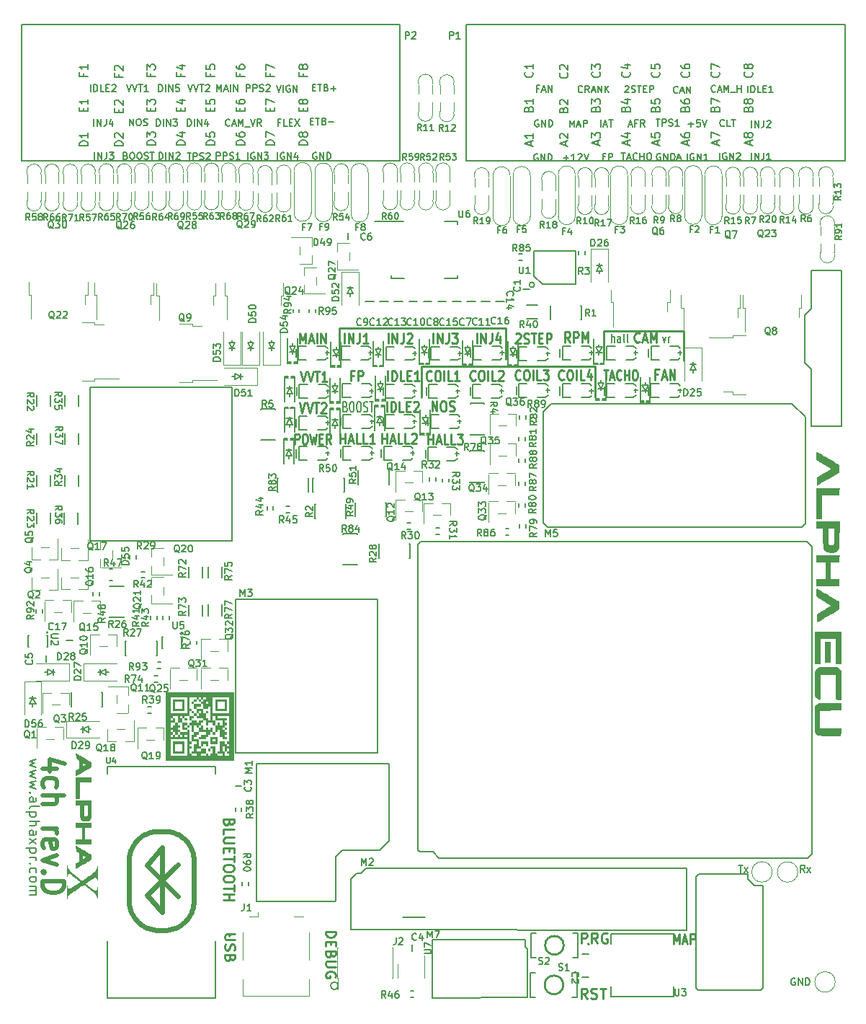
<source format=gto>
G04 #@! TF.GenerationSoftware,KiCad,Pcbnew,(6.0.1)*
G04 #@! TF.CreationDate,2022-07-23T16:35:50+03:00*
G04 #@! TF.ProjectId,alphax_4ch,616c7068-6178-45f3-9463-682e6b696361,a*
G04 #@! TF.SameCoordinates,PX141f5e0PYa2cace0*
G04 #@! TF.FileFunction,Legend,Top*
G04 #@! TF.FilePolarity,Positive*
%FSLAX46Y46*%
G04 Gerber Fmt 4.6, Leading zero omitted, Abs format (unit mm)*
G04 Created by KiCad (PCBNEW (6.0.1)) date 2022-07-23 16:35:50*
%MOMM*%
%LPD*%
G01*
G04 APERTURE LIST*
%ADD10C,0.250000*%
%ADD11C,0.170000*%
%ADD12C,0.200000*%
%ADD13C,0.500000*%
%ADD14C,0.225000*%
%ADD15C,0.127000*%
%ADD16C,0.150000*%
%ADD17C,0.120000*%
%ADD18C,0.099060*%
%ADD19C,0.203200*%
%ADD20C,0.254000*%
%ADD21C,0.631031*%
G04 APERTURE END LIST*
D10*
X37200000Y75250000D02*
X37200000Y79000000D01*
X68300000Y78650000D02*
X77700000Y78650000D01*
X77700000Y78650000D02*
X77700000Y75150000D01*
X46850000Y70800000D02*
X46850000Y74450000D01*
X67250000Y74450000D02*
X67250000Y70850000D01*
X37200000Y79000000D02*
X56750000Y79000000D01*
X46850000Y74450000D02*
X67250000Y74450000D01*
X68300000Y75250000D02*
X68300000Y78650000D01*
X56750000Y79000000D02*
X56750000Y75300000D01*
D11*
X30297619Y103107143D02*
X30030952Y103107143D01*
X30030952Y102688096D02*
X30030952Y103488096D01*
X30411904Y103488096D01*
X31097619Y102688096D02*
X30716666Y102688096D01*
X30716666Y103488096D01*
X31364285Y103107143D02*
X31630952Y103107143D01*
X31745238Y102688096D02*
X31364285Y102688096D01*
X31364285Y103488096D01*
X31745238Y103488096D01*
X32011904Y103488096D02*
X32545238Y102688096D01*
X32545238Y103488096D02*
X32011904Y102688096D01*
X85665308Y102538981D02*
X85665308Y103338981D01*
X86046260Y102538981D02*
X86046260Y103338981D01*
X86503403Y102538981D01*
X86503403Y103338981D01*
X87112927Y103338981D02*
X87112927Y102767552D01*
X87074831Y102653266D01*
X86998641Y102577076D01*
X86884355Y102538981D01*
X86808165Y102538981D01*
X87455784Y103262790D02*
X87493879Y103300885D01*
X87570070Y103338981D01*
X87760546Y103338981D01*
X87836736Y103300885D01*
X87874831Y103262790D01*
X87912927Y103186600D01*
X87912927Y103110409D01*
X87874831Y102996124D01*
X87417689Y102538981D01*
X87912927Y102538981D01*
X76993964Y106624177D02*
X76955869Y106586082D01*
X76841583Y106547987D01*
X76765392Y106547987D01*
X76651107Y106586082D01*
X76574916Y106662272D01*
X76536821Y106738463D01*
X76498726Y106890844D01*
X76498726Y107005130D01*
X76536821Y107157511D01*
X76574916Y107233701D01*
X76651107Y107309891D01*
X76765392Y107347987D01*
X76841583Y107347987D01*
X76955869Y107309891D01*
X76993964Y107271796D01*
X77298726Y106776558D02*
X77679678Y106776558D01*
X77222535Y106547987D02*
X77489202Y107347987D01*
X77755869Y106547987D01*
X78022535Y106547987D02*
X78022535Y107347987D01*
X78479678Y106547987D01*
X78479678Y107347987D01*
X60526726Y99395891D02*
X60450535Y99433987D01*
X60336250Y99433987D01*
X60221964Y99395891D01*
X60145773Y99319701D01*
X60107678Y99243511D01*
X60069583Y99091130D01*
X60069583Y98976844D01*
X60107678Y98824463D01*
X60145773Y98748272D01*
X60221964Y98672082D01*
X60336250Y98633987D01*
X60412440Y98633987D01*
X60526726Y98672082D01*
X60564821Y98710177D01*
X60564821Y98976844D01*
X60412440Y98976844D01*
X60907678Y98633987D02*
X60907678Y99433987D01*
X61364821Y98633987D01*
X61364821Y99433987D01*
X61745773Y98633987D02*
X61745773Y99433987D01*
X61936250Y99433987D01*
X62050535Y99395891D01*
X62126726Y99319701D01*
X62164821Y99243511D01*
X62202916Y99091130D01*
X62202916Y98976844D01*
X62164821Y98824463D01*
X62126726Y98748272D01*
X62050535Y98672082D01*
X61936250Y98633987D01*
X61745773Y98633987D01*
D12*
X75211904Y77964286D02*
X75402380Y77297620D01*
X75592857Y77964286D01*
X75897619Y77297620D02*
X75897619Y77964286D01*
X75897619Y77773810D02*
X75935714Y77869048D01*
X75973809Y77916667D01*
X76050000Y77964286D01*
X76126190Y77964286D01*
D11*
X19400000Y102688096D02*
X19400000Y103488096D01*
X19590476Y103488096D01*
X19704761Y103450000D01*
X19780952Y103373810D01*
X19819047Y103297620D01*
X19857142Y103145239D01*
X19857142Y103030953D01*
X19819047Y102878572D01*
X19780952Y102802381D01*
X19704761Y102726191D01*
X19590476Y102688096D01*
X19400000Y102688096D01*
X20200000Y102688096D02*
X20200000Y103488096D01*
X20580952Y102688096D02*
X20580952Y103488096D01*
X21038095Y102688096D01*
X21038095Y103488096D01*
X21761904Y103221429D02*
X21761904Y102688096D01*
X21571428Y103526191D02*
X21380952Y102954762D01*
X21876190Y102954762D01*
X26278571Y106738096D02*
X26278571Y107538096D01*
X26583333Y107538096D01*
X26659523Y107500000D01*
X26697619Y107461905D01*
X26735714Y107385715D01*
X26735714Y107271429D01*
X26697619Y107195239D01*
X26659523Y107157143D01*
X26583333Y107119048D01*
X26278571Y107119048D01*
X27078571Y106738096D02*
X27078571Y107538096D01*
X27383333Y107538096D01*
X27459523Y107500000D01*
X27497619Y107461905D01*
X27535714Y107385715D01*
X27535714Y107271429D01*
X27497619Y107195239D01*
X27459523Y107157143D01*
X27383333Y107119048D01*
X27078571Y107119048D01*
X27840476Y106776191D02*
X27954761Y106738096D01*
X28145238Y106738096D01*
X28221428Y106776191D01*
X28259523Y106814286D01*
X28297619Y106890477D01*
X28297619Y106966667D01*
X28259523Y107042858D01*
X28221428Y107080953D01*
X28145238Y107119048D01*
X27992857Y107157143D01*
X27916666Y107195239D01*
X27878571Y107233334D01*
X27840476Y107309524D01*
X27840476Y107385715D01*
X27878571Y107461905D01*
X27916666Y107500000D01*
X27992857Y107538096D01*
X28183333Y107538096D01*
X28297619Y107500000D01*
X28602380Y107461905D02*
X28640476Y107500000D01*
X28716666Y107538096D01*
X28907142Y107538096D01*
X28983333Y107500000D01*
X29021428Y107461905D01*
X29059523Y107385715D01*
X29059523Y107309524D01*
X29021428Y107195239D01*
X28564285Y106738096D01*
X29059523Y106738096D01*
D10*
X32630952Y73907143D02*
X32964285Y72707143D01*
X33297619Y73907143D01*
X33488095Y73907143D02*
X33821428Y72707143D01*
X34154761Y73907143D01*
X34345238Y73907143D02*
X34916666Y73907143D01*
X34630952Y72707143D02*
X34630952Y73907143D01*
X35773809Y72707143D02*
X35202380Y72707143D01*
X35488095Y72707143D02*
X35488095Y73907143D01*
X35392857Y73735715D01*
X35297619Y73621429D01*
X35202380Y73564286D01*
X57954761Y78242858D02*
X58002380Y78300000D01*
X58097619Y78357143D01*
X58335714Y78357143D01*
X58430952Y78300000D01*
X58478571Y78242858D01*
X58526190Y78128572D01*
X58526190Y78014286D01*
X58478571Y77842858D01*
X57907142Y77157143D01*
X58526190Y77157143D01*
X58907142Y77214286D02*
X59050000Y77157143D01*
X59288095Y77157143D01*
X59383333Y77214286D01*
X59430952Y77271429D01*
X59478571Y77385715D01*
X59478571Y77500000D01*
X59430952Y77614286D01*
X59383333Y77671429D01*
X59288095Y77728572D01*
X59097619Y77785715D01*
X59002380Y77842858D01*
X58954761Y77900000D01*
X58907142Y78014286D01*
X58907142Y78128572D01*
X58954761Y78242858D01*
X59002380Y78300000D01*
X59097619Y78357143D01*
X59335714Y78357143D01*
X59478571Y78300000D01*
X59764285Y78357143D02*
X60335714Y78357143D01*
X60050000Y77157143D02*
X60050000Y78357143D01*
X60669047Y77785715D02*
X61002380Y77785715D01*
X61145238Y77157143D02*
X60669047Y77157143D01*
X60669047Y78357143D01*
X61145238Y78357143D01*
X61573809Y77157143D02*
X61573809Y78357143D01*
X61954761Y78357143D01*
X62050000Y78300000D01*
X62097619Y78242858D01*
X62145238Y78128572D01*
X62145238Y77957143D01*
X62097619Y77842858D01*
X62050000Y77785715D01*
X61954761Y77728572D01*
X61573809Y77728572D01*
D11*
X12133333Y99207143D02*
X12247619Y99169048D01*
X12285714Y99130953D01*
X12323809Y99054762D01*
X12323809Y98940477D01*
X12285714Y98864286D01*
X12247619Y98826191D01*
X12171428Y98788096D01*
X11866666Y98788096D01*
X11866666Y99588096D01*
X12133333Y99588096D01*
X12209523Y99550000D01*
X12247619Y99511905D01*
X12285714Y99435715D01*
X12285714Y99359524D01*
X12247619Y99283334D01*
X12209523Y99245239D01*
X12133333Y99207143D01*
X11866666Y99207143D01*
X12819047Y99588096D02*
X12971428Y99588096D01*
X13047619Y99550000D01*
X13123809Y99473810D01*
X13161904Y99321429D01*
X13161904Y99054762D01*
X13123809Y98902381D01*
X13047619Y98826191D01*
X12971428Y98788096D01*
X12819047Y98788096D01*
X12742857Y98826191D01*
X12666666Y98902381D01*
X12628571Y99054762D01*
X12628571Y99321429D01*
X12666666Y99473810D01*
X12742857Y99550000D01*
X12819047Y99588096D01*
X13657142Y99588096D02*
X13809523Y99588096D01*
X13885714Y99550000D01*
X13961904Y99473810D01*
X14000000Y99321429D01*
X14000000Y99054762D01*
X13961904Y98902381D01*
X13885714Y98826191D01*
X13809523Y98788096D01*
X13657142Y98788096D01*
X13580952Y98826191D01*
X13504761Y98902381D01*
X13466666Y99054762D01*
X13466666Y99321429D01*
X13504761Y99473810D01*
X13580952Y99550000D01*
X13657142Y99588096D01*
X14304761Y98826191D02*
X14419047Y98788096D01*
X14609523Y98788096D01*
X14685714Y98826191D01*
X14723809Y98864286D01*
X14761904Y98940477D01*
X14761904Y99016667D01*
X14723809Y99092858D01*
X14685714Y99130953D01*
X14609523Y99169048D01*
X14457142Y99207143D01*
X14380952Y99245239D01*
X14342857Y99283334D01*
X14304761Y99359524D01*
X14304761Y99435715D01*
X14342857Y99511905D01*
X14380952Y99550000D01*
X14457142Y99588096D01*
X14647619Y99588096D01*
X14761904Y99550000D01*
X14990476Y99588096D02*
X15447619Y99588096D01*
X15219047Y98788096D02*
X15219047Y99588096D01*
D10*
X42816666Y69157143D02*
X42816666Y70357143D01*
X43292857Y69157143D02*
X43292857Y70357143D01*
X43530952Y70357143D01*
X43673809Y70300000D01*
X43769047Y70185715D01*
X43816666Y70071429D01*
X43864285Y69842858D01*
X43864285Y69671429D01*
X43816666Y69442858D01*
X43769047Y69328572D01*
X43673809Y69214286D01*
X43530952Y69157143D01*
X43292857Y69157143D01*
X44769047Y69157143D02*
X44292857Y69157143D01*
X44292857Y70357143D01*
X45102380Y69785715D02*
X45435714Y69785715D01*
X45578571Y69157143D02*
X45102380Y69157143D01*
X45102380Y70357143D01*
X45578571Y70357143D01*
X45959523Y70242858D02*
X46007142Y70300000D01*
X46102380Y70357143D01*
X46340476Y70357143D01*
X46435714Y70300000D01*
X46483333Y70242858D01*
X46530952Y70128572D01*
X46530952Y70014286D01*
X46483333Y69842858D01*
X45911904Y69157143D01*
X46530952Y69157143D01*
D12*
X69197619Y77297620D02*
X69197619Y78297620D01*
X69540476Y77297620D02*
X69540476Y77821429D01*
X69502380Y77916667D01*
X69426190Y77964286D01*
X69311904Y77964286D01*
X69235714Y77916667D01*
X69197619Y77869048D01*
X70264285Y77297620D02*
X70264285Y77821429D01*
X70226190Y77916667D01*
X70150000Y77964286D01*
X69997619Y77964286D01*
X69921428Y77916667D01*
X70264285Y77345239D02*
X70188095Y77297620D01*
X69997619Y77297620D01*
X69921428Y77345239D01*
X69883333Y77440477D01*
X69883333Y77535715D01*
X69921428Y77630953D01*
X69997619Y77678572D01*
X70188095Y77678572D01*
X70264285Y77726191D01*
X70759523Y77297620D02*
X70683333Y77345239D01*
X70645238Y77440477D01*
X70645238Y78297620D01*
X71178571Y77297620D02*
X71102380Y77345239D01*
X71064285Y77440477D01*
X71064285Y78297620D01*
D10*
X37350000Y65407143D02*
X37350000Y66607143D01*
X37350000Y66035715D02*
X37921428Y66035715D01*
X37921428Y65407143D02*
X37921428Y66607143D01*
X38350000Y65750000D02*
X38826190Y65750000D01*
X38254761Y65407143D02*
X38588095Y66607143D01*
X38921428Y65407143D01*
X39730952Y65407143D02*
X39254761Y65407143D01*
X39254761Y66607143D01*
X40540476Y65407143D02*
X40064285Y65407143D01*
X40064285Y66607143D01*
X41397619Y65407143D02*
X40826190Y65407143D01*
X41111904Y65407143D02*
X41111904Y66607143D01*
X41016666Y66435715D01*
X40921428Y66321429D01*
X40826190Y66264286D01*
X48269047Y77157143D02*
X48269047Y78357143D01*
X48745238Y77157143D02*
X48745238Y78357143D01*
X49316666Y77157143D01*
X49316666Y78357143D01*
X50078571Y78357143D02*
X50078571Y77500000D01*
X50030952Y77328572D01*
X49935714Y77214286D01*
X49792857Y77157143D01*
X49697619Y77157143D01*
X50459523Y78357143D02*
X51078571Y78357143D01*
X50745238Y77900000D01*
X50888095Y77900000D01*
X50983333Y77842858D01*
X51030952Y77785715D01*
X51078571Y77671429D01*
X51078571Y77385715D01*
X51030952Y77271429D01*
X50983333Y77214286D01*
X50888095Y77157143D01*
X50602380Y77157143D01*
X50507142Y77214286D01*
X50459523Y77271429D01*
X64338095Y77307143D02*
X64004761Y77878572D01*
X63766666Y77307143D02*
X63766666Y78507143D01*
X64147619Y78507143D01*
X64242857Y78450000D01*
X64290476Y78392858D01*
X64338095Y78278572D01*
X64338095Y78107143D01*
X64290476Y77992858D01*
X64242857Y77935715D01*
X64147619Y77878572D01*
X63766666Y77878572D01*
X64766666Y77307143D02*
X64766666Y78507143D01*
X65147619Y78507143D01*
X65242857Y78450000D01*
X65290476Y78392858D01*
X65338095Y78278572D01*
X65338095Y78107143D01*
X65290476Y77992858D01*
X65242857Y77935715D01*
X65147619Y77878572D01*
X64766666Y77878572D01*
X65766666Y77307143D02*
X65766666Y78507143D01*
X66100000Y77650000D01*
X66433333Y78507143D01*
X66433333Y77307143D01*
D11*
X70802031Y107354273D02*
X70840126Y107392368D01*
X70916317Y107430464D01*
X71106793Y107430464D01*
X71182983Y107392368D01*
X71221079Y107354273D01*
X71259174Y107278083D01*
X71259174Y107201892D01*
X71221079Y107087607D01*
X70763936Y106630464D01*
X71259174Y106630464D01*
X71563936Y106668559D02*
X71678222Y106630464D01*
X71868698Y106630464D01*
X71944888Y106668559D01*
X71982983Y106706654D01*
X72021079Y106782845D01*
X72021079Y106859035D01*
X71982983Y106935226D01*
X71944888Y106973321D01*
X71868698Y107011416D01*
X71716317Y107049511D01*
X71640126Y107087607D01*
X71602031Y107125702D01*
X71563936Y107201892D01*
X71563936Y107278083D01*
X71602031Y107354273D01*
X71640126Y107392368D01*
X71716317Y107430464D01*
X71906793Y107430464D01*
X72021079Y107392368D01*
X72249650Y107430464D02*
X72706793Y107430464D01*
X72478222Y106630464D02*
X72478222Y107430464D01*
X72973460Y107049511D02*
X73240126Y107049511D01*
X73354412Y106630464D02*
X72973460Y106630464D01*
X72973460Y107430464D01*
X73354412Y107430464D01*
X73697269Y106630464D02*
X73697269Y107430464D01*
X74002031Y107430464D01*
X74078222Y107392368D01*
X74116317Y107354273D01*
X74154412Y107278083D01*
X74154412Y107163797D01*
X74116317Y107087607D01*
X74078222Y107049511D01*
X74002031Y107011416D01*
X73697269Y107011416D01*
D10*
X37819047Y77207143D02*
X37819047Y78407143D01*
X38295238Y77207143D02*
X38295238Y78407143D01*
X38866666Y77207143D01*
X38866666Y78407143D01*
X39628571Y78407143D02*
X39628571Y77550000D01*
X39580952Y77378572D01*
X39485714Y77264286D01*
X39342857Y77207143D01*
X39247619Y77207143D01*
X40628571Y77207143D02*
X40057142Y77207143D01*
X40342857Y77207143D02*
X40342857Y78407143D01*
X40247619Y78235715D01*
X40152380Y78121429D01*
X40057142Y78064286D01*
D11*
X65796227Y106706654D02*
X65758132Y106668559D01*
X65643846Y106630464D01*
X65567655Y106630464D01*
X65453370Y106668559D01*
X65377179Y106744749D01*
X65339084Y106820940D01*
X65300989Y106973321D01*
X65300989Y107087607D01*
X65339084Y107239988D01*
X65377179Y107316178D01*
X65453370Y107392368D01*
X65567655Y107430464D01*
X65643846Y107430464D01*
X65758132Y107392368D01*
X65796227Y107354273D01*
X66596227Y106630464D02*
X66329560Y107011416D01*
X66139084Y106630464D02*
X66139084Y107430464D01*
X66443846Y107430464D01*
X66520036Y107392368D01*
X66558132Y107354273D01*
X66596227Y107278083D01*
X66596227Y107163797D01*
X66558132Y107087607D01*
X66520036Y107049511D01*
X66443846Y107011416D01*
X66139084Y107011416D01*
X66900989Y106859035D02*
X67281941Y106859035D01*
X66824798Y106630464D02*
X67091465Y107430464D01*
X67358132Y106630464D01*
X67624798Y106630464D02*
X67624798Y107430464D01*
X68081941Y106630464D01*
X68081941Y107430464D01*
X68462893Y106630464D02*
X68462893Y107430464D01*
X68920036Y106630464D02*
X68577179Y107087607D01*
X68920036Y107430464D02*
X68462893Y106973321D01*
D10*
X32530952Y70207143D02*
X32864285Y69007143D01*
X33197619Y70207143D01*
X33388095Y70207143D02*
X33721428Y69007143D01*
X34054761Y70207143D01*
X34245238Y70207143D02*
X34816666Y70207143D01*
X34530952Y69007143D02*
X34530952Y70207143D01*
X35102380Y70092858D02*
X35150000Y70150000D01*
X35245238Y70207143D01*
X35483333Y70207143D01*
X35578571Y70150000D01*
X35626190Y70092858D01*
X35673809Y69978572D01*
X35673809Y69864286D01*
X35626190Y69692858D01*
X35054761Y69007143D01*
X35673809Y69007143D01*
D11*
X64298735Y102584908D02*
X64298735Y103384908D01*
X64565401Y102813479D01*
X64832068Y103384908D01*
X64832068Y102584908D01*
X65174925Y102813479D02*
X65555878Y102813479D01*
X65098735Y102584908D02*
X65365401Y103384908D01*
X65632068Y102584908D01*
X65898735Y102584908D02*
X65898735Y103384908D01*
X66203497Y103384908D01*
X66279687Y103346812D01*
X66317782Y103308717D01*
X66355878Y103232527D01*
X66355878Y103118241D01*
X66317782Y103042051D01*
X66279687Y103003955D01*
X66203497Y102965860D01*
X65898735Y102965860D01*
D10*
X53204667Y72921429D02*
X53157048Y72864286D01*
X53014191Y72807143D01*
X52918953Y72807143D01*
X52776096Y72864286D01*
X52680858Y72978572D01*
X52633239Y73092858D01*
X52585620Y73321429D01*
X52585620Y73492858D01*
X52633239Y73721429D01*
X52680858Y73835715D01*
X52776096Y73950000D01*
X52918953Y74007143D01*
X53014191Y74007143D01*
X53157048Y73950000D01*
X53204667Y73892858D01*
X53823715Y74007143D02*
X54014191Y74007143D01*
X54109429Y73950000D01*
X54204667Y73835715D01*
X54252286Y73607143D01*
X54252286Y73207143D01*
X54204667Y72978572D01*
X54109429Y72864286D01*
X54014191Y72807143D01*
X53823715Y72807143D01*
X53728477Y72864286D01*
X53633239Y72978572D01*
X53585620Y73207143D01*
X53585620Y73607143D01*
X53633239Y73835715D01*
X53728477Y73950000D01*
X53823715Y74007143D01*
X54680858Y72807143D02*
X54680858Y74007143D01*
X55633239Y72807143D02*
X55157048Y72807143D01*
X55157048Y74007143D01*
X55918953Y73892858D02*
X55966572Y73950000D01*
X56061810Y74007143D01*
X56299905Y74007143D01*
X56395143Y73950000D01*
X56442762Y73892858D01*
X56490381Y73778572D01*
X56490381Y73664286D01*
X56442762Y73492858D01*
X55871334Y72807143D01*
X56490381Y72807143D01*
D11*
X84133809Y15899048D02*
X84602380Y15899048D01*
X84368095Y15079048D02*
X84368095Y15899048D01*
X84797619Y15079048D02*
X85227142Y15625715D01*
X84797619Y15625715D02*
X85227142Y15079048D01*
X63576726Y98938749D02*
X64186250Y98938749D01*
X63881488Y98633987D02*
X63881488Y99243511D01*
X64986250Y98633987D02*
X64529107Y98633987D01*
X64757678Y98633987D02*
X64757678Y99433987D01*
X64681488Y99319701D01*
X64605297Y99243511D01*
X64529107Y99205415D01*
X65291011Y99357796D02*
X65329107Y99395891D01*
X65405297Y99433987D01*
X65595773Y99433987D01*
X65671964Y99395891D01*
X65710059Y99357796D01*
X65748154Y99281606D01*
X65748154Y99205415D01*
X65710059Y99091130D01*
X65252916Y98633987D01*
X65748154Y98633987D01*
X65976726Y99433987D02*
X66243392Y98633987D01*
X66510059Y99433987D01*
X78086250Y98673987D02*
X78086250Y99473987D01*
X78886250Y99435891D02*
X78810059Y99473987D01*
X78695773Y99473987D01*
X78581488Y99435891D01*
X78505297Y99359701D01*
X78467202Y99283511D01*
X78429107Y99131130D01*
X78429107Y99016844D01*
X78467202Y98864463D01*
X78505297Y98788272D01*
X78581488Y98712082D01*
X78695773Y98673987D01*
X78771964Y98673987D01*
X78886250Y98712082D01*
X78924345Y98750177D01*
X78924345Y99016844D01*
X78771964Y99016844D01*
X79267202Y98673987D02*
X79267202Y99473987D01*
X79724345Y98673987D01*
X79724345Y99473987D01*
X80524345Y98673987D02*
X80067202Y98673987D01*
X80295773Y98673987D02*
X80295773Y99473987D01*
X80219583Y99359701D01*
X80143392Y99283511D01*
X80067202Y99245415D01*
X71236567Y102831965D02*
X71617520Y102831965D01*
X71160377Y102603394D02*
X71427043Y103403394D01*
X71693710Y102603394D01*
X72227043Y103022441D02*
X71960377Y103022441D01*
X71960377Y102603394D02*
X71960377Y103403394D01*
X72341329Y103403394D01*
X73103234Y102603394D02*
X72836567Y102984346D01*
X72646091Y102603394D02*
X72646091Y103403394D01*
X72950853Y103403394D01*
X73027043Y103365298D01*
X73065139Y103327203D01*
X73103234Y103251013D01*
X73103234Y103136727D01*
X73065139Y103060537D01*
X73027043Y103022441D01*
X72950853Y102984346D01*
X72646091Y102984346D01*
X7983333Y106738096D02*
X7983333Y107538096D01*
X8364285Y106738096D02*
X8364285Y107538096D01*
X8554761Y107538096D01*
X8669047Y107500000D01*
X8745238Y107423810D01*
X8783333Y107347620D01*
X8821428Y107195239D01*
X8821428Y107080953D01*
X8783333Y106928572D01*
X8745238Y106852381D01*
X8669047Y106776191D01*
X8554761Y106738096D01*
X8364285Y106738096D01*
X9545238Y106738096D02*
X9164285Y106738096D01*
X9164285Y107538096D01*
X9811904Y107157143D02*
X10078571Y107157143D01*
X10192857Y106738096D02*
X9811904Y106738096D01*
X9811904Y107538096D01*
X10192857Y107538096D01*
X10497619Y107461905D02*
X10535714Y107500000D01*
X10611904Y107538096D01*
X10802380Y107538096D01*
X10878571Y107500000D01*
X10916666Y107461905D01*
X10954761Y107385715D01*
X10954761Y107309524D01*
X10916666Y107195239D01*
X10459523Y106738096D01*
X10954761Y106738096D01*
D13*
X4035714Y27241667D02*
X2369047Y27241667D01*
X4988095Y27789286D02*
X3202380Y28336905D01*
X3202380Y26913096D01*
X2488095Y25051191D02*
X2369047Y25270239D01*
X2369047Y25708334D01*
X2488095Y25927381D01*
X2607142Y26036905D01*
X2845238Y26146429D01*
X3559523Y26146429D01*
X3797619Y26036905D01*
X3916666Y25927381D01*
X4035714Y25708334D01*
X4035714Y25270239D01*
X3916666Y25051191D01*
X2369047Y24065477D02*
X4869047Y24065477D01*
X2369047Y23079762D02*
X3678571Y23079762D01*
X3916666Y23189286D01*
X4035714Y23408334D01*
X4035714Y23736905D01*
X3916666Y23955953D01*
X3797619Y24065477D01*
X2369047Y20232143D02*
X4035714Y20232143D01*
X3559523Y20232143D02*
X3797619Y20122620D01*
X3916666Y20013096D01*
X4035714Y19794048D01*
X4035714Y19575000D01*
X2488095Y17932143D02*
X2369047Y18151191D01*
X2369047Y18589286D01*
X2488095Y18808334D01*
X2726190Y18917858D01*
X3678571Y18917858D01*
X3916666Y18808334D01*
X4035714Y18589286D01*
X4035714Y18151191D01*
X3916666Y17932143D01*
X3678571Y17822620D01*
X3440476Y17822620D01*
X3202380Y18917858D01*
X4035714Y17055953D02*
X2369047Y16508334D01*
X4035714Y15960715D01*
X2607142Y15084524D02*
X2488095Y14975000D01*
X2369047Y15084524D01*
X2488095Y15194048D01*
X2607142Y15084524D01*
X2369047Y15084524D01*
X2369047Y13989286D02*
X4869047Y13989286D01*
X4869047Y13441667D01*
X4749999Y13113096D01*
X4511904Y12894048D01*
X4273809Y12784524D01*
X3797619Y12675000D01*
X3440476Y12675000D01*
X2964285Y12784524D01*
X2726190Y12894048D01*
X2488095Y13113096D01*
X2369047Y13441667D01*
X2369047Y13989286D01*
D10*
X38892857Y73409241D02*
X38559523Y73409241D01*
X38559523Y72780669D02*
X38559523Y73980669D01*
X39035714Y73980669D01*
X39416666Y72780669D02*
X39416666Y73980669D01*
X39797619Y73980669D01*
X39892857Y73923526D01*
X39940476Y73866384D01*
X39988095Y73752098D01*
X39988095Y73580669D01*
X39940476Y73466384D01*
X39892857Y73409241D01*
X39797619Y73352098D01*
X39416666Y73352098D01*
D11*
X60665767Y107070982D02*
X60399101Y107070982D01*
X60399101Y106651935D02*
X60399101Y107451935D01*
X60780053Y107451935D01*
X61046720Y106880506D02*
X61427672Y106880506D01*
X60970529Y106651935D02*
X61237196Y107451935D01*
X61503863Y106651935D01*
X61770529Y106651935D02*
X61770529Y107451935D01*
X62227672Y106651935D01*
X62227672Y107451935D01*
X8445238Y98788096D02*
X8445238Y99588096D01*
X8826190Y98788096D02*
X8826190Y99588096D01*
X9283333Y98788096D01*
X9283333Y99588096D01*
X9892857Y99588096D02*
X9892857Y99016667D01*
X9854761Y98902381D01*
X9778571Y98826191D01*
X9664285Y98788096D01*
X9588095Y98788096D01*
X10197619Y99588096D02*
X10692857Y99588096D01*
X10426190Y99283334D01*
X10540476Y99283334D01*
X10616666Y99245239D01*
X10654761Y99207143D01*
X10692857Y99130953D01*
X10692857Y98940477D01*
X10654761Y98864286D01*
X10616666Y98826191D01*
X10540476Y98788096D01*
X10311904Y98788096D01*
X10235714Y98826191D01*
X10197619Y98864286D01*
X60625366Y103377473D02*
X60549175Y103415569D01*
X60434890Y103415569D01*
X60320604Y103377473D01*
X60244413Y103301283D01*
X60206318Y103225093D01*
X60168223Y103072712D01*
X60168223Y102958426D01*
X60206318Y102806045D01*
X60244413Y102729854D01*
X60320604Y102653664D01*
X60434890Y102615569D01*
X60511080Y102615569D01*
X60625366Y102653664D01*
X60663461Y102691759D01*
X60663461Y102958426D01*
X60511080Y102958426D01*
X61006318Y102615569D02*
X61006318Y103415569D01*
X61463461Y102615569D01*
X61463461Y103415569D01*
X61844413Y102615569D02*
X61844413Y103415569D01*
X62034890Y103415569D01*
X62149175Y103377473D01*
X62225366Y103301283D01*
X62263461Y103225093D01*
X62301556Y103072712D01*
X62301556Y102958426D01*
X62263461Y102806045D01*
X62225366Y102729854D01*
X62149175Y102653664D01*
X62034890Y102615569D01*
X61844413Y102615569D01*
D10*
X72509523Y77371429D02*
X72461904Y77314286D01*
X72319047Y77257143D01*
X72223809Y77257143D01*
X72080952Y77314286D01*
X71985714Y77428572D01*
X71938095Y77542858D01*
X71890476Y77771429D01*
X71890476Y77942858D01*
X71938095Y78171429D01*
X71985714Y78285715D01*
X72080952Y78400000D01*
X72223809Y78457143D01*
X72319047Y78457143D01*
X72461904Y78400000D01*
X72509523Y78342858D01*
X72890476Y77600000D02*
X73366666Y77600000D01*
X72795238Y77257143D02*
X73128571Y78457143D01*
X73461904Y77257143D01*
X73795238Y77257143D02*
X73795238Y78457143D01*
X74128571Y77600000D01*
X74461904Y78457143D01*
X74461904Y77257143D01*
D11*
X81423809Y106764286D02*
X81385714Y106726191D01*
X81271428Y106688096D01*
X81195238Y106688096D01*
X81080952Y106726191D01*
X81004761Y106802381D01*
X80966666Y106878572D01*
X80928571Y107030953D01*
X80928571Y107145239D01*
X80966666Y107297620D01*
X81004761Y107373810D01*
X81080952Y107450000D01*
X81195238Y107488096D01*
X81271428Y107488096D01*
X81385714Y107450000D01*
X81423809Y107411905D01*
X81728571Y106916667D02*
X82109523Y106916667D01*
X81652380Y106688096D02*
X81919047Y107488096D01*
X82185714Y106688096D01*
X82452380Y106688096D02*
X82452380Y107488096D01*
X82719047Y106916667D01*
X82985714Y107488096D01*
X82985714Y106688096D01*
X83176190Y106611905D02*
X83785714Y106611905D01*
X83976190Y106688096D02*
X83976190Y107488096D01*
X83976190Y107107143D02*
X84433333Y107107143D01*
X84433333Y106688096D02*
X84433333Y107488096D01*
X16050000Y98788096D02*
X16050000Y99588096D01*
X16240476Y99588096D01*
X16354761Y99550000D01*
X16430952Y99473810D01*
X16469047Y99397620D01*
X16507142Y99245239D01*
X16507142Y99130953D01*
X16469047Y98978572D01*
X16430952Y98902381D01*
X16354761Y98826191D01*
X16240476Y98788096D01*
X16050000Y98788096D01*
X16850000Y98788096D02*
X16850000Y99588096D01*
X17230952Y98788096D02*
X17230952Y99588096D01*
X17688095Y98788096D01*
X17688095Y99588096D01*
X18030952Y99511905D02*
X18069047Y99550000D01*
X18145238Y99588096D01*
X18335714Y99588096D01*
X18411904Y99550000D01*
X18450000Y99511905D01*
X18488095Y99435715D01*
X18488095Y99359524D01*
X18450000Y99245239D01*
X17992857Y98788096D01*
X18488095Y98788096D01*
D10*
X42250000Y65407143D02*
X42250000Y66607143D01*
X42250000Y66035715D02*
X42821428Y66035715D01*
X42821428Y65407143D02*
X42821428Y66607143D01*
X43250000Y65750000D02*
X43726190Y65750000D01*
X43154761Y65407143D02*
X43488095Y66607143D01*
X43821428Y65407143D01*
X44630952Y65407143D02*
X44154761Y65407143D01*
X44154761Y66607143D01*
X45440476Y65407143D02*
X44964285Y65407143D01*
X44964285Y66607143D01*
X45726190Y66492858D02*
X45773809Y66550000D01*
X45869047Y66607143D01*
X46107142Y66607143D01*
X46202380Y66550000D01*
X46250000Y66492858D01*
X46297619Y66378572D01*
X46297619Y66264286D01*
X46250000Y66092858D01*
X45678571Y65407143D01*
X46297619Y65407143D01*
D11*
X12254761Y107538096D02*
X12521428Y106738096D01*
X12788095Y107538096D01*
X12940476Y107538096D02*
X13207142Y106738096D01*
X13473809Y107538096D01*
X13626190Y107538096D02*
X14083333Y107538096D01*
X13854761Y106738096D02*
X13854761Y107538096D01*
X14769047Y106738096D02*
X14311904Y106738096D01*
X14540476Y106738096D02*
X14540476Y107538096D01*
X14464285Y107423810D01*
X14388095Y107347620D01*
X14311904Y107309524D01*
X34540476Y99550000D02*
X34464285Y99588096D01*
X34350000Y99588096D01*
X34235714Y99550000D01*
X34159523Y99473810D01*
X34121428Y99397620D01*
X34083333Y99245239D01*
X34083333Y99130953D01*
X34121428Y98978572D01*
X34159523Y98902381D01*
X34235714Y98826191D01*
X34350000Y98788096D01*
X34426190Y98788096D01*
X34540476Y98826191D01*
X34578571Y98864286D01*
X34578571Y99130953D01*
X34426190Y99130953D01*
X34921428Y98788096D02*
X34921428Y99588096D01*
X35378571Y98788096D01*
X35378571Y99588096D01*
X35759523Y98788096D02*
X35759523Y99588096D01*
X35950000Y99588096D01*
X36064285Y99550000D01*
X36140476Y99473810D01*
X36178571Y99397620D01*
X36216666Y99245239D01*
X36216666Y99130953D01*
X36178571Y98978572D01*
X36140476Y98902381D01*
X36064285Y98826191D01*
X35950000Y98788096D01*
X35759523Y98788096D01*
X19454761Y107538096D02*
X19721428Y106738096D01*
X19988095Y107538096D01*
X20140476Y107538096D02*
X20407142Y106738096D01*
X20673809Y107538096D01*
X20826190Y107538096D02*
X21283333Y107538096D01*
X21054761Y106738096D02*
X21054761Y107538096D01*
X21511904Y107461905D02*
X21550000Y107500000D01*
X21626190Y107538096D01*
X21816666Y107538096D01*
X21892857Y107500000D01*
X21930952Y107461905D01*
X21969047Y107385715D01*
X21969047Y107309524D01*
X21930952Y107195239D01*
X21473809Y106738096D01*
X21969047Y106738096D01*
D10*
X47650000Y65307143D02*
X47650000Y66507143D01*
X47650000Y65935715D02*
X48221428Y65935715D01*
X48221428Y65307143D02*
X48221428Y66507143D01*
X48650000Y65650000D02*
X49126190Y65650000D01*
X48554761Y65307143D02*
X48888095Y66507143D01*
X49221428Y65307143D01*
X50030952Y65307143D02*
X49554761Y65307143D01*
X49554761Y66507143D01*
X50840476Y65307143D02*
X50364285Y65307143D01*
X50364285Y66507143D01*
X51078571Y66507143D02*
X51697619Y66507143D01*
X51364285Y66050000D01*
X51507142Y66050000D01*
X51602380Y65992858D01*
X51650000Y65935715D01*
X51697619Y65821429D01*
X51697619Y65535715D01*
X51650000Y65421429D01*
X51602380Y65364286D01*
X51507142Y65307143D01*
X51221428Y65307143D01*
X51126190Y65364286D01*
X51078571Y65421429D01*
D11*
X90775238Y2610000D02*
X90697142Y2649048D01*
X90580000Y2649048D01*
X90462857Y2610000D01*
X90384761Y2531905D01*
X90345714Y2453810D01*
X90306666Y2297620D01*
X90306666Y2180477D01*
X90345714Y2024286D01*
X90384761Y1946191D01*
X90462857Y1868096D01*
X90580000Y1829048D01*
X90658095Y1829048D01*
X90775238Y1868096D01*
X90814285Y1907143D01*
X90814285Y2180477D01*
X90658095Y2180477D01*
X91165714Y1829048D02*
X91165714Y2649048D01*
X91634285Y1829048D01*
X91634285Y2649048D01*
X92024761Y1829048D02*
X92024761Y2649048D01*
X92220000Y2649048D01*
X92337142Y2610000D01*
X92415238Y2531905D01*
X92454285Y2453810D01*
X92493333Y2297620D01*
X92493333Y2180477D01*
X92454285Y2024286D01*
X92415238Y1946191D01*
X92337142Y1868096D01*
X92220000Y1829048D01*
X92024761Y1829048D01*
X85686779Y98738096D02*
X85686779Y99538096D01*
X86067731Y98738096D02*
X86067731Y99538096D01*
X86524874Y98738096D01*
X86524874Y99538096D01*
X87134398Y99538096D02*
X87134398Y98966667D01*
X87096302Y98852381D01*
X87020112Y98776191D01*
X86905826Y98738096D01*
X86829636Y98738096D01*
X87934398Y98738096D02*
X87477255Y98738096D01*
X87705826Y98738096D02*
X87705826Y99538096D01*
X87629636Y99423810D01*
X87553445Y99347620D01*
X87477255Y99309524D01*
X12571428Y102738096D02*
X12571428Y103538096D01*
X13028571Y102738096D01*
X13028571Y103538096D01*
X13561904Y103538096D02*
X13714285Y103538096D01*
X13790476Y103500000D01*
X13866666Y103423810D01*
X13904761Y103271429D01*
X13904761Y103004762D01*
X13866666Y102852381D01*
X13790476Y102776191D01*
X13714285Y102738096D01*
X13561904Y102738096D01*
X13485714Y102776191D01*
X13409523Y102852381D01*
X13371428Y103004762D01*
X13371428Y103271429D01*
X13409523Y103423810D01*
X13485714Y103500000D01*
X13561904Y103538096D01*
X14209523Y102776191D02*
X14323809Y102738096D01*
X14514285Y102738096D01*
X14590476Y102776191D01*
X14628571Y102814286D01*
X14666666Y102890477D01*
X14666666Y102966667D01*
X14628571Y103042858D01*
X14590476Y103080953D01*
X14514285Y103119048D01*
X14361904Y103157143D01*
X14285714Y103195239D01*
X14247619Y103233334D01*
X14209523Y103309524D01*
X14209523Y103385715D01*
X14247619Y103461905D01*
X14285714Y103500000D01*
X14361904Y103538096D01*
X14552380Y103538096D01*
X14666666Y103500000D01*
X33828571Y103257143D02*
X34095238Y103257143D01*
X34209523Y102838096D02*
X33828571Y102838096D01*
X33828571Y103638096D01*
X34209523Y103638096D01*
X34438095Y103638096D02*
X34895238Y103638096D01*
X34666666Y102838096D02*
X34666666Y103638096D01*
X35428571Y103257143D02*
X35542857Y103219048D01*
X35580952Y103180953D01*
X35619047Y103104762D01*
X35619047Y102990477D01*
X35580952Y102914286D01*
X35542857Y102876191D01*
X35466666Y102838096D01*
X35161904Y102838096D01*
X35161904Y103638096D01*
X35428571Y103638096D01*
X35504761Y103600000D01*
X35542857Y103561905D01*
X35580952Y103485715D01*
X35580952Y103409524D01*
X35542857Y103333334D01*
X35504761Y103295239D01*
X35428571Y103257143D01*
X35161904Y103257143D01*
X35961904Y103142858D02*
X36571428Y103142858D01*
X34078571Y107207143D02*
X34345238Y107207143D01*
X34459523Y106788096D02*
X34078571Y106788096D01*
X34078571Y107588096D01*
X34459523Y107588096D01*
X34688095Y107588096D02*
X35145238Y107588096D01*
X34916666Y106788096D02*
X34916666Y107588096D01*
X35678571Y107207143D02*
X35792857Y107169048D01*
X35830952Y107130953D01*
X35869047Y107054762D01*
X35869047Y106940477D01*
X35830952Y106864286D01*
X35792857Y106826191D01*
X35716666Y106788096D01*
X35411904Y106788096D01*
X35411904Y107588096D01*
X35678571Y107588096D01*
X35754761Y107550000D01*
X35792857Y107511905D01*
X35830952Y107435715D01*
X35830952Y107359524D01*
X35792857Y107283334D01*
X35754761Y107245239D01*
X35678571Y107207143D01*
X35411904Y107207143D01*
X36211904Y107092858D02*
X36821428Y107092858D01*
X36516666Y106788096D02*
X36516666Y107397620D01*
X24350000Y102764286D02*
X24311904Y102726191D01*
X24197619Y102688096D01*
X24121428Y102688096D01*
X24007142Y102726191D01*
X23930952Y102802381D01*
X23892857Y102878572D01*
X23854761Y103030953D01*
X23854761Y103145239D01*
X23892857Y103297620D01*
X23930952Y103373810D01*
X24007142Y103450000D01*
X24121428Y103488096D01*
X24197619Y103488096D01*
X24311904Y103450000D01*
X24350000Y103411905D01*
X24654761Y102916667D02*
X25035714Y102916667D01*
X24578571Y102688096D02*
X24845238Y103488096D01*
X25111904Y102688096D01*
X25378571Y102688096D02*
X25378571Y103488096D01*
X25645238Y102916667D01*
X25911904Y103488096D01*
X25911904Y102688096D01*
X26102380Y102611905D02*
X26711904Y102611905D01*
X26788095Y103488096D02*
X27054761Y102688096D01*
X27321428Y103488096D01*
X28045238Y102688096D02*
X27778571Y103069048D01*
X27588095Y102688096D02*
X27588095Y103488096D01*
X27892857Y103488096D01*
X27969047Y103450000D01*
X28007142Y103411905D01*
X28045238Y103335715D01*
X28045238Y103221429D01*
X28007142Y103145239D01*
X27969047Y103107143D01*
X27892857Y103069048D01*
X27588095Y103069048D01*
X22778571Y98788096D02*
X22778571Y99588096D01*
X23083333Y99588096D01*
X23159523Y99550000D01*
X23197619Y99511905D01*
X23235714Y99435715D01*
X23235714Y99321429D01*
X23197619Y99245239D01*
X23159523Y99207143D01*
X23083333Y99169048D01*
X22778571Y99169048D01*
X23578571Y98788096D02*
X23578571Y99588096D01*
X23883333Y99588096D01*
X23959523Y99550000D01*
X23997619Y99511905D01*
X24035714Y99435715D01*
X24035714Y99321429D01*
X23997619Y99245239D01*
X23959523Y99207143D01*
X23883333Y99169048D01*
X23578571Y99169048D01*
X24340476Y98826191D02*
X24454761Y98788096D01*
X24645238Y98788096D01*
X24721428Y98826191D01*
X24759523Y98864286D01*
X24797619Y98940477D01*
X24797619Y99016667D01*
X24759523Y99092858D01*
X24721428Y99130953D01*
X24645238Y99169048D01*
X24492857Y99207143D01*
X24416666Y99245239D01*
X24378571Y99283334D01*
X24340476Y99359524D01*
X24340476Y99435715D01*
X24378571Y99511905D01*
X24416666Y99550000D01*
X24492857Y99588096D01*
X24683333Y99588096D01*
X24797619Y99550000D01*
X25559523Y98788096D02*
X25102380Y98788096D01*
X25330952Y98788096D02*
X25330952Y99588096D01*
X25254761Y99473810D01*
X25178571Y99397620D01*
X25102380Y99359524D01*
D10*
X53369047Y77207143D02*
X53369047Y78407143D01*
X53845238Y77207143D02*
X53845238Y78407143D01*
X54416666Y77207143D01*
X54416666Y78407143D01*
X55178571Y78407143D02*
X55178571Y77550000D01*
X55130952Y77378572D01*
X55035714Y77264286D01*
X54892857Y77207143D01*
X54797619Y77207143D01*
X56083333Y78007143D02*
X56083333Y77207143D01*
X55845238Y78464286D02*
X55607142Y77607143D01*
X56226190Y77607143D01*
X65675714Y6767143D02*
X65675714Y7967143D01*
X66132857Y7967143D01*
X66247142Y7910000D01*
X66304285Y7852858D01*
X66361428Y7738572D01*
X66361428Y7567143D01*
X66304285Y7452858D01*
X66247142Y7395715D01*
X66132857Y7338572D01*
X65675714Y7338572D01*
X67561428Y6767143D02*
X67161428Y7338572D01*
X66875714Y6767143D02*
X66875714Y7967143D01*
X67332857Y7967143D01*
X67447142Y7910000D01*
X67504285Y7852858D01*
X67561428Y7738572D01*
X67561428Y7567143D01*
X67504285Y7452858D01*
X67447142Y7395715D01*
X67332857Y7338572D01*
X66875714Y7338572D01*
X68704285Y7910000D02*
X68590000Y7967143D01*
X68418571Y7967143D01*
X68247142Y7910000D01*
X68132857Y7795715D01*
X68075714Y7681429D01*
X68018571Y7452858D01*
X68018571Y7281429D01*
X68075714Y7052858D01*
X68132857Y6938572D01*
X68247142Y6824286D01*
X68418571Y6767143D01*
X68532857Y6767143D01*
X68704285Y6824286D01*
X68761428Y6881429D01*
X68761428Y7281429D01*
X68532857Y7281429D01*
D11*
X19359523Y99538096D02*
X19816666Y99538096D01*
X19588095Y98738096D02*
X19588095Y99538096D01*
X20083333Y98738096D02*
X20083333Y99538096D01*
X20388095Y99538096D01*
X20464285Y99500000D01*
X20502380Y99461905D01*
X20540476Y99385715D01*
X20540476Y99271429D01*
X20502380Y99195239D01*
X20464285Y99157143D01*
X20388095Y99119048D01*
X20083333Y99119048D01*
X20845238Y98776191D02*
X20959523Y98738096D01*
X21150000Y98738096D01*
X21226190Y98776191D01*
X21264285Y98814286D01*
X21302380Y98890477D01*
X21302380Y98966667D01*
X21264285Y99042858D01*
X21226190Y99080953D01*
X21150000Y99119048D01*
X20997619Y99157143D01*
X20921428Y99195239D01*
X20883333Y99233334D01*
X20845238Y99309524D01*
X20845238Y99385715D01*
X20883333Y99461905D01*
X20921428Y99500000D01*
X20997619Y99538096D01*
X21188095Y99538096D01*
X21302380Y99500000D01*
X21607142Y99461905D02*
X21645238Y99500000D01*
X21721428Y99538096D01*
X21911904Y99538096D01*
X21988095Y99500000D01*
X22026190Y99461905D01*
X22064285Y99385715D01*
X22064285Y99309524D01*
X22026190Y99195239D01*
X21569047Y98738096D01*
X22064285Y98738096D01*
X78248176Y102908156D02*
X78857700Y102908156D01*
X78552938Y102603394D02*
X78552938Y103212918D01*
X79619605Y103403394D02*
X79238652Y103403394D01*
X79200557Y103022441D01*
X79238652Y103060537D01*
X79314843Y103098632D01*
X79505319Y103098632D01*
X79581509Y103060537D01*
X79619605Y103022441D01*
X79657700Y102946251D01*
X79657700Y102755775D01*
X79619605Y102679584D01*
X79581509Y102641489D01*
X79505319Y102603394D01*
X79314843Y102603394D01*
X79238652Y102641489D01*
X79200557Y102679584D01*
X79886271Y103403394D02*
X80152938Y102603394D01*
X80419605Y103403394D01*
X67954266Y102612820D02*
X67954266Y103412820D01*
X68297124Y102841391D02*
X68678076Y102841391D01*
X68220933Y102612820D02*
X68487600Y103412820D01*
X68754266Y102612820D01*
X68906647Y103412820D02*
X69363790Y103412820D01*
X69135219Y102612820D02*
X69135219Y103412820D01*
X85217520Y106639911D02*
X85217520Y107439911D01*
X85598472Y106639911D02*
X85598472Y107439911D01*
X85788948Y107439911D01*
X85903234Y107401815D01*
X85979425Y107325625D01*
X86017520Y107249435D01*
X86055615Y107097054D01*
X86055615Y106982768D01*
X86017520Y106830387D01*
X85979425Y106754196D01*
X85903234Y106678006D01*
X85788948Y106639911D01*
X85598472Y106639911D01*
X86779425Y106639911D02*
X86398472Y106639911D01*
X86398472Y107439911D01*
X87046091Y107058958D02*
X87312758Y107058958D01*
X87427044Y106639911D02*
X87046091Y106639911D01*
X87046091Y107439911D01*
X87427044Y107439911D01*
X88188948Y106639911D02*
X87731806Y106639911D01*
X87960377Y106639911D02*
X87960377Y107439911D01*
X87884187Y107325625D01*
X87807996Y107249435D01*
X87731806Y107211339D01*
X29950000Y98788096D02*
X29950000Y99588096D01*
X30750000Y99550000D02*
X30673809Y99588096D01*
X30559523Y99588096D01*
X30445238Y99550000D01*
X30369047Y99473810D01*
X30330952Y99397620D01*
X30292857Y99245239D01*
X30292857Y99130953D01*
X30330952Y98978572D01*
X30369047Y98902381D01*
X30445238Y98826191D01*
X30559523Y98788096D01*
X30635714Y98788096D01*
X30750000Y98826191D01*
X30788095Y98864286D01*
X30788095Y99130953D01*
X30635714Y99130953D01*
X31130952Y98788096D02*
X31130952Y99588096D01*
X31588095Y98788096D01*
X31588095Y99588096D01*
X32311904Y99321429D02*
X32311904Y98788096D01*
X32121428Y99626191D02*
X31930952Y99054762D01*
X32426190Y99054762D01*
D10*
X24957142Y7814286D02*
X23985714Y7814286D01*
X23871428Y7757143D01*
X23814285Y7700000D01*
X23757142Y7585715D01*
X23757142Y7357143D01*
X23814285Y7242858D01*
X23871428Y7185715D01*
X23985714Y7128572D01*
X24957142Y7128572D01*
X23814285Y6614286D02*
X23757142Y6442858D01*
X23757142Y6157143D01*
X23814285Y6042858D01*
X23871428Y5985715D01*
X23985714Y5928572D01*
X24100000Y5928572D01*
X24214285Y5985715D01*
X24271428Y6042858D01*
X24328571Y6157143D01*
X24385714Y6385715D01*
X24442857Y6500000D01*
X24500000Y6557143D01*
X24614285Y6614286D01*
X24728571Y6614286D01*
X24842857Y6557143D01*
X24900000Y6500000D01*
X24957142Y6385715D01*
X24957142Y6100000D01*
X24900000Y5928572D01*
X24385714Y5014286D02*
X24328571Y4842858D01*
X24271428Y4785715D01*
X24157142Y4728572D01*
X23985714Y4728572D01*
X23871428Y4785715D01*
X23814285Y4842858D01*
X23757142Y4957143D01*
X23757142Y5414286D01*
X24957142Y5414286D01*
X24957142Y5014286D01*
X24900000Y4900000D01*
X24842857Y4842858D01*
X24728571Y4785715D01*
X24614285Y4785715D01*
X24500000Y4842858D01*
X24442857Y4900000D01*
X24385714Y5014286D01*
X24385714Y5414286D01*
X74678477Y73535715D02*
X74345143Y73535715D01*
X74345143Y72907143D02*
X74345143Y74107143D01*
X74821334Y74107143D01*
X75154667Y73250000D02*
X75630858Y73250000D01*
X75059429Y72907143D02*
X75392762Y74107143D01*
X75726096Y72907143D01*
X76059429Y72907143D02*
X76059429Y74107143D01*
X76630858Y72907143D01*
X76630858Y74107143D01*
X35607142Y8135715D02*
X36807142Y8135715D01*
X36807142Y7850000D01*
X36750000Y7678572D01*
X36635714Y7564286D01*
X36521428Y7507143D01*
X36292857Y7450000D01*
X36121428Y7450000D01*
X35892857Y7507143D01*
X35778571Y7564286D01*
X35664285Y7678572D01*
X35607142Y7850000D01*
X35607142Y8135715D01*
X36235714Y6935715D02*
X36235714Y6535715D01*
X35607142Y6364286D02*
X35607142Y6935715D01*
X36807142Y6935715D01*
X36807142Y6364286D01*
X36235714Y5450000D02*
X36178571Y5278572D01*
X36121428Y5221429D01*
X36007142Y5164286D01*
X35835714Y5164286D01*
X35721428Y5221429D01*
X35664285Y5278572D01*
X35607142Y5392858D01*
X35607142Y5850000D01*
X36807142Y5850000D01*
X36807142Y5450000D01*
X36750000Y5335715D01*
X36692857Y5278572D01*
X36578571Y5221429D01*
X36464285Y5221429D01*
X36350000Y5278572D01*
X36292857Y5335715D01*
X36235714Y5450000D01*
X36235714Y5850000D01*
X36807142Y4650000D02*
X35835714Y4650000D01*
X35721428Y4592858D01*
X35664285Y4535715D01*
X35607142Y4421429D01*
X35607142Y4192858D01*
X35664285Y4078572D01*
X35721428Y4021429D01*
X35835714Y3964286D01*
X36807142Y3964286D01*
X36750000Y2764286D02*
X36807142Y2878572D01*
X36807142Y3050000D01*
X36750000Y3221429D01*
X36635714Y3335715D01*
X36521428Y3392858D01*
X36292857Y3450000D01*
X36121428Y3450000D01*
X35892857Y3392858D01*
X35778571Y3335715D01*
X35664285Y3221429D01*
X35607142Y3050000D01*
X35607142Y2935715D01*
X35664285Y2764286D01*
X35721428Y2707143D01*
X36121428Y2707143D01*
X36121428Y2935715D01*
D11*
X82438483Y102722525D02*
X82400388Y102684430D01*
X82286102Y102646335D01*
X82209912Y102646335D01*
X82095626Y102684430D01*
X82019436Y102760620D01*
X81981340Y102836811D01*
X81943245Y102989192D01*
X81943245Y103103478D01*
X81981340Y103255859D01*
X82019436Y103332049D01*
X82095626Y103408239D01*
X82209912Y103446335D01*
X82286102Y103446335D01*
X82400388Y103408239D01*
X82438483Y103370144D01*
X83162293Y102646335D02*
X82781340Y102646335D01*
X82781340Y103446335D01*
X83314674Y103446335D02*
X83771816Y103446335D01*
X83543245Y102646335D02*
X83543245Y103446335D01*
D10*
X58516666Y72971429D02*
X58469047Y72914286D01*
X58326190Y72857143D01*
X58230952Y72857143D01*
X58088095Y72914286D01*
X57992857Y73028572D01*
X57945238Y73142858D01*
X57897619Y73371429D01*
X57897619Y73542858D01*
X57945238Y73771429D01*
X57992857Y73885715D01*
X58088095Y74000000D01*
X58230952Y74057143D01*
X58326190Y74057143D01*
X58469047Y74000000D01*
X58516666Y73942858D01*
X59135714Y74057143D02*
X59326190Y74057143D01*
X59421428Y74000000D01*
X59516666Y73885715D01*
X59564285Y73657143D01*
X59564285Y73257143D01*
X59516666Y73028572D01*
X59421428Y72914286D01*
X59326190Y72857143D01*
X59135714Y72857143D01*
X59040476Y72914286D01*
X58945238Y73028572D01*
X58897619Y73257143D01*
X58897619Y73657143D01*
X58945238Y73885715D01*
X59040476Y74000000D01*
X59135714Y74057143D01*
X59992857Y72857143D02*
X59992857Y74057143D01*
X60945238Y72857143D02*
X60469047Y72857143D01*
X60469047Y74057143D01*
X61183333Y74057143D02*
X61802380Y74057143D01*
X61469047Y73600000D01*
X61611904Y73600000D01*
X61707142Y73542858D01*
X61754761Y73485715D01*
X61802380Y73371429D01*
X61802380Y73085715D01*
X61754761Y72971429D01*
X61707142Y72914286D01*
X61611904Y72857143D01*
X61326190Y72857143D01*
X61230952Y72914286D01*
X61183333Y72971429D01*
X32576190Y77207143D02*
X32576190Y78407143D01*
X32909523Y77550000D01*
X33242857Y78407143D01*
X33242857Y77207143D01*
X33671428Y77550000D02*
X34147619Y77550000D01*
X33576190Y77207143D02*
X33909523Y78407143D01*
X34242857Y77207143D01*
X34576190Y77207143D02*
X34576190Y78407143D01*
X35052380Y77207143D02*
X35052380Y78407143D01*
X35623809Y77207143D01*
X35623809Y78407143D01*
D11*
X29823809Y107488096D02*
X30090476Y106688096D01*
X30357142Y107488096D01*
X30623809Y106688096D02*
X30623809Y107488096D01*
X31423809Y107450000D02*
X31347619Y107488096D01*
X31233333Y107488096D01*
X31119047Y107450000D01*
X31042857Y107373810D01*
X31004761Y107297620D01*
X30966666Y107145239D01*
X30966666Y107030953D01*
X31004761Y106878572D01*
X31042857Y106802381D01*
X31119047Y106726191D01*
X31233333Y106688096D01*
X31309523Y106688096D01*
X31423809Y106726191D01*
X31461904Y106764286D01*
X31461904Y107030953D01*
X31309523Y107030953D01*
X31804761Y106688096D02*
X31804761Y107488096D01*
X32261904Y106688096D01*
X32261904Y107488096D01*
X81920028Y98738643D02*
X81920028Y99538643D01*
X82720028Y99500547D02*
X82643837Y99538643D01*
X82529551Y99538643D01*
X82415266Y99500547D01*
X82339075Y99424357D01*
X82300980Y99348167D01*
X82262885Y99195786D01*
X82262885Y99081500D01*
X82300980Y98929119D01*
X82339075Y98852928D01*
X82415266Y98776738D01*
X82529551Y98738643D01*
X82605742Y98738643D01*
X82720028Y98776738D01*
X82758123Y98814833D01*
X82758123Y99081500D01*
X82605742Y99081500D01*
X83100980Y98738643D02*
X83100980Y99538643D01*
X83558123Y98738643D01*
X83558123Y99538643D01*
X83900980Y99462452D02*
X83939075Y99500547D01*
X84015266Y99538643D01*
X84205742Y99538643D01*
X84281932Y99500547D01*
X84320028Y99462452D01*
X84358123Y99386262D01*
X84358123Y99310071D01*
X84320028Y99195786D01*
X83862885Y98738643D01*
X84358123Y98738643D01*
X70360377Y99517172D02*
X70817520Y99517172D01*
X70588948Y98717172D02*
X70588948Y99517172D01*
X71046091Y98945743D02*
X71427043Y98945743D01*
X70969901Y98717172D02*
X71236567Y99517172D01*
X71503234Y98717172D01*
X72227043Y98793362D02*
X72188948Y98755267D01*
X72074662Y98717172D01*
X71998472Y98717172D01*
X71884186Y98755267D01*
X71807996Y98831457D01*
X71769901Y98907648D01*
X71731805Y99060029D01*
X71731805Y99174315D01*
X71769901Y99326696D01*
X71807996Y99402886D01*
X71884186Y99479076D01*
X71998472Y99517172D01*
X72074662Y99517172D01*
X72188948Y99479076D01*
X72227043Y99440981D01*
X72569901Y98717172D02*
X72569901Y99517172D01*
X72569901Y99136219D02*
X73027043Y99136219D01*
X73027043Y98717172D02*
X73027043Y99517172D01*
X73560377Y99517172D02*
X73712758Y99517172D01*
X73788948Y99479076D01*
X73865139Y99402886D01*
X73903234Y99250505D01*
X73903234Y98983838D01*
X73865139Y98831457D01*
X73788948Y98755267D01*
X73712758Y98717172D01*
X73560377Y98717172D01*
X73484186Y98755267D01*
X73407996Y98831457D01*
X73369901Y98983838D01*
X73369901Y99250505D01*
X73407996Y99402886D01*
X73484186Y99479076D01*
X73560377Y99517172D01*
D10*
X66352857Y247143D02*
X65952857Y818572D01*
X65667142Y247143D02*
X65667142Y1447143D01*
X66124285Y1447143D01*
X66238571Y1390000D01*
X66295714Y1332858D01*
X66352857Y1218572D01*
X66352857Y1047143D01*
X66295714Y932858D01*
X66238571Y875715D01*
X66124285Y818572D01*
X65667142Y818572D01*
X66810000Y304286D02*
X66981428Y247143D01*
X67267142Y247143D01*
X67381428Y304286D01*
X67438571Y361429D01*
X67495714Y475715D01*
X67495714Y590000D01*
X67438571Y704286D01*
X67381428Y761429D01*
X67267142Y818572D01*
X67038571Y875715D01*
X66924285Y932858D01*
X66867142Y990000D01*
X66810000Y1104286D01*
X66810000Y1218572D01*
X66867142Y1332858D01*
X66924285Y1390000D01*
X67038571Y1447143D01*
X67324285Y1447143D01*
X67495714Y1390000D01*
X67838571Y1447143D02*
X68524285Y1447143D01*
X68181428Y247143D02*
X68181428Y1447143D01*
D11*
X74974916Y99436134D02*
X74898725Y99474230D01*
X74784439Y99474230D01*
X74670154Y99436134D01*
X74593963Y99359944D01*
X74555868Y99283754D01*
X74517773Y99131373D01*
X74517773Y99017087D01*
X74555868Y98864706D01*
X74593963Y98788515D01*
X74670154Y98712325D01*
X74784439Y98674230D01*
X74860630Y98674230D01*
X74974916Y98712325D01*
X75013011Y98750420D01*
X75013011Y99017087D01*
X74860630Y99017087D01*
X75355868Y98674230D02*
X75355868Y99474230D01*
X75813011Y98674230D01*
X75813011Y99474230D01*
X76193963Y98674230D02*
X76193963Y99474230D01*
X76384439Y99474230D01*
X76498725Y99436134D01*
X76574916Y99359944D01*
X76613011Y99283754D01*
X76651106Y99131373D01*
X76651106Y99017087D01*
X76613011Y98864706D01*
X76574916Y98788515D01*
X76498725Y98712325D01*
X76384439Y98674230D01*
X76193963Y98674230D01*
X76955868Y98902801D02*
X77336820Y98902801D01*
X76879677Y98674230D02*
X77146344Y99474230D01*
X77413011Y98674230D01*
D12*
X1607142Y28328572D02*
X807142Y28100000D01*
X1378571Y27871429D01*
X807142Y27642858D01*
X1607142Y27414286D01*
X1607142Y27071429D02*
X807142Y26842858D01*
X1378571Y26614286D01*
X807142Y26385715D01*
X1607142Y26157143D01*
X1607142Y25814286D02*
X807142Y25585715D01*
X1378571Y25357143D01*
X807142Y25128572D01*
X1607142Y24900000D01*
X921428Y24442858D02*
X864285Y24385715D01*
X807142Y24442858D01*
X864285Y24500000D01*
X921428Y24442858D01*
X807142Y24442858D01*
X807142Y23357143D02*
X1435714Y23357143D01*
X1550000Y23414286D01*
X1607142Y23528572D01*
X1607142Y23757143D01*
X1550000Y23871429D01*
X864285Y23357143D02*
X807142Y23471429D01*
X807142Y23757143D01*
X864285Y23871429D01*
X978571Y23928572D01*
X1092857Y23928572D01*
X1207142Y23871429D01*
X1264285Y23757143D01*
X1264285Y23471429D01*
X1321428Y23357143D01*
X807142Y22614286D02*
X864285Y22728572D01*
X978571Y22785715D01*
X2007142Y22785715D01*
X1607142Y22157143D02*
X407142Y22157143D01*
X1550000Y22157143D02*
X1607142Y22042858D01*
X1607142Y21814286D01*
X1550000Y21700000D01*
X1492857Y21642858D01*
X1378571Y21585715D01*
X1035714Y21585715D01*
X921428Y21642858D01*
X864285Y21700000D01*
X807142Y21814286D01*
X807142Y22042858D01*
X864285Y22157143D01*
X807142Y21071429D02*
X2007142Y21071429D01*
X807142Y20557143D02*
X1435714Y20557143D01*
X1550000Y20614286D01*
X1607142Y20728572D01*
X1607142Y20900000D01*
X1550000Y21014286D01*
X1492857Y21071429D01*
X807142Y19471429D02*
X1435714Y19471429D01*
X1550000Y19528572D01*
X1607142Y19642858D01*
X1607142Y19871429D01*
X1550000Y19985715D01*
X864285Y19471429D02*
X807142Y19585715D01*
X807142Y19871429D01*
X864285Y19985715D01*
X978571Y20042858D01*
X1092857Y20042858D01*
X1207142Y19985715D01*
X1264285Y19871429D01*
X1264285Y19585715D01*
X1321428Y19471429D01*
X807142Y19014286D02*
X1607142Y18385715D01*
X1607142Y19014286D02*
X807142Y18385715D01*
X1607142Y17928572D02*
X407142Y17928572D01*
X1550000Y17928572D02*
X1607142Y17814286D01*
X1607142Y17585715D01*
X1550000Y17471429D01*
X1492857Y17414286D01*
X1378571Y17357143D01*
X1035714Y17357143D01*
X921428Y17414286D01*
X864285Y17471429D01*
X807142Y17585715D01*
X807142Y17814286D01*
X864285Y17928572D01*
X807142Y16842858D02*
X1607142Y16842858D01*
X1378571Y16842858D02*
X1492857Y16785715D01*
X1550000Y16728572D01*
X1607142Y16614286D01*
X1607142Y16500000D01*
X921428Y16100000D02*
X864285Y16042858D01*
X807142Y16100000D01*
X864285Y16157143D01*
X921428Y16100000D01*
X807142Y16100000D01*
X864285Y15014286D02*
X807142Y15128572D01*
X807142Y15357143D01*
X864285Y15471429D01*
X921428Y15528572D01*
X1035714Y15585715D01*
X1378571Y15585715D01*
X1492857Y15528572D01*
X1550000Y15471429D01*
X1607142Y15357143D01*
X1607142Y15128572D01*
X1550000Y15014286D01*
X807142Y14328572D02*
X864285Y14442858D01*
X921428Y14500000D01*
X1035714Y14557143D01*
X1378571Y14557143D01*
X1492857Y14500000D01*
X1550000Y14442858D01*
X1607142Y14328572D01*
X1607142Y14157143D01*
X1550000Y14042858D01*
X1492857Y13985715D01*
X1378571Y13928572D01*
X1035714Y13928572D01*
X921428Y13985715D01*
X864285Y14042858D01*
X807142Y14157143D01*
X807142Y14328572D01*
X807142Y13414286D02*
X1607142Y13414286D01*
X1492857Y13414286D02*
X1550000Y13357143D01*
X1607142Y13242858D01*
X1607142Y13071429D01*
X1550000Y12957143D01*
X1435714Y12900000D01*
X807142Y12900000D01*
X1435714Y12900000D02*
X1550000Y12842858D01*
X1607142Y12728572D01*
X1607142Y12557143D01*
X1550000Y12442858D01*
X1435714Y12385715D01*
X807142Y12385715D01*
D10*
X63616666Y72971429D02*
X63569047Y72914286D01*
X63426190Y72857143D01*
X63330952Y72857143D01*
X63188095Y72914286D01*
X63092857Y73028572D01*
X63045238Y73142858D01*
X62997619Y73371429D01*
X62997619Y73542858D01*
X63045238Y73771429D01*
X63092857Y73885715D01*
X63188095Y74000000D01*
X63330952Y74057143D01*
X63426190Y74057143D01*
X63569047Y74000000D01*
X63616666Y73942858D01*
X64235714Y74057143D02*
X64426190Y74057143D01*
X64521428Y74000000D01*
X64616666Y73885715D01*
X64664285Y73657143D01*
X64664285Y73257143D01*
X64616666Y73028572D01*
X64521428Y72914286D01*
X64426190Y72857143D01*
X64235714Y72857143D01*
X64140476Y72914286D01*
X64045238Y73028572D01*
X63997619Y73257143D01*
X63997619Y73657143D01*
X64045238Y73885715D01*
X64140476Y74000000D01*
X64235714Y74057143D01*
X65092857Y72857143D02*
X65092857Y74057143D01*
X66045238Y72857143D02*
X65569047Y72857143D01*
X65569047Y74057143D01*
X66807142Y73657143D02*
X66807142Y72857143D01*
X66569047Y74114286D02*
X66330952Y73257143D01*
X66950000Y73257143D01*
D14*
X68264285Y74057143D02*
X68778571Y74057143D01*
X68521428Y72857143D02*
X68521428Y74057143D01*
X69035714Y73200000D02*
X69464285Y73200000D01*
X68950000Y72857143D02*
X69250000Y74057143D01*
X69550000Y72857143D01*
X70364285Y72971429D02*
X70321428Y72914286D01*
X70192857Y72857143D01*
X70107142Y72857143D01*
X69978571Y72914286D01*
X69892857Y73028572D01*
X69850000Y73142858D01*
X69807142Y73371429D01*
X69807142Y73542858D01*
X69850000Y73771429D01*
X69892857Y73885715D01*
X69978571Y74000000D01*
X70107142Y74057143D01*
X70192857Y74057143D01*
X70321428Y74000000D01*
X70364285Y73942858D01*
X70750000Y72857143D02*
X70750000Y74057143D01*
X70750000Y73485715D02*
X71264285Y73485715D01*
X71264285Y72857143D02*
X71264285Y74057143D01*
X71864285Y74057143D02*
X72035714Y74057143D01*
X72121428Y74000000D01*
X72207142Y73885715D01*
X72250000Y73657143D01*
X72250000Y73257143D01*
X72207142Y73028572D01*
X72121428Y72914286D01*
X72035714Y72857143D01*
X71864285Y72857143D01*
X71778571Y72914286D01*
X71692857Y73028572D01*
X71650000Y73257143D01*
X71650000Y73657143D01*
X71692857Y73885715D01*
X71778571Y74000000D01*
X71864285Y74057143D01*
D11*
X26450000Y98788096D02*
X26450000Y99588096D01*
X27250000Y99550000D02*
X27173809Y99588096D01*
X27059523Y99588096D01*
X26945238Y99550000D01*
X26869047Y99473810D01*
X26830952Y99397620D01*
X26792857Y99245239D01*
X26792857Y99130953D01*
X26830952Y98978572D01*
X26869047Y98902381D01*
X26945238Y98826191D01*
X27059523Y98788096D01*
X27135714Y98788096D01*
X27250000Y98826191D01*
X27288095Y98864286D01*
X27288095Y99130953D01*
X27135714Y99130953D01*
X27630952Y98788096D02*
X27630952Y99588096D01*
X28088095Y98788096D01*
X28088095Y99588096D01*
X28392857Y99588096D02*
X28888095Y99588096D01*
X28621428Y99283334D01*
X28735714Y99283334D01*
X28811904Y99245239D01*
X28850000Y99207143D01*
X28888095Y99130953D01*
X28888095Y98940477D01*
X28850000Y98864286D01*
X28811904Y98826191D01*
X28735714Y98788096D01*
X28507142Y98788096D01*
X28430952Y98826191D01*
X28392857Y98864286D01*
X15750000Y102688096D02*
X15750000Y103488096D01*
X15940476Y103488096D01*
X16054761Y103450000D01*
X16130952Y103373810D01*
X16169047Y103297620D01*
X16207142Y103145239D01*
X16207142Y103030953D01*
X16169047Y102878572D01*
X16130952Y102802381D01*
X16054761Y102726191D01*
X15940476Y102688096D01*
X15750000Y102688096D01*
X16550000Y102688096D02*
X16550000Y103488096D01*
X16930952Y102688096D02*
X16930952Y103488096D01*
X17388095Y102688096D01*
X17388095Y103488096D01*
X17692857Y103488096D02*
X18188095Y103488096D01*
X17921428Y103183334D01*
X18035714Y103183334D01*
X18111904Y103145239D01*
X18150000Y103107143D01*
X18188095Y103030953D01*
X18188095Y102840477D01*
X18150000Y102764286D01*
X18111904Y102726191D01*
X18035714Y102688096D01*
X17807142Y102688096D01*
X17730952Y102726191D01*
X17692857Y102764286D01*
D14*
X32021428Y65357143D02*
X32021428Y66557143D01*
X32364285Y66557143D01*
X32450000Y66500000D01*
X32492857Y66442858D01*
X32535714Y66328572D01*
X32535714Y66157143D01*
X32492857Y66042858D01*
X32450000Y65985715D01*
X32364285Y65928572D01*
X32021428Y65928572D01*
X33092857Y66557143D02*
X33264285Y66557143D01*
X33350000Y66500000D01*
X33435714Y66385715D01*
X33478571Y66157143D01*
X33478571Y65757143D01*
X33435714Y65528572D01*
X33350000Y65414286D01*
X33264285Y65357143D01*
X33092857Y65357143D01*
X33007142Y65414286D01*
X32921428Y65528572D01*
X32878571Y65757143D01*
X32878571Y66157143D01*
X32921428Y66385715D01*
X33007142Y66500000D01*
X33092857Y66557143D01*
X33778571Y66557143D02*
X33992857Y65357143D01*
X34164285Y66214286D01*
X34335714Y65357143D01*
X34550000Y66557143D01*
X34892857Y65985715D02*
X35192857Y65985715D01*
X35321428Y65357143D02*
X34892857Y65357143D01*
X34892857Y66557143D01*
X35321428Y66557143D01*
X36221428Y65357143D02*
X35921428Y65928572D01*
X35707142Y65357143D02*
X35707142Y66557143D01*
X36050000Y66557143D01*
X36135714Y66500000D01*
X36178571Y66442858D01*
X36221428Y66328572D01*
X36221428Y66157143D01*
X36178571Y66042858D01*
X36135714Y65985715D01*
X36050000Y65928572D01*
X35707142Y65928572D01*
D10*
X48114285Y69207143D02*
X48114285Y70407143D01*
X48685714Y69207143D01*
X48685714Y70407143D01*
X49352380Y70407143D02*
X49542857Y70407143D01*
X49638095Y70350000D01*
X49733333Y70235715D01*
X49780952Y70007143D01*
X49780952Y69607143D01*
X49733333Y69378572D01*
X49638095Y69264286D01*
X49542857Y69207143D01*
X49352380Y69207143D01*
X49257142Y69264286D01*
X49161904Y69378572D01*
X49114285Y69607143D01*
X49114285Y70007143D01*
X49161904Y70235715D01*
X49257142Y70350000D01*
X49352380Y70407143D01*
X50161904Y69264286D02*
X50304761Y69207143D01*
X50542857Y69207143D01*
X50638095Y69264286D01*
X50685714Y69321429D01*
X50733333Y69435715D01*
X50733333Y69550000D01*
X50685714Y69664286D01*
X50638095Y69721429D01*
X50542857Y69778572D01*
X50352380Y69835715D01*
X50257142Y69892858D01*
X50209523Y69950000D01*
X50161904Y70064286D01*
X50161904Y70178572D01*
X50209523Y70292858D01*
X50257142Y70350000D01*
X50352380Y70407143D01*
X50590476Y70407143D01*
X50733333Y70350000D01*
D11*
X74459523Y103488096D02*
X74916666Y103488096D01*
X74688095Y102688096D02*
X74688095Y103488096D01*
X75183333Y102688096D02*
X75183333Y103488096D01*
X75488095Y103488096D01*
X75564285Y103450000D01*
X75602380Y103411905D01*
X75640476Y103335715D01*
X75640476Y103221429D01*
X75602380Y103145239D01*
X75564285Y103107143D01*
X75488095Y103069048D01*
X75183333Y103069048D01*
X75945238Y102726191D02*
X76059523Y102688096D01*
X76250000Y102688096D01*
X76326190Y102726191D01*
X76364285Y102764286D01*
X76402380Y102840477D01*
X76402380Y102916667D01*
X76364285Y102992858D01*
X76326190Y103030953D01*
X76250000Y103069048D01*
X76097619Y103107143D01*
X76021428Y103145239D01*
X75983333Y103183334D01*
X75945238Y103259524D01*
X75945238Y103335715D01*
X75983333Y103411905D01*
X76021428Y103450000D01*
X76097619Y103488096D01*
X76288095Y103488096D01*
X76402380Y103450000D01*
X77164285Y102688096D02*
X76707142Y102688096D01*
X76935714Y102688096D02*
X76935714Y103488096D01*
X76859523Y103373810D01*
X76783333Y103297620D01*
X76707142Y103259524D01*
D10*
X48066668Y72871433D02*
X48019049Y72814290D01*
X47876192Y72757147D01*
X47780954Y72757147D01*
X47638097Y72814290D01*
X47542859Y72928576D01*
X47495240Y73042862D01*
X47447621Y73271433D01*
X47447621Y73442862D01*
X47495240Y73671433D01*
X47542859Y73785719D01*
X47638097Y73900004D01*
X47780954Y73957147D01*
X47876192Y73957147D01*
X48019049Y73900004D01*
X48066668Y73842862D01*
X48685716Y73957147D02*
X48876192Y73957147D01*
X48971430Y73900004D01*
X49066668Y73785719D01*
X49114287Y73557147D01*
X49114287Y73157147D01*
X49066668Y72928576D01*
X48971430Y72814290D01*
X48876192Y72757147D01*
X48685716Y72757147D01*
X48590478Y72814290D01*
X48495240Y72928576D01*
X48447621Y73157147D01*
X48447621Y73557147D01*
X48495240Y73785719D01*
X48590478Y73900004D01*
X48685716Y73957147D01*
X49542859Y72757147D02*
X49542859Y73957147D01*
X50495240Y72757147D02*
X50019049Y72757147D01*
X50019049Y73957147D01*
X51352382Y72757147D02*
X50780954Y72757147D01*
X51066668Y72757147D02*
X51066668Y73957147D01*
X50971430Y73785719D01*
X50876192Y73671433D01*
X50780954Y73614290D01*
D11*
X22830952Y106738096D02*
X22830952Y107538096D01*
X23097619Y106966667D01*
X23364285Y107538096D01*
X23364285Y106738096D01*
X23707142Y106966667D02*
X24088095Y106966667D01*
X23630952Y106738096D02*
X23897619Y107538096D01*
X24164285Y106738096D01*
X24430952Y106738096D02*
X24430952Y107538096D01*
X24811904Y106738096D02*
X24811904Y107538096D01*
X25269047Y106738096D01*
X25269047Y107538096D01*
X91921904Y15079048D02*
X91648571Y15469524D01*
X91453333Y15079048D02*
X91453333Y15899048D01*
X91765714Y15899048D01*
X91843809Y15860000D01*
X91882857Y15820953D01*
X91921904Y15742858D01*
X91921904Y15625715D01*
X91882857Y15547620D01*
X91843809Y15508572D01*
X91765714Y15469524D01*
X91453333Y15469524D01*
X92195238Y15079048D02*
X92624761Y15625715D01*
X92195238Y15625715D02*
X92624761Y15079048D01*
X68448852Y99093277D02*
X68182186Y99093277D01*
X68182186Y98674230D02*
X68182186Y99474230D01*
X68563138Y99474230D01*
X68867900Y98674230D02*
X68867900Y99474230D01*
X69172662Y99474230D01*
X69248852Y99436134D01*
X69286947Y99398039D01*
X69325043Y99321849D01*
X69325043Y99207563D01*
X69286947Y99131373D01*
X69248852Y99093277D01*
X69172662Y99055182D01*
X68867900Y99055182D01*
D10*
X42916666Y72757143D02*
X42916666Y73957143D01*
X43392857Y72757143D02*
X43392857Y73957143D01*
X43630952Y73957143D01*
X43773809Y73900000D01*
X43869047Y73785715D01*
X43916666Y73671429D01*
X43964285Y73442858D01*
X43964285Y73271429D01*
X43916666Y73042858D01*
X43869047Y72928572D01*
X43773809Y72814286D01*
X43630952Y72757143D01*
X43392857Y72757143D01*
X44869047Y72757143D02*
X44392857Y72757143D01*
X44392857Y73957143D01*
X45202380Y73385715D02*
X45535714Y73385715D01*
X45678571Y72757143D02*
X45202380Y72757143D01*
X45202380Y73957143D01*
X45678571Y73957143D01*
X46630952Y72757143D02*
X46059523Y72757143D01*
X46345238Y72757143D02*
X46345238Y73957143D01*
X46250000Y73785715D01*
X46154761Y73671429D01*
X46059523Y73614286D01*
D11*
X8395238Y102688096D02*
X8395238Y103488096D01*
X8776190Y102688096D02*
X8776190Y103488096D01*
X9233333Y102688096D01*
X9233333Y103488096D01*
X9842857Y103488096D02*
X9842857Y102916667D01*
X9804761Y102802381D01*
X9728571Y102726191D01*
X9614285Y102688096D01*
X9538095Y102688096D01*
X10566666Y103221429D02*
X10566666Y102688096D01*
X10376190Y103526191D02*
X10185714Y102954762D01*
X10680952Y102954762D01*
D10*
X76488095Y6657143D02*
X76488095Y7857143D01*
X76821428Y7000000D01*
X77154761Y7857143D01*
X77154761Y6657143D01*
X77583333Y7000000D02*
X78059523Y7000000D01*
X77488095Y6657143D02*
X77821428Y7857143D01*
X78154761Y6657143D01*
X78488095Y6657143D02*
X78488095Y7857143D01*
X78869047Y7857143D01*
X78964285Y7800000D01*
X79011904Y7742858D01*
X79059523Y7628572D01*
X79059523Y7457143D01*
X79011904Y7342858D01*
X78964285Y7285715D01*
X78869047Y7228572D01*
X78488095Y7228572D01*
D12*
X37933333Y69735715D02*
X38047619Y69678572D01*
X38085714Y69621429D01*
X38123809Y69507143D01*
X38123809Y69335715D01*
X38085714Y69221429D01*
X38047619Y69164286D01*
X37971428Y69107143D01*
X37666666Y69107143D01*
X37666666Y70307143D01*
X37933333Y70307143D01*
X38009523Y70250000D01*
X38047619Y70192858D01*
X38085714Y70078572D01*
X38085714Y69964286D01*
X38047619Y69850000D01*
X38009523Y69792858D01*
X37933333Y69735715D01*
X37666666Y69735715D01*
X38619047Y70307143D02*
X38771428Y70307143D01*
X38847619Y70250000D01*
X38923809Y70135715D01*
X38961904Y69907143D01*
X38961904Y69507143D01*
X38923809Y69278572D01*
X38847619Y69164286D01*
X38771428Y69107143D01*
X38619047Y69107143D01*
X38542857Y69164286D01*
X38466666Y69278572D01*
X38428571Y69507143D01*
X38428571Y69907143D01*
X38466666Y70135715D01*
X38542857Y70250000D01*
X38619047Y70307143D01*
X39457142Y70307143D02*
X39609523Y70307143D01*
X39685714Y70250000D01*
X39761904Y70135715D01*
X39800000Y69907143D01*
X39800000Y69507143D01*
X39761904Y69278572D01*
X39685714Y69164286D01*
X39609523Y69107143D01*
X39457142Y69107143D01*
X39380952Y69164286D01*
X39304761Y69278572D01*
X39266666Y69507143D01*
X39266666Y69907143D01*
X39304761Y70135715D01*
X39380952Y70250000D01*
X39457142Y70307143D01*
X40104761Y69164286D02*
X40219047Y69107143D01*
X40409523Y69107143D01*
X40485714Y69164286D01*
X40523809Y69221429D01*
X40561904Y69335715D01*
X40561904Y69450000D01*
X40523809Y69564286D01*
X40485714Y69621429D01*
X40409523Y69678572D01*
X40257142Y69735715D01*
X40180952Y69792858D01*
X40142857Y69850000D01*
X40104761Y69964286D01*
X40104761Y70078572D01*
X40142857Y70192858D01*
X40180952Y70250000D01*
X40257142Y70307143D01*
X40447619Y70307143D01*
X40561904Y70250000D01*
X40790476Y70307143D02*
X41247619Y70307143D01*
X41019047Y69107143D02*
X41019047Y70307143D01*
D11*
X16000000Y106738096D02*
X16000000Y107538096D01*
X16190476Y107538096D01*
X16304761Y107500000D01*
X16380952Y107423810D01*
X16419047Y107347620D01*
X16457142Y107195239D01*
X16457142Y107080953D01*
X16419047Y106928572D01*
X16380952Y106852381D01*
X16304761Y106776191D01*
X16190476Y106738096D01*
X16000000Y106738096D01*
X16800000Y106738096D02*
X16800000Y107538096D01*
X17180952Y106738096D02*
X17180952Y107538096D01*
X17638095Y106738096D01*
X17638095Y107538096D01*
X18400000Y107538096D02*
X18019047Y107538096D01*
X17980952Y107157143D01*
X18019047Y107195239D01*
X18095238Y107233334D01*
X18285714Y107233334D01*
X18361904Y107195239D01*
X18400000Y107157143D01*
X18438095Y107080953D01*
X18438095Y106890477D01*
X18400000Y106814286D01*
X18361904Y106776191D01*
X18285714Y106738096D01*
X18095238Y106738096D01*
X18019047Y106776191D01*
X17980952Y106814286D01*
D10*
X42969047Y77157147D02*
X42969047Y78357147D01*
X43445238Y77157147D02*
X43445238Y78357147D01*
X44016666Y77157147D01*
X44016666Y78357147D01*
X44778571Y78357147D02*
X44778571Y77500004D01*
X44730952Y77328576D01*
X44635714Y77214290D01*
X44492857Y77157147D01*
X44397619Y77157147D01*
X45207142Y78242862D02*
X45254761Y78300004D01*
X45350000Y78357147D01*
X45588095Y78357147D01*
X45683333Y78300004D01*
X45730952Y78242862D01*
X45778571Y78128576D01*
X45778571Y78014290D01*
X45730952Y77842862D01*
X45159523Y77157147D01*
X45778571Y77157147D01*
X24255714Y20931429D02*
X24198571Y20760000D01*
X24141428Y20702858D01*
X24027142Y20645715D01*
X23855714Y20645715D01*
X23741428Y20702858D01*
X23684285Y20760000D01*
X23627142Y20874286D01*
X23627142Y21331429D01*
X24827142Y21331429D01*
X24827142Y20931429D01*
X24770000Y20817143D01*
X24712857Y20760000D01*
X24598571Y20702858D01*
X24484285Y20702858D01*
X24370000Y20760000D01*
X24312857Y20817143D01*
X24255714Y20931429D01*
X24255714Y21331429D01*
X23627142Y19560000D02*
X23627142Y20131429D01*
X24827142Y20131429D01*
X24827142Y19160000D02*
X23855714Y19160000D01*
X23741428Y19102858D01*
X23684285Y19045715D01*
X23627142Y18931429D01*
X23627142Y18702858D01*
X23684285Y18588572D01*
X23741428Y18531429D01*
X23855714Y18474286D01*
X24827142Y18474286D01*
X24255714Y17902858D02*
X24255714Y17502858D01*
X23627142Y17331429D02*
X23627142Y17902858D01*
X24827142Y17902858D01*
X24827142Y17331429D01*
X24827142Y16988572D02*
X24827142Y16302858D01*
X23627142Y16645715D02*
X24827142Y16645715D01*
X24827142Y15674286D02*
X24827142Y15445715D01*
X24770000Y15331429D01*
X24655714Y15217143D01*
X24427142Y15160000D01*
X24027142Y15160000D01*
X23798571Y15217143D01*
X23684285Y15331429D01*
X23627142Y15445715D01*
X23627142Y15674286D01*
X23684285Y15788572D01*
X23798571Y15902858D01*
X24027142Y15960000D01*
X24427142Y15960000D01*
X24655714Y15902858D01*
X24770000Y15788572D01*
X24827142Y15674286D01*
X24827142Y14417143D02*
X24827142Y14188572D01*
X24770000Y14074286D01*
X24655714Y13960000D01*
X24427142Y13902858D01*
X24027142Y13902858D01*
X23798571Y13960000D01*
X23684285Y14074286D01*
X23627142Y14188572D01*
X23627142Y14417143D01*
X23684285Y14531429D01*
X23798571Y14645715D01*
X24027142Y14702858D01*
X24427142Y14702858D01*
X24655714Y14645715D01*
X24770000Y14531429D01*
X24827142Y14417143D01*
X24827142Y13560000D02*
X24827142Y12874286D01*
X23627142Y13217143D02*
X24827142Y13217143D01*
X23627142Y12474286D02*
X24827142Y12474286D01*
X24255714Y12474286D02*
X24255714Y11788572D01*
X23627142Y11788572D02*
X24827142Y11788572D01*
D11*
G04 #@! TO.C,R47*
X10060636Y51018008D02*
X9787302Y51408485D01*
X9592064Y51018008D02*
X9592064Y51838009D01*
X9904445Y51838009D01*
X9982541Y51798961D01*
X10021588Y51759914D01*
X10060636Y51681818D01*
X10060636Y51564675D01*
X10021588Y51486580D01*
X9982541Y51447532D01*
X9904445Y51408485D01*
X9592064Y51408485D01*
X10763494Y51564675D02*
X10763494Y51018008D01*
X10568256Y51877057D02*
X10373017Y51291342D01*
X10880637Y51291342D01*
X11114923Y51838009D02*
X11661590Y51838009D01*
X11310161Y51018008D01*
G04 #@! TO.C,D53*
X23220952Y75104286D02*
X22400952Y75104286D01*
X22400952Y75299524D01*
X22440000Y75416667D01*
X22518095Y75494762D01*
X22596190Y75533810D01*
X22752380Y75572858D01*
X22869523Y75572858D01*
X23025714Y75533810D01*
X23103809Y75494762D01*
X23181904Y75416667D01*
X23220952Y75299524D01*
X23220952Y75104286D01*
X22400952Y76314762D02*
X22400952Y75924286D01*
X22791428Y75885239D01*
X22752380Y75924286D01*
X22713333Y76002381D01*
X22713333Y76197620D01*
X22752380Y76275715D01*
X22791428Y76314762D01*
X22869523Y76353810D01*
X23064761Y76353810D01*
X23142857Y76314762D01*
X23181904Y76275715D01*
X23220952Y76197620D01*
X23220952Y76002381D01*
X23181904Y75924286D01*
X23142857Y75885239D01*
X22400952Y76627143D02*
X22400952Y77134762D01*
X22713333Y76861429D01*
X22713333Y76978572D01*
X22752380Y77056667D01*
X22791428Y77095715D01*
X22869523Y77134762D01*
X23064761Y77134762D01*
X23142857Y77095715D01*
X23181904Y77056667D01*
X23220952Y76978572D01*
X23220952Y76744286D01*
X23181904Y76666191D01*
X23142857Y76627143D01*
D15*
G04 #@! TO.C,R8*
X76623000Y91460626D02*
X76369000Y91823483D01*
X76187571Y91460626D02*
X76187571Y92222626D01*
X76477857Y92222626D01*
X76550428Y92186340D01*
X76586714Y92150055D01*
X76623000Y92077483D01*
X76623000Y91968626D01*
X76586714Y91896055D01*
X76550428Y91859769D01*
X76477857Y91823483D01*
X76187571Y91823483D01*
X77058428Y91896055D02*
X76985857Y91932340D01*
X76949571Y91968626D01*
X76913285Y92041198D01*
X76913285Y92077483D01*
X76949571Y92150055D01*
X76985857Y92186340D01*
X77058428Y92222626D01*
X77203571Y92222626D01*
X77276142Y92186340D01*
X77312428Y92150055D01*
X77348714Y92077483D01*
X77348714Y92041198D01*
X77312428Y91968626D01*
X77276142Y91932340D01*
X77203571Y91896055D01*
X77058428Y91896055D01*
X76985857Y91859769D01*
X76949571Y91823483D01*
X76913285Y91750912D01*
X76913285Y91605769D01*
X76949571Y91533198D01*
X76985857Y91496912D01*
X77058428Y91460626D01*
X77203571Y91460626D01*
X77276142Y91496912D01*
X77312428Y91533198D01*
X77348714Y91605769D01*
X77348714Y91750912D01*
X77312428Y91823483D01*
X77276142Y91859769D01*
X77203571Y91896055D01*
D11*
G04 #@! TO.C,R29*
X13974309Y53039048D02*
X13700976Y53429524D01*
X13505738Y53039048D02*
X13505738Y53859048D01*
X13818119Y53859048D01*
X13896214Y53820000D01*
X13935261Y53780953D01*
X13974309Y53702858D01*
X13974309Y53585715D01*
X13935261Y53507620D01*
X13896214Y53468572D01*
X13818119Y53429524D01*
X13505738Y53429524D01*
X14286690Y53780953D02*
X14325738Y53820000D01*
X14403833Y53859048D01*
X14599071Y53859048D01*
X14677166Y53820000D01*
X14716214Y53780953D01*
X14755261Y53702858D01*
X14755261Y53624762D01*
X14716214Y53507620D01*
X14247642Y53039048D01*
X14755261Y53039048D01*
X15145738Y53039048D02*
X15301928Y53039048D01*
X15380023Y53078096D01*
X15419071Y53117143D01*
X15497166Y53234286D01*
X15536214Y53390477D01*
X15536214Y53702858D01*
X15497166Y53780953D01*
X15458119Y53820000D01*
X15380023Y53859048D01*
X15223833Y53859048D01*
X15145738Y53820000D01*
X15106690Y53780953D01*
X15067642Y53702858D01*
X15067642Y53507620D01*
X15106690Y53429524D01*
X15145738Y53390477D01*
X15223833Y53351429D01*
X15380023Y53351429D01*
X15458119Y53390477D01*
X15497166Y53429524D01*
X15536214Y53507620D01*
G04 #@! TO.C,R90*
X25989047Y16775691D02*
X26379523Y17049024D01*
X25989047Y17244262D02*
X26809047Y17244262D01*
X26809047Y16931881D01*
X26770000Y16853786D01*
X26730952Y16814739D01*
X26652857Y16775691D01*
X26535714Y16775691D01*
X26457619Y16814739D01*
X26418571Y16853786D01*
X26379523Y16931881D01*
X26379523Y17244262D01*
X25989047Y16385215D02*
X25989047Y16229024D01*
X26028095Y16150929D01*
X26067142Y16111881D01*
X26184285Y16033786D01*
X26340476Y15994739D01*
X26652857Y15994739D01*
X26730952Y16033786D01*
X26770000Y16072834D01*
X26809047Y16150929D01*
X26809047Y16307120D01*
X26770000Y16385215D01*
X26730952Y16424262D01*
X26652857Y16463310D01*
X26457619Y16463310D01*
X26379523Y16424262D01*
X26340476Y16385215D01*
X26301428Y16307120D01*
X26301428Y16150929D01*
X26340476Y16072834D01*
X26379523Y16033786D01*
X26457619Y15994739D01*
X26809047Y15487120D02*
X26809047Y15409024D01*
X26770000Y15330929D01*
X26730952Y15291881D01*
X26652857Y15252834D01*
X26496666Y15213786D01*
X26301428Y15213786D01*
X26145238Y15252834D01*
X26067142Y15291881D01*
X26028095Y15330929D01*
X25989047Y15409024D01*
X25989047Y15487120D01*
X26028095Y15565215D01*
X26067142Y15604262D01*
X26145238Y15643310D01*
X26301428Y15682358D01*
X26496666Y15682358D01*
X26652857Y15643310D01*
X26730952Y15604262D01*
X26770000Y15565215D01*
X26809047Y15487120D01*
G04 #@! TO.C,R2*
X34061904Y57308120D02*
X33680952Y57041453D01*
X34061904Y56850977D02*
X33261904Y56850977D01*
X33261904Y57155739D01*
X33300000Y57231929D01*
X33338095Y57270024D01*
X33414285Y57308120D01*
X33528571Y57308120D01*
X33604761Y57270024D01*
X33642857Y57231929D01*
X33680952Y57155739D01*
X33680952Y56850977D01*
X33338095Y57612881D02*
X33300000Y57650977D01*
X33261904Y57727167D01*
X33261904Y57917643D01*
X33300000Y57993834D01*
X33338095Y58031929D01*
X33414285Y58070024D01*
X33490476Y58070024D01*
X33604761Y58031929D01*
X34061904Y57574786D01*
X34061904Y58070024D01*
G04 #@! TO.C,R4*
X54988095Y69791881D02*
X55369047Y70058548D01*
X54988095Y70249024D02*
X55788095Y70249024D01*
X55788095Y69944262D01*
X55750000Y69868072D01*
X55711904Y69829977D01*
X55635714Y69791881D01*
X55521428Y69791881D01*
X55445238Y69829977D01*
X55407142Y69868072D01*
X55369047Y69944262D01*
X55369047Y70249024D01*
X55521428Y69106167D02*
X54988095Y69106167D01*
X55826190Y69296643D02*
X55254761Y69487120D01*
X55254761Y68991881D01*
G04 #@! TO.C,C3*
X26812857Y25094311D02*
X26851904Y25055263D01*
X26890952Y24938120D01*
X26890952Y24860025D01*
X26851904Y24742882D01*
X26773809Y24664786D01*
X26695714Y24625739D01*
X26539523Y24586691D01*
X26422380Y24586691D01*
X26266189Y24625739D01*
X26188094Y24664786D01*
X26109999Y24742882D01*
X26070951Y24860025D01*
X26070951Y24938120D01*
X26109999Y25055263D01*
X26149046Y25094311D01*
X26070951Y25367644D02*
X26070951Y25875264D01*
X26383332Y25601930D01*
X26383332Y25719073D01*
X26422380Y25797169D01*
X26461428Y25836216D01*
X26539523Y25875264D01*
X26734761Y25875264D01*
X26812857Y25836216D01*
X26851904Y25797169D01*
X26890952Y25719073D01*
X26890952Y25484787D01*
X26851904Y25406692D01*
X26812857Y25367644D01*
G04 #@! TO.C,R87*
X60360952Y60374310D02*
X59970476Y60100977D01*
X60360952Y59905739D02*
X59540952Y59905739D01*
X59540952Y60218120D01*
X59580000Y60296215D01*
X59619047Y60335262D01*
X59697142Y60374310D01*
X59814285Y60374310D01*
X59892380Y60335262D01*
X59931428Y60296215D01*
X59970476Y60218120D01*
X59970476Y59905739D01*
X59892380Y60842881D02*
X59853333Y60764786D01*
X59814285Y60725739D01*
X59736190Y60686691D01*
X59697142Y60686691D01*
X59619047Y60725739D01*
X59580000Y60764786D01*
X59540952Y60842881D01*
X59540952Y60999072D01*
X59580000Y61077167D01*
X59619047Y61116215D01*
X59697142Y61155262D01*
X59736190Y61155262D01*
X59814285Y61116215D01*
X59853333Y61077167D01*
X59892380Y60999072D01*
X59892380Y60842881D01*
X59931428Y60764786D01*
X59970476Y60725739D01*
X60048571Y60686691D01*
X60204761Y60686691D01*
X60282857Y60725739D01*
X60321904Y60764786D01*
X60360952Y60842881D01*
X60360952Y60999072D01*
X60321904Y61077167D01*
X60282857Y61116215D01*
X60204761Y61155262D01*
X60048571Y61155262D01*
X59970476Y61116215D01*
X59931428Y61077167D01*
X59892380Y60999072D01*
X59540952Y61428596D02*
X59540952Y61975262D01*
X60360952Y61623834D01*
G04 #@! TO.C,R93*
X13024309Y38839048D02*
X12750976Y39229524D01*
X12555738Y38839048D02*
X12555738Y39659048D01*
X12868119Y39659048D01*
X12946214Y39620000D01*
X12985261Y39580953D01*
X13024309Y39502858D01*
X13024309Y39385715D01*
X12985261Y39307620D01*
X12946214Y39268572D01*
X12868119Y39229524D01*
X12555738Y39229524D01*
X13414785Y38839048D02*
X13570976Y38839048D01*
X13649071Y38878096D01*
X13688119Y38917143D01*
X13766214Y39034286D01*
X13805261Y39190477D01*
X13805261Y39502858D01*
X13766214Y39580953D01*
X13727166Y39620000D01*
X13649071Y39659048D01*
X13492880Y39659048D01*
X13414785Y39620000D01*
X13375738Y39580953D01*
X13336690Y39502858D01*
X13336690Y39307620D01*
X13375738Y39229524D01*
X13414785Y39190477D01*
X13492880Y39151429D01*
X13649071Y39151429D01*
X13727166Y39190477D01*
X13766214Y39229524D01*
X13805261Y39307620D01*
X14078595Y39659048D02*
X14586214Y39659048D01*
X14312880Y39346667D01*
X14430023Y39346667D01*
X14508119Y39307620D01*
X14547166Y39268572D01*
X14586214Y39190477D01*
X14586214Y38995239D01*
X14547166Y38917143D01*
X14508119Y38878096D01*
X14430023Y38839048D01*
X14195738Y38839048D01*
X14117642Y38878096D01*
X14078595Y38917143D01*
G04 #@! TO.C,R95*
X35324309Y80589048D02*
X35050976Y80979524D01*
X34855738Y80589048D02*
X34855738Y81409048D01*
X35168119Y81409048D01*
X35246214Y81370000D01*
X35285261Y81330953D01*
X35324309Y81252858D01*
X35324309Y81135715D01*
X35285261Y81057620D01*
X35246214Y81018572D01*
X35168119Y80979524D01*
X34855738Y80979524D01*
X35714785Y80589048D02*
X35870976Y80589048D01*
X35949071Y80628096D01*
X35988119Y80667143D01*
X36066214Y80784286D01*
X36105261Y80940477D01*
X36105261Y81252858D01*
X36066214Y81330953D01*
X36027166Y81370000D01*
X35949071Y81409048D01*
X35792880Y81409048D01*
X35714785Y81370000D01*
X35675738Y81330953D01*
X35636690Y81252858D01*
X35636690Y81057620D01*
X35675738Y80979524D01*
X35714785Y80940477D01*
X35792880Y80901429D01*
X35949071Y80901429D01*
X36027166Y80940477D01*
X36066214Y80979524D01*
X36105261Y81057620D01*
X36847166Y81409048D02*
X36456690Y81409048D01*
X36417642Y81018572D01*
X36456690Y81057620D01*
X36534785Y81096667D01*
X36730023Y81096667D01*
X36808119Y81057620D01*
X36847166Y81018572D01*
X36886214Y80940477D01*
X36886214Y80745239D01*
X36847166Y80667143D01*
X36808119Y80628096D01*
X36730023Y80589048D01*
X36534785Y80589048D01*
X36456690Y80628096D01*
X36417642Y80667143D01*
D15*
G04 #@! TO.C,R59*
X45110142Y98705286D02*
X44856142Y99068143D01*
X44674714Y98705286D02*
X44674714Y99467286D01*
X44965000Y99467286D01*
X45037571Y99431000D01*
X45073857Y99394715D01*
X45110142Y99322143D01*
X45110142Y99213286D01*
X45073857Y99140715D01*
X45037571Y99104429D01*
X44965000Y99068143D01*
X44674714Y99068143D01*
X45799571Y99467286D02*
X45436714Y99467286D01*
X45400428Y99104429D01*
X45436714Y99140715D01*
X45509285Y99177000D01*
X45690714Y99177000D01*
X45763285Y99140715D01*
X45799571Y99104429D01*
X45835857Y99031858D01*
X45835857Y98850429D01*
X45799571Y98777858D01*
X45763285Y98741572D01*
X45690714Y98705286D01*
X45509285Y98705286D01*
X45436714Y98741572D01*
X45400428Y98777858D01*
X46198714Y98705286D02*
X46343857Y98705286D01*
X46416428Y98741572D01*
X46452714Y98777858D01*
X46525285Y98886715D01*
X46561571Y99031858D01*
X46561571Y99322143D01*
X46525285Y99394715D01*
X46489000Y99431000D01*
X46416428Y99467286D01*
X46271285Y99467286D01*
X46198714Y99431000D01*
X46162428Y99394715D01*
X46126142Y99322143D01*
X46126142Y99140715D01*
X46162428Y99068143D01*
X46198714Y99031858D01*
X46271285Y98995572D01*
X46416428Y98995572D01*
X46489000Y99031858D01*
X46525285Y99068143D01*
X46561571Y99140715D01*
G04 #@! TO.C,R9*
X74673000Y91305286D02*
X74419000Y91668143D01*
X74237571Y91305286D02*
X74237571Y92067286D01*
X74527857Y92067286D01*
X74600428Y92031000D01*
X74636714Y91994715D01*
X74673000Y91922143D01*
X74673000Y91813286D01*
X74636714Y91740715D01*
X74600428Y91704429D01*
X74527857Y91668143D01*
X74237571Y91668143D01*
X75035857Y91305286D02*
X75181000Y91305286D01*
X75253571Y91341572D01*
X75289857Y91377858D01*
X75362428Y91486715D01*
X75398714Y91631858D01*
X75398714Y91922143D01*
X75362428Y91994715D01*
X75326142Y92031000D01*
X75253571Y92067286D01*
X75108428Y92067286D01*
X75035857Y92031000D01*
X74999571Y91994715D01*
X74963285Y91922143D01*
X74963285Y91740715D01*
X74999571Y91668143D01*
X75035857Y91631858D01*
X75108428Y91595572D01*
X75253571Y91595572D01*
X75326142Y91631858D01*
X75362428Y91668143D01*
X75398714Y91740715D01*
G04 #@! TO.C,R68*
X23710142Y91755286D02*
X23456142Y92118143D01*
X23274714Y91755286D02*
X23274714Y92517286D01*
X23565000Y92517286D01*
X23637571Y92481000D01*
X23673857Y92444715D01*
X23710142Y92372143D01*
X23710142Y92263286D01*
X23673857Y92190715D01*
X23637571Y92154429D01*
X23565000Y92118143D01*
X23274714Y92118143D01*
X24363285Y92517286D02*
X24218142Y92517286D01*
X24145571Y92481000D01*
X24109285Y92444715D01*
X24036714Y92335858D01*
X24000428Y92190715D01*
X24000428Y91900429D01*
X24036714Y91827858D01*
X24073000Y91791572D01*
X24145571Y91755286D01*
X24290714Y91755286D01*
X24363285Y91791572D01*
X24399571Y91827858D01*
X24435857Y91900429D01*
X24435857Y92081858D01*
X24399571Y92154429D01*
X24363285Y92190715D01*
X24290714Y92227000D01*
X24145571Y92227000D01*
X24073000Y92190715D01*
X24036714Y92154429D01*
X24000428Y92081858D01*
X24871285Y92190715D02*
X24798714Y92227000D01*
X24762428Y92263286D01*
X24726142Y92335858D01*
X24726142Y92372143D01*
X24762428Y92444715D01*
X24798714Y92481000D01*
X24871285Y92517286D01*
X25016428Y92517286D01*
X25089000Y92481000D01*
X25125285Y92444715D01*
X25161571Y92372143D01*
X25161571Y92335858D01*
X25125285Y92263286D01*
X25089000Y92227000D01*
X25016428Y92190715D01*
X24871285Y92190715D01*
X24798714Y92154429D01*
X24762428Y92118143D01*
X24726142Y92045572D01*
X24726142Y91900429D01*
X24762428Y91827858D01*
X24798714Y91791572D01*
X24871285Y91755286D01*
X25016428Y91755286D01*
X25089000Y91791572D01*
X25125285Y91827858D01*
X25161571Y91900429D01*
X25161571Y92045572D01*
X25125285Y92118143D01*
X25089000Y92154429D01*
X25016428Y92190715D01*
D11*
G04 #@! TO.C,R21*
X529047Y61677153D02*
X919523Y61950487D01*
X529047Y62145725D02*
X1349047Y62145725D01*
X1349047Y61833344D01*
X1310000Y61755249D01*
X1270952Y61716201D01*
X1192857Y61677153D01*
X1075714Y61677153D01*
X997619Y61716201D01*
X958571Y61755249D01*
X919523Y61833344D01*
X919523Y62145725D01*
X1270952Y61364772D02*
X1310000Y61325725D01*
X1349047Y61247630D01*
X1349047Y61052391D01*
X1310000Y60974296D01*
X1270952Y60935249D01*
X1192857Y60896201D01*
X1114761Y60896201D01*
X997619Y60935249D01*
X529047Y61403820D01*
X529047Y60896201D01*
X529047Y60115249D02*
X529047Y60583820D01*
X529047Y60349534D02*
X1349047Y60349534D01*
X1231904Y60427630D01*
X1153809Y60505725D01*
X1114761Y60583820D01*
G04 #@! TO.C,R82*
X60460952Y68074310D02*
X60070476Y67800977D01*
X60460952Y67605739D02*
X59640952Y67605739D01*
X59640952Y67918120D01*
X59680000Y67996215D01*
X59719047Y68035262D01*
X59797142Y68074310D01*
X59914285Y68074310D01*
X59992380Y68035262D01*
X60031428Y67996215D01*
X60070476Y67918120D01*
X60070476Y67605739D01*
X59992380Y68542881D02*
X59953333Y68464786D01*
X59914285Y68425739D01*
X59836190Y68386691D01*
X59797142Y68386691D01*
X59719047Y68425739D01*
X59680000Y68464786D01*
X59640952Y68542881D01*
X59640952Y68699072D01*
X59680000Y68777167D01*
X59719047Y68816215D01*
X59797142Y68855262D01*
X59836190Y68855262D01*
X59914285Y68816215D01*
X59953333Y68777167D01*
X59992380Y68699072D01*
X59992380Y68542881D01*
X60031428Y68464786D01*
X60070476Y68425739D01*
X60148571Y68386691D01*
X60304761Y68386691D01*
X60382857Y68425739D01*
X60421904Y68464786D01*
X60460952Y68542881D01*
X60460952Y68699072D01*
X60421904Y68777167D01*
X60382857Y68816215D01*
X60304761Y68855262D01*
X60148571Y68855262D01*
X60070476Y68816215D01*
X60031428Y68777167D01*
X59992380Y68699072D01*
X59719047Y69167643D02*
X59680000Y69206691D01*
X59640952Y69284786D01*
X59640952Y69480024D01*
X59680000Y69558120D01*
X59719047Y69597167D01*
X59797142Y69636215D01*
X59875238Y69636215D01*
X59992380Y69597167D01*
X60460952Y69128596D01*
X60460952Y69636215D01*
G04 #@! TO.C,D49*
X34254285Y88669048D02*
X34254285Y89489048D01*
X34449523Y89489048D01*
X34566666Y89450000D01*
X34644761Y89371905D01*
X34683809Y89293810D01*
X34722857Y89137620D01*
X34722857Y89020477D01*
X34683809Y88864286D01*
X34644761Y88786191D01*
X34566666Y88708096D01*
X34449523Y88669048D01*
X34254285Y88669048D01*
X35425714Y89215715D02*
X35425714Y88669048D01*
X35230476Y89528096D02*
X35035238Y88942381D01*
X35542857Y88942381D01*
X35894285Y88669048D02*
X36050476Y88669048D01*
X36128571Y88708096D01*
X36167619Y88747143D01*
X36245714Y88864286D01*
X36284761Y89020477D01*
X36284761Y89332858D01*
X36245714Y89410953D01*
X36206666Y89450000D01*
X36128571Y89489048D01*
X35972380Y89489048D01*
X35894285Y89450000D01*
X35855238Y89410953D01*
X35816190Y89332858D01*
X35816190Y89137620D01*
X35855238Y89059524D01*
X35894285Y89020477D01*
X35972380Y88981429D01*
X36128571Y88981429D01*
X36206666Y89020477D01*
X36245714Y89059524D01*
X36284761Y89137620D01*
D15*
G04 #@! TO.C,F4*
X63746000Y90354429D02*
X63492000Y90354429D01*
X63492000Y89955286D02*
X63492000Y90717286D01*
X63854857Y90717286D01*
X64471714Y90463286D02*
X64471714Y89955286D01*
X64290285Y90753572D02*
X64108857Y90209286D01*
X64580571Y90209286D01*
D11*
G04 #@! TO.C,Q13*
X46731428Y58700953D02*
X46653333Y58740000D01*
X46575238Y58818096D01*
X46458095Y58935239D01*
X46380000Y58974286D01*
X46301904Y58974286D01*
X46340952Y58779048D02*
X46262857Y58818096D01*
X46184761Y58896191D01*
X46145714Y59052381D01*
X46145714Y59325715D01*
X46184761Y59481905D01*
X46262857Y59560000D01*
X46340952Y59599048D01*
X46497142Y59599048D01*
X46575238Y59560000D01*
X46653333Y59481905D01*
X46692380Y59325715D01*
X46692380Y59052381D01*
X46653333Y58896191D01*
X46575238Y58818096D01*
X46497142Y58779048D01*
X46340952Y58779048D01*
X47473333Y58779048D02*
X47004761Y58779048D01*
X47239047Y58779048D02*
X47239047Y59599048D01*
X47160952Y59481905D01*
X47082857Y59403810D01*
X47004761Y59364762D01*
X47746666Y59599048D02*
X48254285Y59599048D01*
X47980952Y59286667D01*
X48098095Y59286667D01*
X48176190Y59247620D01*
X48215238Y59208572D01*
X48254285Y59130477D01*
X48254285Y58935239D01*
X48215238Y58857143D01*
X48176190Y58818096D01*
X48098095Y58779048D01*
X47863809Y58779048D01*
X47785714Y58818096D01*
X47746666Y58857143D01*
D15*
G04 #@! TO.C,R91*
X96264714Y89810143D02*
X95901857Y89556143D01*
X96264714Y89374715D02*
X95502714Y89374715D01*
X95502714Y89665000D01*
X95539000Y89737572D01*
X95575285Y89773858D01*
X95647857Y89810143D01*
X95756714Y89810143D01*
X95829285Y89773858D01*
X95865571Y89737572D01*
X95901857Y89665000D01*
X95901857Y89374715D01*
X96264714Y90173000D02*
X96264714Y90318143D01*
X96228428Y90390715D01*
X96192142Y90427000D01*
X96083285Y90499572D01*
X95938142Y90535858D01*
X95647857Y90535858D01*
X95575285Y90499572D01*
X95539000Y90463286D01*
X95502714Y90390715D01*
X95502714Y90245572D01*
X95539000Y90173000D01*
X95575285Y90136715D01*
X95647857Y90100429D01*
X95829285Y90100429D01*
X95901857Y90136715D01*
X95938142Y90173000D01*
X95974428Y90245572D01*
X95974428Y90390715D01*
X95938142Y90463286D01*
X95901857Y90499572D01*
X95829285Y90535858D01*
X96264714Y91261572D02*
X96264714Y90826143D01*
X96264714Y91043858D02*
X95502714Y91043858D01*
X95611571Y90971286D01*
X95684142Y90898715D01*
X95720428Y90826143D01*
D11*
G04 #@! TO.C,M5*
X61483738Y54511048D02*
X61483738Y55331048D01*
X61757071Y54745334D01*
X62030404Y55331048D01*
X62030404Y54511048D01*
X62811357Y55331048D02*
X62420880Y55331048D01*
X62381833Y54940572D01*
X62420880Y54979620D01*
X62498976Y55018667D01*
X62694214Y55018667D01*
X62772309Y54979620D01*
X62811357Y54940572D01*
X62850404Y54862477D01*
X62850404Y54667239D01*
X62811357Y54589143D01*
X62772309Y54550096D01*
X62694214Y54511048D01*
X62498976Y54511048D01*
X62420880Y54550096D01*
X62381833Y54589143D01*
G04 #@! TO.C,C1*
X58432857Y83824311D02*
X58471904Y83785263D01*
X58510952Y83668120D01*
X58510952Y83590025D01*
X58471904Y83472882D01*
X58393809Y83394786D01*
X58315714Y83355739D01*
X58159523Y83316691D01*
X58042380Y83316691D01*
X57886189Y83355739D01*
X57808094Y83394786D01*
X57729999Y83472882D01*
X57690951Y83590025D01*
X57690951Y83668120D01*
X57729999Y83785263D01*
X57769046Y83824311D01*
X58510952Y84605264D02*
X58510952Y84136692D01*
X58510952Y84370978D02*
X57690951Y84370978D01*
X57808094Y84292883D01*
X57886189Y84214787D01*
X57925237Y84136692D01*
G04 #@! TO.C,Q29*
X25831428Y90700953D02*
X25753333Y90740000D01*
X25675238Y90818096D01*
X25558095Y90935239D01*
X25480000Y90974286D01*
X25401904Y90974286D01*
X25440952Y90779048D02*
X25362857Y90818096D01*
X25284761Y90896191D01*
X25245714Y91052381D01*
X25245714Y91325715D01*
X25284761Y91481905D01*
X25362857Y91560000D01*
X25440952Y91599048D01*
X25597142Y91599048D01*
X25675238Y91560000D01*
X25753333Y91481905D01*
X25792380Y91325715D01*
X25792380Y91052381D01*
X25753333Y90896191D01*
X25675238Y90818096D01*
X25597142Y90779048D01*
X25440952Y90779048D01*
X26104761Y91520953D02*
X26143809Y91560000D01*
X26221904Y91599048D01*
X26417142Y91599048D01*
X26495238Y91560000D01*
X26534285Y91520953D01*
X26573333Y91442858D01*
X26573333Y91364762D01*
X26534285Y91247620D01*
X26065714Y90779048D01*
X26573333Y90779048D01*
X26963809Y90779048D02*
X27120000Y90779048D01*
X27198095Y90818096D01*
X27237142Y90857143D01*
X27315238Y90974286D01*
X27354285Y91130477D01*
X27354285Y91442858D01*
X27315238Y91520953D01*
X27276190Y91560000D01*
X27198095Y91599048D01*
X27041904Y91599048D01*
X26963809Y91560000D01*
X26924761Y91520953D01*
X26885714Y91442858D01*
X26885714Y91247620D01*
X26924761Y91169524D01*
X26963809Y91130477D01*
X27041904Y91091429D01*
X27198095Y91091429D01*
X27276190Y91130477D01*
X27315238Y91169524D01*
X27354285Y91247620D01*
G04 #@! TO.C,S1*
X63012881Y3576191D02*
X63127167Y3538096D01*
X63317643Y3538096D01*
X63393834Y3576191D01*
X63431929Y3614286D01*
X63470024Y3690477D01*
X63470024Y3766667D01*
X63431929Y3842858D01*
X63393834Y3880953D01*
X63317643Y3919049D01*
X63165262Y3957144D01*
X63089071Y3995239D01*
X63050976Y4033334D01*
X63012881Y4109525D01*
X63012881Y4185716D01*
X63050976Y4261906D01*
X63089071Y4300001D01*
X63165262Y4338097D01*
X63355738Y4338097D01*
X63470024Y4300001D01*
X64231930Y3538096D02*
X63774786Y3538096D01*
X64003358Y3538096D02*
X64003358Y4338097D01*
X63927168Y4223811D01*
X63850977Y4147620D01*
X63774786Y4109525D01*
G04 #@! TO.C,C4*
X46284309Y7167143D02*
X46245261Y7128096D01*
X46128118Y7089048D01*
X46050023Y7089048D01*
X45932880Y7128096D01*
X45854785Y7206191D01*
X45815737Y7284286D01*
X45776689Y7440477D01*
X45776689Y7557620D01*
X45815737Y7713811D01*
X45854785Y7791906D01*
X45932880Y7870001D01*
X46050023Y7909049D01*
X46128118Y7909049D01*
X46245261Y7870001D01*
X46284309Y7830954D01*
X46987167Y7635715D02*
X46987167Y7089048D01*
X46791929Y7948097D02*
X46596690Y7362382D01*
X47104310Y7362382D01*
G04 #@! TO.C,Q1*
X821904Y30800953D02*
X743809Y30840000D01*
X665714Y30918096D01*
X548571Y31035239D01*
X470476Y31074286D01*
X392380Y31074286D01*
X431428Y30879048D02*
X353333Y30918096D01*
X275238Y30996191D01*
X236190Y31152381D01*
X236190Y31425715D01*
X275238Y31581905D01*
X353333Y31660000D01*
X431428Y31699048D01*
X587619Y31699048D01*
X665714Y31660000D01*
X743809Y31581905D01*
X782857Y31425715D01*
X782857Y31152381D01*
X743809Y30996191D01*
X665714Y30918096D01*
X587619Y30879048D01*
X431428Y30879048D01*
X1563809Y30879048D02*
X1095238Y30879048D01*
X1329523Y30879048D02*
X1329523Y31699048D01*
X1251428Y31581905D01*
X1173333Y31503810D01*
X1095238Y31464762D01*
G04 #@! TO.C,R24*
X1294952Y65628868D02*
X904476Y65355534D01*
X1294952Y65160296D02*
X474952Y65160296D01*
X474952Y65472677D01*
X514000Y65550772D01*
X553047Y65589820D01*
X631142Y65628868D01*
X748285Y65628868D01*
X826380Y65589820D01*
X865428Y65550772D01*
X904476Y65472677D01*
X904476Y65160296D01*
X553047Y65941249D02*
X514000Y65980296D01*
X474952Y66058391D01*
X474952Y66253630D01*
X514000Y66331725D01*
X553047Y66370772D01*
X631142Y66409820D01*
X709238Y66409820D01*
X826380Y66370772D01*
X1294952Y65902201D01*
X1294952Y66409820D01*
X748285Y67112677D02*
X1294952Y67112677D01*
X435904Y66917439D02*
X1021619Y66722201D01*
X1021619Y67229820D01*
G04 #@! TO.C,R50*
X35358119Y62138096D02*
X35091452Y62519048D01*
X34900976Y62138096D02*
X34900976Y62938096D01*
X35205738Y62938096D01*
X35281928Y62900000D01*
X35320023Y62861905D01*
X35358119Y62785715D01*
X35358119Y62671429D01*
X35320023Y62595239D01*
X35281928Y62557143D01*
X35205738Y62519048D01*
X34900976Y62519048D01*
X36081928Y62938096D02*
X35700976Y62938096D01*
X35662880Y62557143D01*
X35700976Y62595239D01*
X35777166Y62633334D01*
X35967642Y62633334D01*
X36043833Y62595239D01*
X36081928Y62557143D01*
X36120023Y62480953D01*
X36120023Y62290477D01*
X36081928Y62214286D01*
X36043833Y62176191D01*
X35967642Y62138096D01*
X35777166Y62138096D01*
X35700976Y62176191D01*
X35662880Y62214286D01*
X36615261Y62938096D02*
X36691452Y62938096D01*
X36767642Y62900000D01*
X36805738Y62861905D01*
X36843833Y62785715D01*
X36881928Y62633334D01*
X36881928Y62442858D01*
X36843833Y62290477D01*
X36805738Y62214286D01*
X36767642Y62176191D01*
X36691452Y62138096D01*
X36615261Y62138096D01*
X36539071Y62176191D01*
X36500976Y62214286D01*
X36462880Y62290477D01*
X36424785Y62442858D01*
X36424785Y62633334D01*
X36462880Y62785715D01*
X36500976Y62861905D01*
X36539071Y62900000D01*
X36615261Y62938096D01*
G04 #@! TO.C,U5*
X17675238Y44499048D02*
X17675238Y43835239D01*
X17714285Y43757143D01*
X17753333Y43718096D01*
X17831428Y43679048D01*
X17987619Y43679048D01*
X18065714Y43718096D01*
X18104761Y43757143D01*
X18143809Y43835239D01*
X18143809Y44499048D01*
X18924761Y44499048D02*
X18534285Y44499048D01*
X18495238Y44108572D01*
X18534285Y44147620D01*
X18612380Y44186667D01*
X18807619Y44186667D01*
X18885714Y44147620D01*
X18924761Y44108572D01*
X18963809Y44030477D01*
X18963809Y43835239D01*
X18924761Y43757143D01*
X18885714Y43718096D01*
X18807619Y43679048D01*
X18612380Y43679048D01*
X18534285Y43718096D01*
X18495238Y43757143D01*
G04 #@! TO.C,D28*
X4104285Y40029048D02*
X4104285Y40849048D01*
X4299523Y40849048D01*
X4416666Y40810000D01*
X4494761Y40731905D01*
X4533809Y40653810D01*
X4572857Y40497620D01*
X4572857Y40380477D01*
X4533809Y40224286D01*
X4494761Y40146191D01*
X4416666Y40068096D01*
X4299523Y40029048D01*
X4104285Y40029048D01*
X4885238Y40770953D02*
X4924285Y40810000D01*
X5002380Y40849048D01*
X5197619Y40849048D01*
X5275714Y40810000D01*
X5314761Y40770953D01*
X5353809Y40692858D01*
X5353809Y40614762D01*
X5314761Y40497620D01*
X4846190Y40029048D01*
X5353809Y40029048D01*
X5822380Y40497620D02*
X5744285Y40536667D01*
X5705238Y40575715D01*
X5666190Y40653810D01*
X5666190Y40692858D01*
X5705238Y40770953D01*
X5744285Y40810000D01*
X5822380Y40849048D01*
X5978571Y40849048D01*
X6056666Y40810000D01*
X6095714Y40770953D01*
X6134761Y40692858D01*
X6134761Y40653810D01*
X6095714Y40575715D01*
X6056666Y40536667D01*
X5978571Y40497620D01*
X5822380Y40497620D01*
X5744285Y40458572D01*
X5705238Y40419524D01*
X5666190Y40341429D01*
X5666190Y40185239D01*
X5705238Y40107143D01*
X5744285Y40068096D01*
X5822380Y40029048D01*
X5978571Y40029048D01*
X6056666Y40068096D01*
X6095714Y40107143D01*
X6134761Y40185239D01*
X6134761Y40341429D01*
X6095714Y40419524D01*
X6056666Y40458572D01*
X5978571Y40497620D01*
G04 #@! TO.C,P2*
X44994761Y112929048D02*
X44994761Y113749048D01*
X45307142Y113749048D01*
X45385238Y113710000D01*
X45424285Y113670953D01*
X45463333Y113592858D01*
X45463333Y113475715D01*
X45424285Y113397620D01*
X45385238Y113358572D01*
X45307142Y113319524D01*
X44994761Y113319524D01*
X45775714Y113670953D02*
X45814761Y113710000D01*
X45892857Y113749048D01*
X46088095Y113749048D01*
X46166190Y113710000D01*
X46205238Y113670953D01*
X46244285Y113592858D01*
X46244285Y113514762D01*
X46205238Y113397620D01*
X45736666Y112929048D01*
X46244285Y112929048D01*
D16*
X25578571Y108866667D02*
X25578571Y108533334D01*
X26102380Y108533334D02*
X25102380Y108533334D01*
X25102380Y109009524D01*
X25102380Y109819048D02*
X25102380Y109628572D01*
X25150000Y109533334D01*
X25197619Y109485715D01*
X25340476Y109390477D01*
X25530952Y109342858D01*
X25911904Y109342858D01*
X26007142Y109390477D01*
X26054761Y109438096D01*
X26102380Y109533334D01*
X26102380Y109723810D01*
X26054761Y109819048D01*
X26007142Y109866667D01*
X25911904Y109914286D01*
X25673809Y109914286D01*
X25578571Y109866667D01*
X25530952Y109819048D01*
X25483333Y109723810D01*
X25483333Y109533334D01*
X25530952Y109438096D01*
X25578571Y109390477D01*
X25673809Y109342858D01*
X15602380Y100461905D02*
X14602380Y100461905D01*
X14602380Y100700000D01*
X14650000Y100842858D01*
X14745238Y100938096D01*
X14840476Y100985715D01*
X15030952Y101033334D01*
X15173809Y101033334D01*
X15364285Y100985715D01*
X15459523Y100938096D01*
X15554761Y100842858D01*
X15602380Y100700000D01*
X15602380Y100461905D01*
X14602380Y101366667D02*
X14602380Y101985715D01*
X14983333Y101652381D01*
X14983333Y101795239D01*
X15030952Y101890477D01*
X15078571Y101938096D01*
X15173809Y101985715D01*
X15411904Y101985715D01*
X15507142Y101938096D01*
X15554761Y101890477D01*
X15602380Y101795239D01*
X15602380Y101509524D01*
X15554761Y101414286D01*
X15507142Y101366667D01*
X7178571Y104409524D02*
X7178571Y104742858D01*
X7702380Y104885715D02*
X7702380Y104409524D01*
X6702380Y104409524D01*
X6702380Y104885715D01*
X7702380Y105838096D02*
X7702380Y105266667D01*
X7702380Y105552381D02*
X6702380Y105552381D01*
X6845238Y105457143D01*
X6940476Y105361905D01*
X6988095Y105266667D01*
X22078571Y108866667D02*
X22078571Y108533334D01*
X22602380Y108533334D02*
X21602380Y108533334D01*
X21602380Y109009524D01*
X21602380Y109866667D02*
X21602380Y109390477D01*
X22078571Y109342858D01*
X22030952Y109390477D01*
X21983333Y109485715D01*
X21983333Y109723810D01*
X22030952Y109819048D01*
X22078571Y109866667D01*
X22173809Y109914286D01*
X22411904Y109914286D01*
X22507142Y109866667D01*
X22554761Y109819048D01*
X22602380Y109723810D01*
X22602380Y109485715D01*
X22554761Y109390477D01*
X22507142Y109342858D01*
X26102380Y100461905D02*
X25102380Y100461905D01*
X25102380Y100700000D01*
X25150000Y100842858D01*
X25245238Y100938096D01*
X25340476Y100985715D01*
X25530952Y101033334D01*
X25673809Y101033334D01*
X25864285Y100985715D01*
X25959523Y100938096D01*
X26054761Y100842858D01*
X26102380Y100700000D01*
X26102380Y100461905D01*
X25102380Y101890477D02*
X25102380Y101700000D01*
X25150000Y101604762D01*
X25197619Y101557143D01*
X25340476Y101461905D01*
X25530952Y101414286D01*
X25911904Y101414286D01*
X26007142Y101461905D01*
X26054761Y101509524D01*
X26102380Y101604762D01*
X26102380Y101795239D01*
X26054761Y101890477D01*
X26007142Y101938096D01*
X25911904Y101985715D01*
X25673809Y101985715D01*
X25578571Y101938096D01*
X25530952Y101890477D01*
X25483333Y101795239D01*
X25483333Y101604762D01*
X25530952Y101509524D01*
X25578571Y101461905D01*
X25673809Y101414286D01*
X22078571Y104409524D02*
X22078571Y104742858D01*
X22602380Y104885715D02*
X22602380Y104409524D01*
X21602380Y104409524D01*
X21602380Y104885715D01*
X21602380Y105790477D02*
X21602380Y105314286D01*
X22078571Y105266667D01*
X22030952Y105314286D01*
X21983333Y105409524D01*
X21983333Y105647620D01*
X22030952Y105742858D01*
X22078571Y105790477D01*
X22173809Y105838096D01*
X22411904Y105838096D01*
X22507142Y105790477D01*
X22554761Y105742858D01*
X22602380Y105647620D01*
X22602380Y105409524D01*
X22554761Y105314286D01*
X22507142Y105266667D01*
X15078571Y108866667D02*
X15078571Y108533334D01*
X15602380Y108533334D02*
X14602380Y108533334D01*
X14602380Y109009524D01*
X14602380Y109295239D02*
X14602380Y109914286D01*
X14983333Y109580953D01*
X14983333Y109723810D01*
X15030952Y109819048D01*
X15078571Y109866667D01*
X15173809Y109914286D01*
X15411904Y109914286D01*
X15507142Y109866667D01*
X15554761Y109819048D01*
X15602380Y109723810D01*
X15602380Y109438096D01*
X15554761Y109342858D01*
X15507142Y109295239D01*
X11802380Y100361905D02*
X10802380Y100361905D01*
X10802380Y100600000D01*
X10850000Y100742858D01*
X10945238Y100838096D01*
X11040476Y100885715D01*
X11230952Y100933334D01*
X11373809Y100933334D01*
X11564285Y100885715D01*
X11659523Y100838096D01*
X11754761Y100742858D01*
X11802380Y100600000D01*
X11802380Y100361905D01*
X10897619Y101314286D02*
X10850000Y101361905D01*
X10802380Y101457143D01*
X10802380Y101695239D01*
X10850000Y101790477D01*
X10897619Y101838096D01*
X10992857Y101885715D01*
X11088095Y101885715D01*
X11230952Y101838096D01*
X11802380Y101266667D01*
X11802380Y101885715D01*
X33502380Y100461905D02*
X32502380Y100461905D01*
X32502380Y100700000D01*
X32550000Y100842858D01*
X32645238Y100938096D01*
X32740476Y100985715D01*
X32930952Y101033334D01*
X33073809Y101033334D01*
X33264285Y100985715D01*
X33359523Y100938096D01*
X33454761Y100842858D01*
X33502380Y100700000D01*
X33502380Y100461905D01*
X32930952Y101604762D02*
X32883333Y101509524D01*
X32835714Y101461905D01*
X32740476Y101414286D01*
X32692857Y101414286D01*
X32597619Y101461905D01*
X32550000Y101509524D01*
X32502380Y101604762D01*
X32502380Y101795239D01*
X32550000Y101890477D01*
X32597619Y101938096D01*
X32692857Y101985715D01*
X32740476Y101985715D01*
X32835714Y101938096D01*
X32883333Y101890477D01*
X32930952Y101795239D01*
X32930952Y101604762D01*
X32978571Y101509524D01*
X33026190Y101461905D01*
X33121428Y101414286D01*
X33311904Y101414286D01*
X33407142Y101461905D01*
X33454761Y101509524D01*
X33502380Y101604762D01*
X33502380Y101795239D01*
X33454761Y101890477D01*
X33407142Y101938096D01*
X33311904Y101985715D01*
X33121428Y101985715D01*
X33026190Y101938096D01*
X32978571Y101890477D01*
X32930952Y101795239D01*
X29078571Y108866667D02*
X29078571Y108533334D01*
X29602380Y108533334D02*
X28602380Y108533334D01*
X28602380Y109009524D01*
X28602380Y109295239D02*
X28602380Y109961905D01*
X29602380Y109533334D01*
X18578571Y104409524D02*
X18578571Y104742858D01*
X19102380Y104885715D02*
X19102380Y104409524D01*
X18102380Y104409524D01*
X18102380Y104885715D01*
X18435714Y105742858D02*
X19102380Y105742858D01*
X18054761Y105504762D02*
X18769047Y105266667D01*
X18769047Y105885715D01*
X22602380Y100461905D02*
X21602380Y100461905D01*
X21602380Y100700000D01*
X21650000Y100842858D01*
X21745238Y100938096D01*
X21840476Y100985715D01*
X22030952Y101033334D01*
X22173809Y101033334D01*
X22364285Y100985715D01*
X22459523Y100938096D01*
X22554761Y100842858D01*
X22602380Y100700000D01*
X22602380Y100461905D01*
X21602380Y101938096D02*
X21602380Y101461905D01*
X22078571Y101414286D01*
X22030952Y101461905D01*
X21983333Y101557143D01*
X21983333Y101795239D01*
X22030952Y101890477D01*
X22078571Y101938096D01*
X22173809Y101985715D01*
X22411904Y101985715D01*
X22507142Y101938096D01*
X22554761Y101890477D01*
X22602380Y101795239D01*
X22602380Y101557143D01*
X22554761Y101461905D01*
X22507142Y101414286D01*
X7178571Y108866667D02*
X7178571Y108533334D01*
X7702380Y108533334D02*
X6702380Y108533334D01*
X6702380Y109009524D01*
X7702380Y109914286D02*
X7702380Y109342858D01*
X7702380Y109628572D02*
X6702380Y109628572D01*
X6845238Y109533334D01*
X6940476Y109438096D01*
X6988095Y109342858D01*
X25578571Y104409524D02*
X25578571Y104742858D01*
X26102380Y104885715D02*
X26102380Y104409524D01*
X25102380Y104409524D01*
X25102380Y104885715D01*
X25102380Y105742858D02*
X25102380Y105552381D01*
X25150000Y105457143D01*
X25197619Y105409524D01*
X25340476Y105314286D01*
X25530952Y105266667D01*
X25911904Y105266667D01*
X26007142Y105314286D01*
X26054761Y105361905D01*
X26102380Y105457143D01*
X26102380Y105647620D01*
X26054761Y105742858D01*
X26007142Y105790477D01*
X25911904Y105838096D01*
X25673809Y105838096D01*
X25578571Y105790477D01*
X25530952Y105742858D01*
X25483333Y105647620D01*
X25483333Y105457143D01*
X25530952Y105361905D01*
X25578571Y105314286D01*
X25673809Y105266667D01*
X18578571Y108866667D02*
X18578571Y108533334D01*
X19102380Y108533334D02*
X18102380Y108533334D01*
X18102380Y109009524D01*
X18435714Y109819048D02*
X19102380Y109819048D01*
X18054761Y109580953D02*
X18769047Y109342858D01*
X18769047Y109961905D01*
X29602380Y100461905D02*
X28602380Y100461905D01*
X28602380Y100700000D01*
X28650000Y100842858D01*
X28745238Y100938096D01*
X28840476Y100985715D01*
X29030952Y101033334D01*
X29173809Y101033334D01*
X29364285Y100985715D01*
X29459523Y100938096D01*
X29554761Y100842858D01*
X29602380Y100700000D01*
X29602380Y100461905D01*
X28602380Y101366667D02*
X28602380Y102033334D01*
X29602380Y101604762D01*
X19102380Y100461905D02*
X18102380Y100461905D01*
X18102380Y100700000D01*
X18150000Y100842858D01*
X18245238Y100938096D01*
X18340476Y100985715D01*
X18530952Y101033334D01*
X18673809Y101033334D01*
X18864285Y100985715D01*
X18959523Y100938096D01*
X19054761Y100842858D01*
X19102380Y100700000D01*
X19102380Y100461905D01*
X18435714Y101890477D02*
X19102380Y101890477D01*
X18054761Y101652381D02*
X18769047Y101414286D01*
X18769047Y102033334D01*
X11278571Y104309524D02*
X11278571Y104642858D01*
X11802380Y104785715D02*
X11802380Y104309524D01*
X10802380Y104309524D01*
X10802380Y104785715D01*
X10897619Y105166667D02*
X10850000Y105214286D01*
X10802380Y105309524D01*
X10802380Y105547620D01*
X10850000Y105642858D01*
X10897619Y105690477D01*
X10992857Y105738096D01*
X11088095Y105738096D01*
X11230952Y105690477D01*
X11802380Y105119048D01*
X11802380Y105738096D01*
X32978571Y108866667D02*
X32978571Y108533334D01*
X33502380Y108533334D02*
X32502380Y108533334D01*
X32502380Y109009524D01*
X32930952Y109533334D02*
X32883333Y109438096D01*
X32835714Y109390477D01*
X32740476Y109342858D01*
X32692857Y109342858D01*
X32597619Y109390477D01*
X32550000Y109438096D01*
X32502380Y109533334D01*
X32502380Y109723810D01*
X32550000Y109819048D01*
X32597619Y109866667D01*
X32692857Y109914286D01*
X32740476Y109914286D01*
X32835714Y109866667D01*
X32883333Y109819048D01*
X32930952Y109723810D01*
X32930952Y109533334D01*
X32978571Y109438096D01*
X33026190Y109390477D01*
X33121428Y109342858D01*
X33311904Y109342858D01*
X33407142Y109390477D01*
X33454761Y109438096D01*
X33502380Y109533334D01*
X33502380Y109723810D01*
X33454761Y109819048D01*
X33407142Y109866667D01*
X33311904Y109914286D01*
X33121428Y109914286D01*
X33026190Y109866667D01*
X32978571Y109819048D01*
X32930952Y109723810D01*
X7702380Y100361905D02*
X6702380Y100361905D01*
X6702380Y100600000D01*
X6750000Y100742858D01*
X6845238Y100838096D01*
X6940476Y100885715D01*
X7130952Y100933334D01*
X7273809Y100933334D01*
X7464285Y100885715D01*
X7559523Y100838096D01*
X7654761Y100742858D01*
X7702380Y100600000D01*
X7702380Y100361905D01*
X7702380Y101885715D02*
X7702380Y101314286D01*
X7702380Y101600000D02*
X6702380Y101600000D01*
X6845238Y101504762D01*
X6940476Y101409524D01*
X6988095Y101314286D01*
X11278571Y108766667D02*
X11278571Y108433334D01*
X11802380Y108433334D02*
X10802380Y108433334D01*
X10802380Y108909524D01*
X10897619Y109242858D02*
X10850000Y109290477D01*
X10802380Y109385715D01*
X10802380Y109623810D01*
X10850000Y109719048D01*
X10897619Y109766667D01*
X10992857Y109814286D01*
X11088095Y109814286D01*
X11230952Y109766667D01*
X11802380Y109195239D01*
X11802380Y109814286D01*
X32978571Y104409524D02*
X32978571Y104742858D01*
X33502380Y104885715D02*
X33502380Y104409524D01*
X32502380Y104409524D01*
X32502380Y104885715D01*
X32930952Y105457143D02*
X32883333Y105361905D01*
X32835714Y105314286D01*
X32740476Y105266667D01*
X32692857Y105266667D01*
X32597619Y105314286D01*
X32550000Y105361905D01*
X32502380Y105457143D01*
X32502380Y105647620D01*
X32550000Y105742858D01*
X32597619Y105790477D01*
X32692857Y105838096D01*
X32740476Y105838096D01*
X32835714Y105790477D01*
X32883333Y105742858D01*
X32930952Y105647620D01*
X32930952Y105457143D01*
X32978571Y105361905D01*
X33026190Y105314286D01*
X33121428Y105266667D01*
X33311904Y105266667D01*
X33407142Y105314286D01*
X33454761Y105361905D01*
X33502380Y105457143D01*
X33502380Y105647620D01*
X33454761Y105742858D01*
X33407142Y105790477D01*
X33311904Y105838096D01*
X33121428Y105838096D01*
X33026190Y105790477D01*
X32978571Y105742858D01*
X32930952Y105647620D01*
X15078571Y104409524D02*
X15078571Y104742858D01*
X15602380Y104885715D02*
X15602380Y104409524D01*
X14602380Y104409524D01*
X14602380Y104885715D01*
X14602380Y105219048D02*
X14602380Y105838096D01*
X14983333Y105504762D01*
X14983333Y105647620D01*
X15030952Y105742858D01*
X15078571Y105790477D01*
X15173809Y105838096D01*
X15411904Y105838096D01*
X15507142Y105790477D01*
X15554761Y105742858D01*
X15602380Y105647620D01*
X15602380Y105361905D01*
X15554761Y105266667D01*
X15507142Y105219048D01*
X29078571Y104409524D02*
X29078571Y104742858D01*
X29602380Y104885715D02*
X29602380Y104409524D01*
X28602380Y104409524D01*
X28602380Y104885715D01*
X28602380Y105219048D02*
X28602380Y105885715D01*
X29602380Y105457143D01*
D11*
G04 #@! TO.C,R38*
X27108952Y21964310D02*
X26718476Y21690977D01*
X27108952Y21495739D02*
X26288952Y21495739D01*
X26288952Y21808120D01*
X26328000Y21886215D01*
X26367047Y21925262D01*
X26445142Y21964310D01*
X26562285Y21964310D01*
X26640380Y21925262D01*
X26679428Y21886215D01*
X26718476Y21808120D01*
X26718476Y21495739D01*
X26288952Y22237643D02*
X26288952Y22745262D01*
X26601333Y22471929D01*
X26601333Y22589072D01*
X26640380Y22667167D01*
X26679428Y22706215D01*
X26757523Y22745262D01*
X26952761Y22745262D01*
X27030857Y22706215D01*
X27069904Y22667167D01*
X27108952Y22589072D01*
X27108952Y22354786D01*
X27069904Y22276691D01*
X27030857Y22237643D01*
X26640380Y23213834D02*
X26601333Y23135739D01*
X26562285Y23096691D01*
X26484190Y23057643D01*
X26445142Y23057643D01*
X26367047Y23096691D01*
X26328000Y23135739D01*
X26288952Y23213834D01*
X26288952Y23370024D01*
X26328000Y23448120D01*
X26367047Y23487167D01*
X26445142Y23526215D01*
X26484190Y23526215D01*
X26562285Y23487167D01*
X26601333Y23448120D01*
X26640380Y23370024D01*
X26640380Y23213834D01*
X26679428Y23135739D01*
X26718476Y23096691D01*
X26796571Y23057643D01*
X26952761Y23057643D01*
X27030857Y23096691D01*
X27069904Y23135739D01*
X27108952Y23213834D01*
X27108952Y23370024D01*
X27069904Y23448120D01*
X27030857Y23487167D01*
X26952761Y23526215D01*
X26796571Y23526215D01*
X26718476Y23487167D01*
X26679428Y23448120D01*
X26640380Y23370024D01*
G04 #@! TO.C,R32*
X47474309Y62539048D02*
X47200976Y62929524D01*
X47005738Y62539048D02*
X47005738Y63359048D01*
X47318119Y63359048D01*
X47396214Y63320000D01*
X47435261Y63280953D01*
X47474309Y63202858D01*
X47474309Y63085715D01*
X47435261Y63007620D01*
X47396214Y62968572D01*
X47318119Y62929524D01*
X47005738Y62929524D01*
X47747642Y63359048D02*
X48255261Y63359048D01*
X47981928Y63046667D01*
X48099071Y63046667D01*
X48177166Y63007620D01*
X48216214Y62968572D01*
X48255261Y62890477D01*
X48255261Y62695239D01*
X48216214Y62617143D01*
X48177166Y62578096D01*
X48099071Y62539048D01*
X47864785Y62539048D01*
X47786690Y62578096D01*
X47747642Y62617143D01*
X48567642Y63280953D02*
X48606690Y63320000D01*
X48684785Y63359048D01*
X48880023Y63359048D01*
X48958119Y63320000D01*
X48997166Y63280953D01*
X49036214Y63202858D01*
X49036214Y63124762D01*
X48997166Y63007620D01*
X48528595Y62539048D01*
X49036214Y62539048D01*
G04 #@! TO.C,C7*
X51874309Y79367143D02*
X51835261Y79328096D01*
X51718119Y79289048D01*
X51640023Y79289048D01*
X51522880Y79328096D01*
X51444785Y79406191D01*
X51405738Y79484286D01*
X51366690Y79640477D01*
X51366690Y79757620D01*
X51405738Y79913810D01*
X51444785Y79991905D01*
X51522880Y80070000D01*
X51640023Y80109048D01*
X51718119Y80109048D01*
X51835261Y80070000D01*
X51874309Y80030953D01*
X52147642Y80109048D02*
X52694309Y80109048D01*
X52342880Y79289048D01*
D15*
G04 #@! TO.C,R11*
X46860142Y102155286D02*
X46606142Y102518143D01*
X46424714Y102155286D02*
X46424714Y102917286D01*
X46715000Y102917286D01*
X46787571Y102881000D01*
X46823857Y102844715D01*
X46860142Y102772143D01*
X46860142Y102663286D01*
X46823857Y102590715D01*
X46787571Y102554429D01*
X46715000Y102518143D01*
X46424714Y102518143D01*
X47585857Y102155286D02*
X47150428Y102155286D01*
X47368142Y102155286D02*
X47368142Y102917286D01*
X47295571Y102808429D01*
X47223000Y102735858D01*
X47150428Y102699572D01*
X48311571Y102155286D02*
X47876142Y102155286D01*
X48093857Y102155286D02*
X48093857Y102917286D01*
X48021285Y102808429D01*
X47948714Y102735858D01*
X47876142Y102699572D01*
G04 #@! TO.C,R6*
X91973000Y91455286D02*
X91719000Y91818143D01*
X91537571Y91455286D02*
X91537571Y92217286D01*
X91827857Y92217286D01*
X91900428Y92181000D01*
X91936714Y92144715D01*
X91973000Y92072143D01*
X91973000Y91963286D01*
X91936714Y91890715D01*
X91900428Y91854429D01*
X91827857Y91818143D01*
X91537571Y91818143D01*
X92626142Y92217286D02*
X92481000Y92217286D01*
X92408428Y92181000D01*
X92372142Y92144715D01*
X92299571Y92035858D01*
X92263285Y91890715D01*
X92263285Y91600429D01*
X92299571Y91527858D01*
X92335857Y91491572D01*
X92408428Y91455286D01*
X92553571Y91455286D01*
X92626142Y91491572D01*
X92662428Y91527858D01*
X92698714Y91600429D01*
X92698714Y91781858D01*
X92662428Y91854429D01*
X92626142Y91890715D01*
X92553571Y91927000D01*
X92408428Y91927000D01*
X92335857Y91890715D01*
X92299571Y91854429D01*
X92263285Y91781858D01*
D11*
G04 #@! TO.C,Q35*
X54481428Y65300953D02*
X54403333Y65340000D01*
X54325238Y65418096D01*
X54208095Y65535239D01*
X54130000Y65574286D01*
X54051904Y65574286D01*
X54090952Y65379048D02*
X54012857Y65418096D01*
X53934761Y65496191D01*
X53895714Y65652381D01*
X53895714Y65925715D01*
X53934761Y66081905D01*
X54012857Y66160000D01*
X54090952Y66199048D01*
X54247142Y66199048D01*
X54325238Y66160000D01*
X54403333Y66081905D01*
X54442380Y65925715D01*
X54442380Y65652381D01*
X54403333Y65496191D01*
X54325238Y65418096D01*
X54247142Y65379048D01*
X54090952Y65379048D01*
X54715714Y66199048D02*
X55223333Y66199048D01*
X54950000Y65886667D01*
X55067142Y65886667D01*
X55145238Y65847620D01*
X55184285Y65808572D01*
X55223333Y65730477D01*
X55223333Y65535239D01*
X55184285Y65457143D01*
X55145238Y65418096D01*
X55067142Y65379048D01*
X54832857Y65379048D01*
X54754761Y65418096D01*
X54715714Y65457143D01*
X55965238Y66199048D02*
X55574761Y66199048D01*
X55535714Y65808572D01*
X55574761Y65847620D01*
X55652857Y65886667D01*
X55848095Y65886667D01*
X55926190Y65847620D01*
X55965238Y65808572D01*
X56004285Y65730477D01*
X56004285Y65535239D01*
X55965238Y65457143D01*
X55926190Y65418096D01*
X55848095Y65379048D01*
X55652857Y65379048D01*
X55574761Y65418096D01*
X55535714Y65457143D01*
D15*
G04 #@! TO.C,R60*
X42710142Y91755286D02*
X42456142Y92118143D01*
X42274714Y91755286D02*
X42274714Y92517286D01*
X42565000Y92517286D01*
X42637571Y92481000D01*
X42673857Y92444715D01*
X42710142Y92372143D01*
X42710142Y92263286D01*
X42673857Y92190715D01*
X42637571Y92154429D01*
X42565000Y92118143D01*
X42274714Y92118143D01*
X43363285Y92517286D02*
X43218142Y92517286D01*
X43145571Y92481000D01*
X43109285Y92444715D01*
X43036714Y92335858D01*
X43000428Y92190715D01*
X43000428Y91900429D01*
X43036714Y91827858D01*
X43073000Y91791572D01*
X43145571Y91755286D01*
X43290714Y91755286D01*
X43363285Y91791572D01*
X43399571Y91827858D01*
X43435857Y91900429D01*
X43435857Y92081858D01*
X43399571Y92154429D01*
X43363285Y92190715D01*
X43290714Y92227000D01*
X43145571Y92227000D01*
X43073000Y92190715D01*
X43036714Y92154429D01*
X43000428Y92081858D01*
X43907571Y92517286D02*
X43980142Y92517286D01*
X44052714Y92481000D01*
X44089000Y92444715D01*
X44125285Y92372143D01*
X44161571Y92227000D01*
X44161571Y92045572D01*
X44125285Y91900429D01*
X44089000Y91827858D01*
X44052714Y91791572D01*
X43980142Y91755286D01*
X43907571Y91755286D01*
X43835000Y91791572D01*
X43798714Y91827858D01*
X43762428Y91900429D01*
X43726142Y92045572D01*
X43726142Y92227000D01*
X43762428Y92372143D01*
X43798714Y92444715D01*
X43835000Y92481000D01*
X43907571Y92517286D01*
D11*
G04 #@! TO.C,J1*
X26026666Y11374048D02*
X26026666Y10788334D01*
X25987619Y10671191D01*
X25909523Y10593096D01*
X25792380Y10554048D01*
X25714285Y10554048D01*
X26846666Y10554048D02*
X26378095Y10554048D01*
X26612380Y10554048D02*
X26612380Y11374048D01*
X26534285Y11256905D01*
X26456190Y11178810D01*
X26378095Y11139762D01*
G04 #@! TO.C,R36*
X3851119Y57587143D02*
X4241595Y57860477D01*
X3851119Y58055715D02*
X4671119Y58055715D01*
X4671119Y57743334D01*
X4632072Y57665239D01*
X4593024Y57626191D01*
X4514929Y57587143D01*
X4397786Y57587143D01*
X4319691Y57626191D01*
X4280643Y57665239D01*
X4241595Y57743334D01*
X4241595Y58055715D01*
X4671119Y57313810D02*
X4671119Y56806191D01*
X4358738Y57079524D01*
X4358738Y56962381D01*
X4319691Y56884286D01*
X4280643Y56845239D01*
X4202548Y56806191D01*
X4007310Y56806191D01*
X3929214Y56845239D01*
X3890167Y56884286D01*
X3851119Y56962381D01*
X3851119Y57196667D01*
X3890167Y57274762D01*
X3929214Y57313810D01*
X4671119Y56103334D02*
X4671119Y56259524D01*
X4632072Y56337620D01*
X4593024Y56376667D01*
X4475881Y56454762D01*
X4319691Y56493810D01*
X4007310Y56493810D01*
X3929214Y56454762D01*
X3890167Y56415715D01*
X3851119Y56337620D01*
X3851119Y56181429D01*
X3890167Y56103334D01*
X3929214Y56064286D01*
X4007310Y56025239D01*
X4202548Y56025239D01*
X4280643Y56064286D01*
X4319691Y56103334D01*
X4358738Y56181429D01*
X4358738Y56337620D01*
X4319691Y56415715D01*
X4280643Y56454762D01*
X4202548Y56493810D01*
G04 #@! TO.C,R88*
X60410952Y63024310D02*
X60020476Y62750977D01*
X60410952Y62555739D02*
X59590952Y62555739D01*
X59590952Y62868120D01*
X59630000Y62946215D01*
X59669047Y62985262D01*
X59747142Y63024310D01*
X59864285Y63024310D01*
X59942380Y62985262D01*
X59981428Y62946215D01*
X60020476Y62868120D01*
X60020476Y62555739D01*
X59942380Y63492881D02*
X59903333Y63414786D01*
X59864285Y63375739D01*
X59786190Y63336691D01*
X59747142Y63336691D01*
X59669047Y63375739D01*
X59630000Y63414786D01*
X59590952Y63492881D01*
X59590952Y63649072D01*
X59630000Y63727167D01*
X59669047Y63766215D01*
X59747142Y63805262D01*
X59786190Y63805262D01*
X59864285Y63766215D01*
X59903333Y63727167D01*
X59942380Y63649072D01*
X59942380Y63492881D01*
X59981428Y63414786D01*
X60020476Y63375739D01*
X60098571Y63336691D01*
X60254761Y63336691D01*
X60332857Y63375739D01*
X60371904Y63414786D01*
X60410952Y63492881D01*
X60410952Y63649072D01*
X60371904Y63727167D01*
X60332857Y63766215D01*
X60254761Y63805262D01*
X60098571Y63805262D01*
X60020476Y63766215D01*
X59981428Y63727167D01*
X59942380Y63649072D01*
X59942380Y64273834D02*
X59903333Y64195739D01*
X59864285Y64156691D01*
X59786190Y64117643D01*
X59747142Y64117643D01*
X59669047Y64156691D01*
X59630000Y64195739D01*
X59590952Y64273834D01*
X59590952Y64430024D01*
X59630000Y64508120D01*
X59669047Y64547167D01*
X59747142Y64586215D01*
X59786190Y64586215D01*
X59864285Y64547167D01*
X59903333Y64508120D01*
X59942380Y64430024D01*
X59942380Y64273834D01*
X59981428Y64195739D01*
X60020476Y64156691D01*
X60098571Y64117643D01*
X60254761Y64117643D01*
X60332857Y64156691D01*
X60371904Y64195739D01*
X60410952Y64273834D01*
X60410952Y64430024D01*
X60371904Y64508120D01*
X60332857Y64547167D01*
X60254761Y64586215D01*
X60098571Y64586215D01*
X60020476Y64547167D01*
X59981428Y64508120D01*
X59942380Y64430024D01*
G04 #@! TO.C,Q8*
X87871904Y78150953D02*
X87793809Y78190000D01*
X87715714Y78268096D01*
X87598571Y78385239D01*
X87520476Y78424286D01*
X87442380Y78424286D01*
X87481428Y78229048D02*
X87403333Y78268096D01*
X87325238Y78346191D01*
X87286190Y78502381D01*
X87286190Y78775715D01*
X87325238Y78931905D01*
X87403333Y79010000D01*
X87481428Y79049048D01*
X87637619Y79049048D01*
X87715714Y79010000D01*
X87793809Y78931905D01*
X87832857Y78775715D01*
X87832857Y78502381D01*
X87793809Y78346191D01*
X87715714Y78268096D01*
X87637619Y78229048D01*
X87481428Y78229048D01*
X88301428Y78697620D02*
X88223333Y78736667D01*
X88184285Y78775715D01*
X88145238Y78853810D01*
X88145238Y78892858D01*
X88184285Y78970953D01*
X88223333Y79010000D01*
X88301428Y79049048D01*
X88457619Y79049048D01*
X88535714Y79010000D01*
X88574761Y78970953D01*
X88613809Y78892858D01*
X88613809Y78853810D01*
X88574761Y78775715D01*
X88535714Y78736667D01*
X88457619Y78697620D01*
X88301428Y78697620D01*
X88223333Y78658572D01*
X88184285Y78619524D01*
X88145238Y78541429D01*
X88145238Y78385239D01*
X88184285Y78307143D01*
X88223333Y78268096D01*
X88301428Y78229048D01*
X88457619Y78229048D01*
X88535714Y78268096D01*
X88574761Y78307143D01*
X88613809Y78385239D01*
X88613809Y78541429D01*
X88574761Y78619524D01*
X88535714Y78658572D01*
X88457619Y78697620D01*
G04 #@! TO.C,Q4*
X1149047Y50871915D02*
X1110000Y50793820D01*
X1031904Y50715725D01*
X914761Y50598582D01*
X875714Y50520487D01*
X875714Y50442391D01*
X1070952Y50481439D02*
X1031904Y50403344D01*
X953809Y50325249D01*
X797619Y50286201D01*
X524285Y50286201D01*
X368095Y50325249D01*
X290000Y50403344D01*
X250952Y50481439D01*
X250952Y50637630D01*
X290000Y50715725D01*
X368095Y50793820D01*
X524285Y50832868D01*
X797619Y50832868D01*
X953809Y50793820D01*
X1031904Y50715725D01*
X1070952Y50637630D01*
X1070952Y50481439D01*
X524285Y51535725D02*
X1070952Y51535725D01*
X211904Y51340487D02*
X797619Y51145249D01*
X797619Y51652868D01*
G04 #@! TO.C,Q3*
X4321904Y32650953D02*
X4243809Y32690000D01*
X4165714Y32768096D01*
X4048571Y32885239D01*
X3970476Y32924286D01*
X3892380Y32924286D01*
X3931428Y32729048D02*
X3853333Y32768096D01*
X3775238Y32846191D01*
X3736190Y33002381D01*
X3736190Y33275715D01*
X3775238Y33431905D01*
X3853333Y33510000D01*
X3931428Y33549048D01*
X4087619Y33549048D01*
X4165714Y33510000D01*
X4243809Y33431905D01*
X4282857Y33275715D01*
X4282857Y33002381D01*
X4243809Y32846191D01*
X4165714Y32768096D01*
X4087619Y32729048D01*
X3931428Y32729048D01*
X4556190Y33549048D02*
X5063809Y33549048D01*
X4790476Y33236667D01*
X4907619Y33236667D01*
X4985714Y33197620D01*
X5024761Y33158572D01*
X5063809Y33080477D01*
X5063809Y32885239D01*
X5024761Y32807143D01*
X4985714Y32768096D01*
X4907619Y32729048D01*
X4673333Y32729048D01*
X4595238Y32768096D01*
X4556190Y32807143D01*
G04 #@! TO.C,U6*
X51275238Y92799048D02*
X51275238Y92135239D01*
X51314285Y92057143D01*
X51353333Y92018096D01*
X51431428Y91979048D01*
X51587619Y91979048D01*
X51665714Y92018096D01*
X51704761Y92057143D01*
X51743809Y92135239D01*
X51743809Y92799048D01*
X52485714Y92799048D02*
X52329523Y92799048D01*
X52251428Y92760000D01*
X52212380Y92720953D01*
X52134285Y92603810D01*
X52095238Y92447620D01*
X52095238Y92135239D01*
X52134285Y92057143D01*
X52173333Y92018096D01*
X52251428Y91979048D01*
X52407619Y91979048D01*
X52485714Y92018096D01*
X52524761Y92057143D01*
X52563809Y92135239D01*
X52563809Y92330477D01*
X52524761Y92408572D01*
X52485714Y92447620D01*
X52407619Y92486667D01*
X52251428Y92486667D01*
X52173333Y92447620D01*
X52134285Y92408572D01*
X52095238Y92330477D01*
G04 #@! TO.C,Q31*
X20131428Y39150953D02*
X20053333Y39190000D01*
X19975238Y39268096D01*
X19858095Y39385239D01*
X19780000Y39424286D01*
X19701904Y39424286D01*
X19740952Y39229048D02*
X19662857Y39268096D01*
X19584761Y39346191D01*
X19545714Y39502381D01*
X19545714Y39775715D01*
X19584761Y39931905D01*
X19662857Y40010000D01*
X19740952Y40049048D01*
X19897142Y40049048D01*
X19975238Y40010000D01*
X20053333Y39931905D01*
X20092380Y39775715D01*
X20092380Y39502381D01*
X20053333Y39346191D01*
X19975238Y39268096D01*
X19897142Y39229048D01*
X19740952Y39229048D01*
X20365714Y40049048D02*
X20873333Y40049048D01*
X20600000Y39736667D01*
X20717142Y39736667D01*
X20795238Y39697620D01*
X20834285Y39658572D01*
X20873333Y39580477D01*
X20873333Y39385239D01*
X20834285Y39307143D01*
X20795238Y39268096D01*
X20717142Y39229048D01*
X20482857Y39229048D01*
X20404761Y39268096D01*
X20365714Y39307143D01*
X21654285Y39229048D02*
X21185714Y39229048D01*
X21420000Y39229048D02*
X21420000Y40049048D01*
X21341904Y39931905D01*
X21263809Y39853810D01*
X21185714Y39814762D01*
G04 #@! TO.C,C16*
X55574309Y79517143D02*
X55535261Y79478096D01*
X55418119Y79439048D01*
X55340023Y79439048D01*
X55222880Y79478096D01*
X55144785Y79556191D01*
X55105738Y79634286D01*
X55066690Y79790477D01*
X55066690Y79907620D01*
X55105738Y80063810D01*
X55144785Y80141905D01*
X55222880Y80220000D01*
X55340023Y80259048D01*
X55418119Y80259048D01*
X55535261Y80220000D01*
X55574309Y80180953D01*
X56355261Y79439048D02*
X55886690Y79439048D01*
X56120976Y79439048D02*
X56120976Y80259048D01*
X56042880Y80141905D01*
X55964785Y80063810D01*
X55886690Y80024762D01*
X57058119Y80259048D02*
X56901928Y80259048D01*
X56823833Y80220000D01*
X56784785Y80180953D01*
X56706690Y80063810D01*
X56667642Y79907620D01*
X56667642Y79595239D01*
X56706690Y79517143D01*
X56745738Y79478096D01*
X56823833Y79439048D01*
X56980023Y79439048D01*
X57058119Y79478096D01*
X57097166Y79517143D01*
X57136214Y79595239D01*
X57136214Y79790477D01*
X57097166Y79868572D01*
X57058119Y79907620D01*
X56980023Y79946667D01*
X56823833Y79946667D01*
X56745738Y79907620D01*
X56706690Y79868572D01*
X56667642Y79790477D01*
G04 #@! TO.C,R30*
X45024309Y54239048D02*
X44750976Y54629524D01*
X44555738Y54239048D02*
X44555738Y55059048D01*
X44868119Y55059048D01*
X44946214Y55020000D01*
X44985261Y54980953D01*
X45024309Y54902858D01*
X45024309Y54785715D01*
X44985261Y54707620D01*
X44946214Y54668572D01*
X44868119Y54629524D01*
X44555738Y54629524D01*
X45297642Y55059048D02*
X45805261Y55059048D01*
X45531928Y54746667D01*
X45649071Y54746667D01*
X45727166Y54707620D01*
X45766214Y54668572D01*
X45805261Y54590477D01*
X45805261Y54395239D01*
X45766214Y54317143D01*
X45727166Y54278096D01*
X45649071Y54239048D01*
X45414785Y54239048D01*
X45336690Y54278096D01*
X45297642Y54317143D01*
X46312880Y55059048D02*
X46390976Y55059048D01*
X46469071Y55020000D01*
X46508119Y54980953D01*
X46547166Y54902858D01*
X46586214Y54746667D01*
X46586214Y54551429D01*
X46547166Y54395239D01*
X46508119Y54317143D01*
X46469071Y54278096D01*
X46390976Y54239048D01*
X46312880Y54239048D01*
X46234785Y54278096D01*
X46195738Y54317143D01*
X46156690Y54395239D01*
X46117642Y54551429D01*
X46117642Y54746667D01*
X46156690Y54902858D01*
X46195738Y54980953D01*
X46234785Y55020000D01*
X46312880Y55059048D01*
G04 #@! TO.C,R41*
X13710952Y44474310D02*
X13320476Y44200977D01*
X13710952Y44005739D02*
X12890952Y44005739D01*
X12890952Y44318120D01*
X12930000Y44396215D01*
X12969047Y44435262D01*
X13047142Y44474310D01*
X13164285Y44474310D01*
X13242380Y44435262D01*
X13281428Y44396215D01*
X13320476Y44318120D01*
X13320476Y44005739D01*
X13164285Y45177167D02*
X13710952Y45177167D01*
X12851904Y44981929D02*
X13437619Y44786691D01*
X13437619Y45294310D01*
X13710952Y46036215D02*
X13710952Y45567643D01*
X13710952Y45801929D02*
X12890952Y45801929D01*
X13008095Y45723834D01*
X13086190Y45645739D01*
X13125238Y45567643D01*
G04 #@! TO.C,U2*
X4167047Y43048772D02*
X3503238Y43048772D01*
X3425142Y43009725D01*
X3386095Y42970677D01*
X3347047Y42892582D01*
X3347047Y42736391D01*
X3386095Y42658296D01*
X3425142Y42619249D01*
X3503238Y42580201D01*
X4167047Y42580201D01*
X4088952Y42228772D02*
X4128000Y42189725D01*
X4167047Y42111630D01*
X4167047Y41916391D01*
X4128000Y41838296D01*
X4088952Y41799249D01*
X4010857Y41760201D01*
X3932761Y41760201D01*
X3815619Y41799249D01*
X3347047Y42267820D01*
X3347047Y41760201D01*
G04 #@! TO.C,R94*
X31560952Y81174310D02*
X31170476Y80900977D01*
X31560952Y80705739D02*
X30740952Y80705739D01*
X30740952Y81018120D01*
X30780000Y81096215D01*
X30819047Y81135262D01*
X30897142Y81174310D01*
X31014285Y81174310D01*
X31092380Y81135262D01*
X31131428Y81096215D01*
X31170476Y81018120D01*
X31170476Y80705739D01*
X31560952Y81564786D02*
X31560952Y81720977D01*
X31521904Y81799072D01*
X31482857Y81838120D01*
X31365714Y81916215D01*
X31209523Y81955262D01*
X30897142Y81955262D01*
X30819047Y81916215D01*
X30780000Y81877167D01*
X30740952Y81799072D01*
X30740952Y81642881D01*
X30780000Y81564786D01*
X30819047Y81525739D01*
X30897142Y81486691D01*
X31092380Y81486691D01*
X31170476Y81525739D01*
X31209523Y81564786D01*
X31248571Y81642881D01*
X31248571Y81799072D01*
X31209523Y81877167D01*
X31170476Y81916215D01*
X31092380Y81955262D01*
X31014285Y82658120D02*
X31560952Y82658120D01*
X30701904Y82462881D02*
X31287619Y82267643D01*
X31287619Y82775262D01*
D15*
G04 #@! TO.C,R66*
X2960142Y91621987D02*
X2706142Y91984844D01*
X2524714Y91621987D02*
X2524714Y92383987D01*
X2815000Y92383987D01*
X2887571Y92347701D01*
X2923857Y92311416D01*
X2960142Y92238844D01*
X2960142Y92129987D01*
X2923857Y92057416D01*
X2887571Y92021130D01*
X2815000Y91984844D01*
X2524714Y91984844D01*
X3613285Y92383987D02*
X3468142Y92383987D01*
X3395571Y92347701D01*
X3359285Y92311416D01*
X3286714Y92202559D01*
X3250428Y92057416D01*
X3250428Y91767130D01*
X3286714Y91694559D01*
X3323000Y91658273D01*
X3395571Y91621987D01*
X3540714Y91621987D01*
X3613285Y91658273D01*
X3649571Y91694559D01*
X3685857Y91767130D01*
X3685857Y91948559D01*
X3649571Y92021130D01*
X3613285Y92057416D01*
X3540714Y92093701D01*
X3395571Y92093701D01*
X3323000Y92057416D01*
X3286714Y92021130D01*
X3250428Y91948559D01*
X4339000Y92383987D02*
X4193857Y92383987D01*
X4121285Y92347701D01*
X4085000Y92311416D01*
X4012428Y92202559D01*
X3976142Y92057416D01*
X3976142Y91767130D01*
X4012428Y91694559D01*
X4048714Y91658273D01*
X4121285Y91621987D01*
X4266428Y91621987D01*
X4339000Y91658273D01*
X4375285Y91694559D01*
X4411571Y91767130D01*
X4411571Y91948559D01*
X4375285Y92021130D01*
X4339000Y92057416D01*
X4266428Y92093701D01*
X4121285Y92093701D01*
X4048714Y92057416D01*
X4012428Y92021130D01*
X3976142Y91948559D01*
D11*
G04 #@! TO.C,Q15*
X7309428Y43404953D02*
X7231333Y43444000D01*
X7153238Y43522096D01*
X7036095Y43639239D01*
X6958000Y43678286D01*
X6879904Y43678286D01*
X6918952Y43483048D02*
X6840857Y43522096D01*
X6762761Y43600191D01*
X6723714Y43756381D01*
X6723714Y44029715D01*
X6762761Y44185905D01*
X6840857Y44264000D01*
X6918952Y44303048D01*
X7075142Y44303048D01*
X7153238Y44264000D01*
X7231333Y44185905D01*
X7270380Y44029715D01*
X7270380Y43756381D01*
X7231333Y43600191D01*
X7153238Y43522096D01*
X7075142Y43483048D01*
X6918952Y43483048D01*
X8051333Y43483048D02*
X7582761Y43483048D01*
X7817047Y43483048D02*
X7817047Y44303048D01*
X7738952Y44185905D01*
X7660857Y44107810D01*
X7582761Y44068762D01*
X8793238Y44303048D02*
X8402761Y44303048D01*
X8363714Y43912572D01*
X8402761Y43951620D01*
X8480857Y43990667D01*
X8676095Y43990667D01*
X8754190Y43951620D01*
X8793238Y43912572D01*
X8832285Y43834477D01*
X8832285Y43639239D01*
X8793238Y43561143D01*
X8754190Y43522096D01*
X8676095Y43483048D01*
X8480857Y43483048D01*
X8402761Y43522096D01*
X8363714Y43561143D01*
D15*
G04 #@! TO.C,R17*
X67710142Y90943286D02*
X67456142Y91306143D01*
X67274714Y90943286D02*
X67274714Y91705286D01*
X67565000Y91705286D01*
X67637571Y91669000D01*
X67673857Y91632715D01*
X67710142Y91560143D01*
X67710142Y91451286D01*
X67673857Y91378715D01*
X67637571Y91342429D01*
X67565000Y91306143D01*
X67274714Y91306143D01*
X68435857Y90943286D02*
X68000428Y90943286D01*
X68218142Y90943286D02*
X68218142Y91705286D01*
X68145571Y91596429D01*
X68073000Y91523858D01*
X68000428Y91487572D01*
X68689857Y91705286D02*
X69197857Y91705286D01*
X68871285Y90943286D01*
D11*
G04 #@! TO.C,R79*
X60410952Y54924310D02*
X60020476Y54650977D01*
X60410952Y54455739D02*
X59590952Y54455739D01*
X59590952Y54768120D01*
X59630000Y54846215D01*
X59669047Y54885262D01*
X59747142Y54924310D01*
X59864285Y54924310D01*
X59942380Y54885262D01*
X59981428Y54846215D01*
X60020476Y54768120D01*
X60020476Y54455739D01*
X59590952Y55197643D02*
X59590952Y55744310D01*
X60410952Y55392881D01*
X60410952Y56095739D02*
X60410952Y56251929D01*
X60371904Y56330024D01*
X60332857Y56369072D01*
X60215714Y56447167D01*
X60059523Y56486215D01*
X59747142Y56486215D01*
X59669047Y56447167D01*
X59630000Y56408120D01*
X59590952Y56330024D01*
X59590952Y56173834D01*
X59630000Y56095739D01*
X59669047Y56056691D01*
X59747142Y56017643D01*
X59942380Y56017643D01*
X60020476Y56056691D01*
X60059523Y56095739D01*
X60098571Y56173834D01*
X60098571Y56330024D01*
X60059523Y56408120D01*
X60020476Y56447167D01*
X59942380Y56486215D01*
G04 #@! TO.C,R33*
X50539047Y61525691D02*
X50929523Y61799024D01*
X50539047Y61994262D02*
X51359047Y61994262D01*
X51359047Y61681881D01*
X51320000Y61603786D01*
X51280952Y61564739D01*
X51202857Y61525691D01*
X51085714Y61525691D01*
X51007619Y61564739D01*
X50968571Y61603786D01*
X50929523Y61681881D01*
X50929523Y61994262D01*
X51359047Y61252358D02*
X51359047Y60744739D01*
X51046666Y61018072D01*
X51046666Y60900929D01*
X51007619Y60822834D01*
X50968571Y60783786D01*
X50890476Y60744739D01*
X50695238Y60744739D01*
X50617142Y60783786D01*
X50578095Y60822834D01*
X50539047Y60900929D01*
X50539047Y61135215D01*
X50578095Y61213310D01*
X50617142Y61252358D01*
X51359047Y60471405D02*
X51359047Y59963786D01*
X51046666Y60237120D01*
X51046666Y60119977D01*
X51007619Y60041881D01*
X50968571Y60002834D01*
X50890476Y59963786D01*
X50695238Y59963786D01*
X50617142Y60002834D01*
X50578095Y60041881D01*
X50539047Y60119977D01*
X50539047Y60354262D01*
X50578095Y60432358D01*
X50617142Y60471405D01*
G04 #@! TO.C,R81*
X60360952Y65524310D02*
X59970476Y65250977D01*
X60360952Y65055739D02*
X59540952Y65055739D01*
X59540952Y65368120D01*
X59580000Y65446215D01*
X59619047Y65485262D01*
X59697142Y65524310D01*
X59814285Y65524310D01*
X59892380Y65485262D01*
X59931428Y65446215D01*
X59970476Y65368120D01*
X59970476Y65055739D01*
X59892380Y65992881D02*
X59853333Y65914786D01*
X59814285Y65875739D01*
X59736190Y65836691D01*
X59697142Y65836691D01*
X59619047Y65875739D01*
X59580000Y65914786D01*
X59540952Y65992881D01*
X59540952Y66149072D01*
X59580000Y66227167D01*
X59619047Y66266215D01*
X59697142Y66305262D01*
X59736190Y66305262D01*
X59814285Y66266215D01*
X59853333Y66227167D01*
X59892380Y66149072D01*
X59892380Y65992881D01*
X59931428Y65914786D01*
X59970476Y65875739D01*
X60048571Y65836691D01*
X60204761Y65836691D01*
X60282857Y65875739D01*
X60321904Y65914786D01*
X60360952Y65992881D01*
X60360952Y66149072D01*
X60321904Y66227167D01*
X60282857Y66266215D01*
X60204761Y66305262D01*
X60048571Y66305262D01*
X59970476Y66266215D01*
X59931428Y66227167D01*
X59892380Y66149072D01*
X60360952Y67086215D02*
X60360952Y66617643D01*
X60360952Y66851929D02*
X59540952Y66851929D01*
X59658095Y66773834D01*
X59736190Y66695739D01*
X59775238Y66617643D01*
G04 #@! TO.C,Q33*
X54499047Y57031429D02*
X54460000Y56953334D01*
X54381904Y56875239D01*
X54264761Y56758096D01*
X54225714Y56680000D01*
X54225714Y56601905D01*
X54420952Y56640953D02*
X54381904Y56562858D01*
X54303809Y56484762D01*
X54147619Y56445715D01*
X53874285Y56445715D01*
X53718095Y56484762D01*
X53640000Y56562858D01*
X53600952Y56640953D01*
X53600952Y56797143D01*
X53640000Y56875239D01*
X53718095Y56953334D01*
X53874285Y56992381D01*
X54147619Y56992381D01*
X54303809Y56953334D01*
X54381904Y56875239D01*
X54420952Y56797143D01*
X54420952Y56640953D01*
X53600952Y57265715D02*
X53600952Y57773334D01*
X53913333Y57500000D01*
X53913333Y57617143D01*
X53952380Y57695239D01*
X53991428Y57734286D01*
X54069523Y57773334D01*
X54264761Y57773334D01*
X54342857Y57734286D01*
X54381904Y57695239D01*
X54420952Y57617143D01*
X54420952Y57382858D01*
X54381904Y57304762D01*
X54342857Y57265715D01*
X53600952Y58046667D02*
X53600952Y58554286D01*
X53913333Y58280953D01*
X53913333Y58398096D01*
X53952380Y58476191D01*
X53991428Y58515239D01*
X54069523Y58554286D01*
X54264761Y58554286D01*
X54342857Y58515239D01*
X54381904Y58476191D01*
X54420952Y58398096D01*
X54420952Y58163810D01*
X54381904Y58085715D01*
X54342857Y58046667D01*
G04 #@! TO.C,Q19*
X14629428Y28300953D02*
X14551333Y28340000D01*
X14473238Y28418096D01*
X14356095Y28535239D01*
X14278000Y28574286D01*
X14199904Y28574286D01*
X14238952Y28379048D02*
X14160857Y28418096D01*
X14082761Y28496191D01*
X14043714Y28652381D01*
X14043714Y28925715D01*
X14082761Y29081905D01*
X14160857Y29160000D01*
X14238952Y29199048D01*
X14395142Y29199048D01*
X14473238Y29160000D01*
X14551333Y29081905D01*
X14590380Y28925715D01*
X14590380Y28652381D01*
X14551333Y28496191D01*
X14473238Y28418096D01*
X14395142Y28379048D01*
X14238952Y28379048D01*
X15371333Y28379048D02*
X14902761Y28379048D01*
X15137047Y28379048D02*
X15137047Y29199048D01*
X15058952Y29081905D01*
X14980857Y29003810D01*
X14902761Y28964762D01*
X15761809Y28379048D02*
X15918000Y28379048D01*
X15996095Y28418096D01*
X16035142Y28457143D01*
X16113238Y28574286D01*
X16152285Y28730477D01*
X16152285Y29042858D01*
X16113238Y29120953D01*
X16074190Y29160000D01*
X15996095Y29199048D01*
X15839904Y29199048D01*
X15761809Y29160000D01*
X15722761Y29120953D01*
X15683714Y29042858D01*
X15683714Y28847620D01*
X15722761Y28769524D01*
X15761809Y28730477D01*
X15839904Y28691429D01*
X15996095Y28691429D01*
X16074190Y28730477D01*
X16113238Y28769524D01*
X16152285Y28847620D01*
G04 #@! TO.C,S2*
X60662881Y4326191D02*
X60777167Y4288096D01*
X60967643Y4288096D01*
X61043834Y4326191D01*
X61081929Y4364286D01*
X61120024Y4440477D01*
X61120024Y4516667D01*
X61081929Y4592858D01*
X61043834Y4630953D01*
X60967643Y4669049D01*
X60815262Y4707144D01*
X60739071Y4745239D01*
X60700976Y4783334D01*
X60662881Y4859525D01*
X60662881Y4935716D01*
X60700976Y5011906D01*
X60739071Y5050001D01*
X60815262Y5088097D01*
X61005738Y5088097D01*
X61120024Y5050001D01*
X61424786Y5011906D02*
X61462882Y5050001D01*
X61539072Y5088097D01*
X61729549Y5088097D01*
X61805739Y5050001D01*
X61843835Y5011906D01*
X61881930Y4935716D01*
X61881930Y4859525D01*
X61843835Y4745239D01*
X61386691Y4288096D01*
X61881930Y4288096D01*
G04 #@! TO.C,Q32*
X24749047Y43031429D02*
X24710000Y42953334D01*
X24631904Y42875239D01*
X24514761Y42758096D01*
X24475714Y42680000D01*
X24475714Y42601905D01*
X24670952Y42640953D02*
X24631904Y42562858D01*
X24553809Y42484762D01*
X24397619Y42445715D01*
X24124285Y42445715D01*
X23968095Y42484762D01*
X23890000Y42562858D01*
X23850952Y42640953D01*
X23850952Y42797143D01*
X23890000Y42875239D01*
X23968095Y42953334D01*
X24124285Y42992381D01*
X24397619Y42992381D01*
X24553809Y42953334D01*
X24631904Y42875239D01*
X24670952Y42797143D01*
X24670952Y42640953D01*
X23850952Y43265715D02*
X23850952Y43773334D01*
X24163333Y43500000D01*
X24163333Y43617143D01*
X24202380Y43695239D01*
X24241428Y43734286D01*
X24319523Y43773334D01*
X24514761Y43773334D01*
X24592857Y43734286D01*
X24631904Y43695239D01*
X24670952Y43617143D01*
X24670952Y43382858D01*
X24631904Y43304762D01*
X24592857Y43265715D01*
X23929047Y44085715D02*
X23890000Y44124762D01*
X23850952Y44202858D01*
X23850952Y44398096D01*
X23890000Y44476191D01*
X23929047Y44515239D01*
X24007142Y44554286D01*
X24085238Y44554286D01*
X24202380Y44515239D01*
X24670952Y44046667D01*
X24670952Y44554286D01*
D15*
G04 #@! TO.C,R63*
X21710142Y91755286D02*
X21456142Y92118143D01*
X21274714Y91755286D02*
X21274714Y92517286D01*
X21565000Y92517286D01*
X21637571Y92481000D01*
X21673857Y92444715D01*
X21710142Y92372143D01*
X21710142Y92263286D01*
X21673857Y92190715D01*
X21637571Y92154429D01*
X21565000Y92118143D01*
X21274714Y92118143D01*
X22363285Y92517286D02*
X22218142Y92517286D01*
X22145571Y92481000D01*
X22109285Y92444715D01*
X22036714Y92335858D01*
X22000428Y92190715D01*
X22000428Y91900429D01*
X22036714Y91827858D01*
X22073000Y91791572D01*
X22145571Y91755286D01*
X22290714Y91755286D01*
X22363285Y91791572D01*
X22399571Y91827858D01*
X22435857Y91900429D01*
X22435857Y92081858D01*
X22399571Y92154429D01*
X22363285Y92190715D01*
X22290714Y92227000D01*
X22145571Y92227000D01*
X22073000Y92190715D01*
X22036714Y92154429D01*
X22000428Y92081858D01*
X22689857Y92517286D02*
X23161571Y92517286D01*
X22907571Y92227000D01*
X23016428Y92227000D01*
X23089000Y92190715D01*
X23125285Y92154429D01*
X23161571Y92081858D01*
X23161571Y91900429D01*
X23125285Y91827858D01*
X23089000Y91791572D01*
X23016428Y91755286D01*
X22798714Y91755286D01*
X22726142Y91791572D01*
X22689857Y91827858D01*
D11*
G04 #@! TO.C,Q18*
X9303428Y29226953D02*
X9225333Y29266000D01*
X9147238Y29344096D01*
X9030095Y29461239D01*
X8952000Y29500286D01*
X8873904Y29500286D01*
X8912952Y29305048D02*
X8834857Y29344096D01*
X8756761Y29422191D01*
X8717714Y29578381D01*
X8717714Y29851715D01*
X8756761Y30007905D01*
X8834857Y30086000D01*
X8912952Y30125048D01*
X9069142Y30125048D01*
X9147238Y30086000D01*
X9225333Y30007905D01*
X9264380Y29851715D01*
X9264380Y29578381D01*
X9225333Y29422191D01*
X9147238Y29344096D01*
X9069142Y29305048D01*
X8912952Y29305048D01*
X10045333Y29305048D02*
X9576761Y29305048D01*
X9811047Y29305048D02*
X9811047Y30125048D01*
X9732952Y30007905D01*
X9654857Y29929810D01*
X9576761Y29890762D01*
X10513904Y29773620D02*
X10435809Y29812667D01*
X10396761Y29851715D01*
X10357714Y29929810D01*
X10357714Y29968858D01*
X10396761Y30046953D01*
X10435809Y30086000D01*
X10513904Y30125048D01*
X10670095Y30125048D01*
X10748190Y30086000D01*
X10787238Y30046953D01*
X10826285Y29968858D01*
X10826285Y29929810D01*
X10787238Y29851715D01*
X10748190Y29812667D01*
X10670095Y29773620D01*
X10513904Y29773620D01*
X10435809Y29734572D01*
X10396761Y29695524D01*
X10357714Y29617429D01*
X10357714Y29461239D01*
X10396761Y29383143D01*
X10435809Y29344096D01*
X10513904Y29305048D01*
X10670095Y29305048D01*
X10748190Y29344096D01*
X10787238Y29383143D01*
X10826285Y29461239D01*
X10826285Y29617429D01*
X10787238Y29695524D01*
X10748190Y29734572D01*
X10670095Y29773620D01*
G04 #@! TO.C,R74*
X12524309Y37389048D02*
X12250976Y37779524D01*
X12055738Y37389048D02*
X12055738Y38209048D01*
X12368119Y38209048D01*
X12446214Y38170000D01*
X12485261Y38130953D01*
X12524309Y38052858D01*
X12524309Y37935715D01*
X12485261Y37857620D01*
X12446214Y37818572D01*
X12368119Y37779524D01*
X12055738Y37779524D01*
X12797642Y38209048D02*
X13344309Y38209048D01*
X12992880Y37389048D01*
X14008119Y37935715D02*
X14008119Y37389048D01*
X13812880Y38248096D02*
X13617642Y37662381D01*
X14125261Y37662381D01*
G04 #@! TO.C,R34*
X4620952Y60972868D02*
X4230476Y60699534D01*
X4620952Y60504296D02*
X3800952Y60504296D01*
X3800952Y60816677D01*
X3840000Y60894772D01*
X3879047Y60933820D01*
X3957142Y60972868D01*
X4074285Y60972868D01*
X4152380Y60933820D01*
X4191428Y60894772D01*
X4230476Y60816677D01*
X4230476Y60504296D01*
X3800952Y61246201D02*
X3800952Y61753820D01*
X4113333Y61480487D01*
X4113333Y61597630D01*
X4152380Y61675725D01*
X4191428Y61714772D01*
X4269523Y61753820D01*
X4464761Y61753820D01*
X4542857Y61714772D01*
X4581904Y61675725D01*
X4620952Y61597630D01*
X4620952Y61363344D01*
X4581904Y61285249D01*
X4542857Y61246201D01*
X4074285Y62456677D02*
X4620952Y62456677D01*
X3761904Y62261439D02*
X4347619Y62066201D01*
X4347619Y62573820D01*
G04 #@! TO.C,D26*
X66804285Y88579048D02*
X66804285Y89399048D01*
X66999523Y89399048D01*
X67116666Y89360000D01*
X67194761Y89281905D01*
X67233809Y89203810D01*
X67272857Y89047620D01*
X67272857Y88930477D01*
X67233809Y88774286D01*
X67194761Y88696191D01*
X67116666Y88618096D01*
X66999523Y88579048D01*
X66804285Y88579048D01*
X67585238Y89320953D02*
X67624285Y89360000D01*
X67702380Y89399048D01*
X67897619Y89399048D01*
X67975714Y89360000D01*
X68014761Y89320953D01*
X68053809Y89242858D01*
X68053809Y89164762D01*
X68014761Y89047620D01*
X67546190Y88579048D01*
X68053809Y88579048D01*
X68756666Y89399048D02*
X68600476Y89399048D01*
X68522380Y89360000D01*
X68483333Y89320953D01*
X68405238Y89203810D01*
X68366190Y89047620D01*
X68366190Y88735239D01*
X68405238Y88657143D01*
X68444285Y88618096D01*
X68522380Y88579048D01*
X68678571Y88579048D01*
X68756666Y88618096D01*
X68795714Y88657143D01*
X68834761Y88735239D01*
X68834761Y88930477D01*
X68795714Y89008572D01*
X68756666Y89047620D01*
X68678571Y89086667D01*
X68522380Y89086667D01*
X68444285Y89047620D01*
X68405238Y89008572D01*
X68366190Y88930477D01*
D15*
G04 #@! TO.C,R16*
X71860142Y91255286D02*
X71606142Y91618143D01*
X71424714Y91255286D02*
X71424714Y92017286D01*
X71715000Y92017286D01*
X71787571Y91981000D01*
X71823857Y91944715D01*
X71860142Y91872143D01*
X71860142Y91763286D01*
X71823857Y91690715D01*
X71787571Y91654429D01*
X71715000Y91618143D01*
X71424714Y91618143D01*
X72585857Y91255286D02*
X72150428Y91255286D01*
X72368142Y91255286D02*
X72368142Y92017286D01*
X72295571Y91908429D01*
X72223000Y91835858D01*
X72150428Y91799572D01*
X73239000Y92017286D02*
X73093857Y92017286D01*
X73021285Y91981000D01*
X72985000Y91944715D01*
X72912428Y91835858D01*
X72876142Y91690715D01*
X72876142Y91400429D01*
X72912428Y91327858D01*
X72948714Y91291572D01*
X73021285Y91255286D01*
X73166428Y91255286D01*
X73239000Y91291572D01*
X73275285Y91327858D01*
X73311571Y91400429D01*
X73311571Y91581858D01*
X73275285Y91654429D01*
X73239000Y91690715D01*
X73166428Y91727000D01*
X73021285Y91727000D01*
X72948714Y91690715D01*
X72912428Y91654429D01*
X72876142Y91581858D01*
G04 #@! TO.C,R70*
X11460142Y91655286D02*
X11206142Y92018143D01*
X11024714Y91655286D02*
X11024714Y92417286D01*
X11315000Y92417286D01*
X11387571Y92381000D01*
X11423857Y92344715D01*
X11460142Y92272143D01*
X11460142Y92163286D01*
X11423857Y92090715D01*
X11387571Y92054429D01*
X11315000Y92018143D01*
X11024714Y92018143D01*
X11714142Y92417286D02*
X12222142Y92417286D01*
X11895571Y91655286D01*
X12657571Y92417286D02*
X12730142Y92417286D01*
X12802714Y92381000D01*
X12839000Y92344715D01*
X12875285Y92272143D01*
X12911571Y92127000D01*
X12911571Y91945572D01*
X12875285Y91800429D01*
X12839000Y91727858D01*
X12802714Y91691572D01*
X12730142Y91655286D01*
X12657571Y91655286D01*
X12585000Y91691572D01*
X12548714Y91727858D01*
X12512428Y91800429D01*
X12476142Y91945572D01*
X12476142Y92127000D01*
X12512428Y92272143D01*
X12548714Y92344715D01*
X12585000Y92381000D01*
X12657571Y92417286D01*
D11*
G04 #@! TO.C,M7*
X47595738Y7379048D02*
X47595738Y8199048D01*
X47869071Y7613334D01*
X48142404Y8199048D01*
X48142404Y7379048D01*
X48454785Y8199048D02*
X49001452Y8199048D01*
X48650023Y7379048D01*
G04 #@! TO.C,Q30*
X3631428Y90650953D02*
X3553333Y90690000D01*
X3475238Y90768096D01*
X3358095Y90885239D01*
X3280000Y90924286D01*
X3201904Y90924286D01*
X3240952Y90729048D02*
X3162857Y90768096D01*
X3084761Y90846191D01*
X3045714Y91002381D01*
X3045714Y91275715D01*
X3084761Y91431905D01*
X3162857Y91510000D01*
X3240952Y91549048D01*
X3397142Y91549048D01*
X3475238Y91510000D01*
X3553333Y91431905D01*
X3592380Y91275715D01*
X3592380Y91002381D01*
X3553333Y90846191D01*
X3475238Y90768096D01*
X3397142Y90729048D01*
X3240952Y90729048D01*
X3865714Y91549048D02*
X4373333Y91549048D01*
X4100000Y91236667D01*
X4217142Y91236667D01*
X4295238Y91197620D01*
X4334285Y91158572D01*
X4373333Y91080477D01*
X4373333Y90885239D01*
X4334285Y90807143D01*
X4295238Y90768096D01*
X4217142Y90729048D01*
X3982857Y90729048D01*
X3904761Y90768096D01*
X3865714Y90807143D01*
X4880952Y91549048D02*
X4959047Y91549048D01*
X5037142Y91510000D01*
X5076190Y91470953D01*
X5115238Y91392858D01*
X5154285Y91236667D01*
X5154285Y91041429D01*
X5115238Y90885239D01*
X5076190Y90807143D01*
X5037142Y90768096D01*
X4959047Y90729048D01*
X4880952Y90729048D01*
X4802857Y90768096D01*
X4763809Y90807143D01*
X4724761Y90885239D01*
X4685714Y91041429D01*
X4685714Y91236667D01*
X4724761Y91392858D01*
X4763809Y91470953D01*
X4802857Y91510000D01*
X4880952Y91549048D01*
G04 #@! TO.C,R49*
X38841774Y57428442D02*
X38460822Y57161775D01*
X38841774Y56971299D02*
X38041774Y56971299D01*
X38041774Y57276061D01*
X38079870Y57352251D01*
X38117965Y57390346D01*
X38194155Y57428442D01*
X38308441Y57428442D01*
X38384631Y57390346D01*
X38422727Y57352251D01*
X38460822Y57276061D01*
X38460822Y56971299D01*
X38308441Y58114156D02*
X38841774Y58114156D01*
X38003679Y57923680D02*
X38575108Y57733203D01*
X38575108Y58228442D01*
X38841774Y58571299D02*
X38841774Y58723680D01*
X38803679Y58799870D01*
X38765584Y58837965D01*
X38651298Y58914156D01*
X38498917Y58952251D01*
X38194155Y58952251D01*
X38117965Y58914156D01*
X38079870Y58876061D01*
X38041774Y58799870D01*
X38041774Y58647489D01*
X38079870Y58571299D01*
X38117965Y58533203D01*
X38194155Y58495108D01*
X38384631Y58495108D01*
X38460822Y58533203D01*
X38498917Y58571299D01*
X38537012Y58647489D01*
X38537012Y58799870D01*
X38498917Y58876061D01*
X38460822Y58914156D01*
X38384631Y58952251D01*
G04 #@! TO.C,M1*
X26960952Y26755739D02*
X26140952Y26755739D01*
X26726666Y27029072D01*
X26140952Y27302405D01*
X26960952Y27302405D01*
X26960952Y28122405D02*
X26960952Y27653834D01*
X26960952Y27888120D02*
X26140952Y27888120D01*
X26258095Y27810024D01*
X26336190Y27731929D01*
X26375238Y27653834D01*
G04 #@! TO.C,R35*
X3790169Y70997030D02*
X4180645Y71270364D01*
X3790169Y71465602D02*
X4610169Y71465602D01*
X4610169Y71153221D01*
X4571122Y71075126D01*
X4532074Y71036078D01*
X4453979Y70997030D01*
X4336836Y70997030D01*
X4258741Y71036078D01*
X4219693Y71075126D01*
X4180645Y71153221D01*
X4180645Y71465602D01*
X4610169Y70723697D02*
X4610169Y70216078D01*
X4297788Y70489411D01*
X4297788Y70372268D01*
X4258741Y70294173D01*
X4219693Y70255126D01*
X4141598Y70216078D01*
X3946360Y70216078D01*
X3868264Y70255126D01*
X3829217Y70294173D01*
X3790169Y70372268D01*
X3790169Y70606554D01*
X3829217Y70684649D01*
X3868264Y70723697D01*
X4610169Y69474173D02*
X4610169Y69864649D01*
X4219693Y69903697D01*
X4258741Y69864649D01*
X4297788Y69786554D01*
X4297788Y69591316D01*
X4258741Y69513221D01*
X4219693Y69474173D01*
X4141598Y69435126D01*
X3946360Y69435126D01*
X3868264Y69474173D01*
X3829217Y69513221D01*
X3790169Y69591316D01*
X3790169Y69786554D01*
X3829217Y69864649D01*
X3868264Y69903697D01*
G04 #@! TO.C,Q14*
X43481428Y62250953D02*
X43403333Y62290000D01*
X43325238Y62368096D01*
X43208095Y62485239D01*
X43130000Y62524286D01*
X43051904Y62524286D01*
X43090952Y62329048D02*
X43012857Y62368096D01*
X42934761Y62446191D01*
X42895714Y62602381D01*
X42895714Y62875715D01*
X42934761Y63031905D01*
X43012857Y63110000D01*
X43090952Y63149048D01*
X43247142Y63149048D01*
X43325238Y63110000D01*
X43403333Y63031905D01*
X43442380Y62875715D01*
X43442380Y62602381D01*
X43403333Y62446191D01*
X43325238Y62368096D01*
X43247142Y62329048D01*
X43090952Y62329048D01*
X44223333Y62329048D02*
X43754761Y62329048D01*
X43989047Y62329048D02*
X43989047Y63149048D01*
X43910952Y63031905D01*
X43832857Y62953810D01*
X43754761Y62914762D01*
X44926190Y62875715D02*
X44926190Y62329048D01*
X44730952Y63188096D02*
X44535714Y62602381D01*
X45043333Y62602381D01*
G04 #@! TO.C,Q27*
X36829047Y85301429D02*
X36790000Y85223334D01*
X36711904Y85145239D01*
X36594761Y85028096D01*
X36555714Y84950000D01*
X36555714Y84871905D01*
X36750952Y84910953D02*
X36711904Y84832858D01*
X36633809Y84754762D01*
X36477619Y84715715D01*
X36204285Y84715715D01*
X36048095Y84754762D01*
X35970000Y84832858D01*
X35930952Y84910953D01*
X35930952Y85067143D01*
X35970000Y85145239D01*
X36048095Y85223334D01*
X36204285Y85262381D01*
X36477619Y85262381D01*
X36633809Y85223334D01*
X36711904Y85145239D01*
X36750952Y85067143D01*
X36750952Y84910953D01*
X36009047Y85574762D02*
X35970000Y85613810D01*
X35930952Y85691905D01*
X35930952Y85887143D01*
X35970000Y85965239D01*
X36009047Y86004286D01*
X36087142Y86043334D01*
X36165238Y86043334D01*
X36282380Y86004286D01*
X36750952Y85535715D01*
X36750952Y86043334D01*
X35930952Y86316667D02*
X35930952Y86863334D01*
X36750952Y86511905D01*
G04 #@! TO.C,D29*
X5824285Y29599048D02*
X5824285Y30419048D01*
X6019523Y30419048D01*
X6136666Y30380000D01*
X6214761Y30301905D01*
X6253809Y30223810D01*
X6292857Y30067620D01*
X6292857Y29950477D01*
X6253809Y29794286D01*
X6214761Y29716191D01*
X6136666Y29638096D01*
X6019523Y29599048D01*
X5824285Y29599048D01*
X6605238Y30340953D02*
X6644285Y30380000D01*
X6722380Y30419048D01*
X6917619Y30419048D01*
X6995714Y30380000D01*
X7034761Y30340953D01*
X7073809Y30262858D01*
X7073809Y30184762D01*
X7034761Y30067620D01*
X6566190Y29599048D01*
X7073809Y29599048D01*
X7464285Y29599048D02*
X7620476Y29599048D01*
X7698571Y29638096D01*
X7737619Y29677143D01*
X7815714Y29794286D01*
X7854761Y29950477D01*
X7854761Y30262858D01*
X7815714Y30340953D01*
X7776666Y30380000D01*
X7698571Y30419048D01*
X7542380Y30419048D01*
X7464285Y30380000D01*
X7425238Y30340953D01*
X7386190Y30262858D01*
X7386190Y30067620D01*
X7425238Y29989524D01*
X7464285Y29950477D01*
X7542380Y29911429D01*
X7698571Y29911429D01*
X7776666Y29950477D01*
X7815714Y29989524D01*
X7854761Y30067620D01*
G04 #@! TO.C,Q34*
X53081428Y59750953D02*
X53003333Y59790000D01*
X52925238Y59868096D01*
X52808095Y59985239D01*
X52730000Y60024286D01*
X52651904Y60024286D01*
X52690952Y59829048D02*
X52612857Y59868096D01*
X52534761Y59946191D01*
X52495714Y60102381D01*
X52495714Y60375715D01*
X52534761Y60531905D01*
X52612857Y60610000D01*
X52690952Y60649048D01*
X52847142Y60649048D01*
X52925238Y60610000D01*
X53003333Y60531905D01*
X53042380Y60375715D01*
X53042380Y60102381D01*
X53003333Y59946191D01*
X52925238Y59868096D01*
X52847142Y59829048D01*
X52690952Y59829048D01*
X53315714Y60649048D02*
X53823333Y60649048D01*
X53550000Y60336667D01*
X53667142Y60336667D01*
X53745238Y60297620D01*
X53784285Y60258572D01*
X53823333Y60180477D01*
X53823333Y59985239D01*
X53784285Y59907143D01*
X53745238Y59868096D01*
X53667142Y59829048D01*
X53432857Y59829048D01*
X53354761Y59868096D01*
X53315714Y59907143D01*
X54526190Y60375715D02*
X54526190Y59829048D01*
X54330952Y60688096D02*
X54135714Y60102381D01*
X54643333Y60102381D01*
G04 #@! TO.C,C9*
X39774309Y79367143D02*
X39735261Y79328096D01*
X39618119Y79289048D01*
X39540023Y79289048D01*
X39422880Y79328096D01*
X39344785Y79406191D01*
X39305738Y79484286D01*
X39266690Y79640477D01*
X39266690Y79757620D01*
X39305738Y79913810D01*
X39344785Y79991905D01*
X39422880Y80070000D01*
X39540023Y80109048D01*
X39618119Y80109048D01*
X39735261Y80070000D01*
X39774309Y80030953D01*
X40164785Y79289048D02*
X40320976Y79289048D01*
X40399071Y79328096D01*
X40438119Y79367143D01*
X40516214Y79484286D01*
X40555261Y79640477D01*
X40555261Y79952858D01*
X40516214Y80030953D01*
X40477166Y80070000D01*
X40399071Y80109048D01*
X40242880Y80109048D01*
X40164785Y80070000D01*
X40125738Y80030953D01*
X40086690Y79952858D01*
X40086690Y79757620D01*
X40125738Y79679524D01*
X40164785Y79640477D01*
X40242880Y79601429D01*
X40399071Y79601429D01*
X40477166Y79640477D01*
X40516214Y79679524D01*
X40555261Y79757620D01*
G04 #@! TO.C,C5*
X1082857Y39974311D02*
X1121904Y39935263D01*
X1160952Y39818120D01*
X1160952Y39740025D01*
X1121904Y39622882D01*
X1043809Y39544786D01*
X965714Y39505739D01*
X809523Y39466691D01*
X692380Y39466691D01*
X536189Y39505739D01*
X458094Y39544786D01*
X379999Y39622882D01*
X340951Y39740025D01*
X340951Y39818120D01*
X379999Y39935263D01*
X419046Y39974311D01*
X340951Y40716216D02*
X340951Y40325740D01*
X731428Y40286692D01*
X692380Y40325740D01*
X653332Y40403835D01*
X653332Y40599073D01*
X692380Y40677169D01*
X731428Y40716216D01*
X809523Y40755264D01*
X1004761Y40755264D01*
X1082857Y40716216D01*
X1121904Y40677169D01*
X1160952Y40599073D01*
X1160952Y40403835D01*
X1121904Y40325740D01*
X1082857Y40286692D01*
G04 #@! TO.C,M3*
X25586190Y47479048D02*
X25586190Y48299048D01*
X25859523Y47713334D01*
X26132857Y48299048D01*
X26132857Y47479048D01*
X26445238Y48299048D02*
X26952857Y48299048D01*
X26679523Y47986667D01*
X26796666Y47986667D01*
X26874761Y47947620D01*
X26913809Y47908572D01*
X26952857Y47830477D01*
X26952857Y47635239D01*
X26913809Y47557143D01*
X26874761Y47518096D01*
X26796666Y47479048D01*
X26562380Y47479048D01*
X26484285Y47518096D01*
X26445238Y47557143D01*
G04 #@! TO.C,R3*
X65824309Y85289048D02*
X65550976Y85679524D01*
X65355738Y85289048D02*
X65355738Y86109048D01*
X65668119Y86109048D01*
X65746214Y86070000D01*
X65785261Y86030953D01*
X65824309Y85952858D01*
X65824309Y85835715D01*
X65785261Y85757620D01*
X65746214Y85718572D01*
X65668119Y85679524D01*
X65355738Y85679524D01*
X66097642Y86109048D02*
X66605261Y86109048D01*
X66331928Y85796667D01*
X66449071Y85796667D01*
X66527166Y85757620D01*
X66566214Y85718572D01*
X66605261Y85640477D01*
X66605261Y85445239D01*
X66566214Y85367143D01*
X66527166Y85328096D01*
X66449071Y85289048D01*
X66214785Y85289048D01*
X66136690Y85328096D01*
X66097642Y85367143D01*
G04 #@! TO.C,D50*
X27420952Y79649286D02*
X26600952Y79649286D01*
X26600952Y79844524D01*
X26640000Y79961667D01*
X26718095Y80039762D01*
X26796190Y80078810D01*
X26952380Y80117858D01*
X27069523Y80117858D01*
X27225714Y80078810D01*
X27303809Y80039762D01*
X27381904Y79961667D01*
X27420952Y79844524D01*
X27420952Y79649286D01*
X26600952Y80859762D02*
X26600952Y80469286D01*
X26991428Y80430239D01*
X26952380Y80469286D01*
X26913333Y80547381D01*
X26913333Y80742620D01*
X26952380Y80820715D01*
X26991428Y80859762D01*
X27069523Y80898810D01*
X27264761Y80898810D01*
X27342857Y80859762D01*
X27381904Y80820715D01*
X27420952Y80742620D01*
X27420952Y80547381D01*
X27381904Y80469286D01*
X27342857Y80430239D01*
X26600952Y81406429D02*
X26600952Y81484524D01*
X26640000Y81562620D01*
X26679047Y81601667D01*
X26757142Y81640715D01*
X26913333Y81679762D01*
X27108571Y81679762D01*
X27264761Y81640715D01*
X27342857Y81601667D01*
X27381904Y81562620D01*
X27420952Y81484524D01*
X27420952Y81406429D01*
X27381904Y81328334D01*
X27342857Y81289286D01*
X27264761Y81250239D01*
X27108571Y81211191D01*
X26913333Y81211191D01*
X26757142Y81250239D01*
X26679047Y81289286D01*
X26640000Y81328334D01*
X26600952Y81406429D01*
G04 #@! TO.C,R23*
X529047Y57177153D02*
X919523Y57450487D01*
X529047Y57645725D02*
X1349047Y57645725D01*
X1349047Y57333344D01*
X1310000Y57255249D01*
X1270952Y57216201D01*
X1192857Y57177153D01*
X1075714Y57177153D01*
X997619Y57216201D01*
X958571Y57255249D01*
X919523Y57333344D01*
X919523Y57645725D01*
X1270952Y56864772D02*
X1310000Y56825725D01*
X1349047Y56747630D01*
X1349047Y56552391D01*
X1310000Y56474296D01*
X1270952Y56435249D01*
X1192857Y56396201D01*
X1114761Y56396201D01*
X997619Y56435249D01*
X529047Y56903820D01*
X529047Y56396201D01*
X1349047Y56122868D02*
X1349047Y55615249D01*
X1036666Y55888582D01*
X1036666Y55771439D01*
X997619Y55693344D01*
X958571Y55654296D01*
X880476Y55615249D01*
X685238Y55615249D01*
X607142Y55654296D01*
X568095Y55693344D01*
X529047Y55771439D01*
X529047Y56005725D01*
X568095Y56083820D01*
X607142Y56122868D01*
D15*
G04 #@! TO.C,R10*
X65610142Y91205286D02*
X65356142Y91568143D01*
X65174714Y91205286D02*
X65174714Y91967286D01*
X65465000Y91967286D01*
X65537571Y91931000D01*
X65573857Y91894715D01*
X65610142Y91822143D01*
X65610142Y91713286D01*
X65573857Y91640715D01*
X65537571Y91604429D01*
X65465000Y91568143D01*
X65174714Y91568143D01*
X66335857Y91205286D02*
X65900428Y91205286D01*
X66118142Y91205286D02*
X66118142Y91967286D01*
X66045571Y91858429D01*
X65973000Y91785858D01*
X65900428Y91749572D01*
X66807571Y91967286D02*
X66880142Y91967286D01*
X66952714Y91931000D01*
X66989000Y91894715D01*
X67025285Y91822143D01*
X67061571Y91677000D01*
X67061571Y91495572D01*
X67025285Y91350429D01*
X66989000Y91277858D01*
X66952714Y91241572D01*
X66880142Y91205286D01*
X66807571Y91205286D01*
X66735000Y91241572D01*
X66698714Y91277858D01*
X66662428Y91350429D01*
X66626142Y91495572D01*
X66626142Y91677000D01*
X66662428Y91822143D01*
X66698714Y91894715D01*
X66735000Y91931000D01*
X66807571Y91967286D01*
D11*
G04 #@! TO.C,R76*
X19610952Y41874310D02*
X19220476Y41600977D01*
X19610952Y41405739D02*
X18790952Y41405739D01*
X18790952Y41718120D01*
X18830000Y41796215D01*
X18869047Y41835262D01*
X18947142Y41874310D01*
X19064285Y41874310D01*
X19142380Y41835262D01*
X19181428Y41796215D01*
X19220476Y41718120D01*
X19220476Y41405739D01*
X18790952Y42147643D02*
X18790952Y42694310D01*
X19610952Y42342881D01*
X18790952Y43358120D02*
X18790952Y43201929D01*
X18830000Y43123834D01*
X18869047Y43084786D01*
X18986190Y43006691D01*
X19142380Y42967643D01*
X19454761Y42967643D01*
X19532857Y43006691D01*
X19571904Y43045739D01*
X19610952Y43123834D01*
X19610952Y43280024D01*
X19571904Y43358120D01*
X19532857Y43397167D01*
X19454761Y43436215D01*
X19259523Y43436215D01*
X19181428Y43397167D01*
X19142380Y43358120D01*
X19103333Y43280024D01*
X19103333Y43123834D01*
X19142380Y43045739D01*
X19181428Y43006691D01*
X19259523Y42967643D01*
D15*
G04 #@! TO.C,R62*
X28010142Y91455286D02*
X27756142Y91818143D01*
X27574714Y91455286D02*
X27574714Y92217286D01*
X27865000Y92217286D01*
X27937571Y92181000D01*
X27973857Y92144715D01*
X28010142Y92072143D01*
X28010142Y91963286D01*
X27973857Y91890715D01*
X27937571Y91854429D01*
X27865000Y91818143D01*
X27574714Y91818143D01*
X28663285Y92217286D02*
X28518142Y92217286D01*
X28445571Y92181000D01*
X28409285Y92144715D01*
X28336714Y92035858D01*
X28300428Y91890715D01*
X28300428Y91600429D01*
X28336714Y91527858D01*
X28373000Y91491572D01*
X28445571Y91455286D01*
X28590714Y91455286D01*
X28663285Y91491572D01*
X28699571Y91527858D01*
X28735857Y91600429D01*
X28735857Y91781858D01*
X28699571Y91854429D01*
X28663285Y91890715D01*
X28590714Y91927000D01*
X28445571Y91927000D01*
X28373000Y91890715D01*
X28336714Y91854429D01*
X28300428Y91781858D01*
X29026142Y92144715D02*
X29062428Y92181000D01*
X29135000Y92217286D01*
X29316428Y92217286D01*
X29389000Y92181000D01*
X29425285Y92144715D01*
X29461571Y92072143D01*
X29461571Y91999572D01*
X29425285Y91890715D01*
X28989857Y91455286D01*
X29461571Y91455286D01*
D11*
G04 #@! TO.C,R73*
X19170952Y45722868D02*
X18780476Y45449534D01*
X19170952Y45254296D02*
X18350952Y45254296D01*
X18350952Y45566677D01*
X18390000Y45644772D01*
X18429047Y45683820D01*
X18507142Y45722868D01*
X18624285Y45722868D01*
X18702380Y45683820D01*
X18741428Y45644772D01*
X18780476Y45566677D01*
X18780476Y45254296D01*
X18350952Y45996201D02*
X18350952Y46542868D01*
X19170952Y46191439D01*
X18350952Y46777153D02*
X18350952Y47284772D01*
X18663333Y47011439D01*
X18663333Y47128582D01*
X18702380Y47206677D01*
X18741428Y47245725D01*
X18819523Y47284772D01*
X19014761Y47284772D01*
X19092857Y47245725D01*
X19131904Y47206677D01*
X19170952Y47128582D01*
X19170952Y46894296D01*
X19131904Y46816201D01*
X19092857Y46777153D01*
G04 #@! TO.C,D56*
X304285Y32129048D02*
X304285Y32949048D01*
X499523Y32949048D01*
X616666Y32910000D01*
X694761Y32831905D01*
X733809Y32753810D01*
X772857Y32597620D01*
X772857Y32480477D01*
X733809Y32324286D01*
X694761Y32246191D01*
X616666Y32168096D01*
X499523Y32129048D01*
X304285Y32129048D01*
X1514761Y32949048D02*
X1124285Y32949048D01*
X1085238Y32558572D01*
X1124285Y32597620D01*
X1202380Y32636667D01*
X1397619Y32636667D01*
X1475714Y32597620D01*
X1514761Y32558572D01*
X1553809Y32480477D01*
X1553809Y32285239D01*
X1514761Y32207143D01*
X1475714Y32168096D01*
X1397619Y32129048D01*
X1202380Y32129048D01*
X1124285Y32168096D01*
X1085238Y32207143D01*
X2256666Y32949048D02*
X2100476Y32949048D01*
X2022380Y32910000D01*
X1983333Y32870953D01*
X1905238Y32753810D01*
X1866190Y32597620D01*
X1866190Y32285239D01*
X1905238Y32207143D01*
X1944285Y32168096D01*
X2022380Y32129048D01*
X2178571Y32129048D01*
X2256666Y32168096D01*
X2295714Y32207143D01*
X2334761Y32285239D01*
X2334761Y32480477D01*
X2295714Y32558572D01*
X2256666Y32597620D01*
X2178571Y32636667D01*
X2022380Y32636667D01*
X1944285Y32597620D01*
X1905238Y32558572D01*
X1866190Y32480477D01*
D15*
G04 #@! TO.C,R65*
X9360142Y91655286D02*
X9106142Y92018143D01*
X8924714Y91655286D02*
X8924714Y92417286D01*
X9215000Y92417286D01*
X9287571Y92381000D01*
X9323857Y92344715D01*
X9360142Y92272143D01*
X9360142Y92163286D01*
X9323857Y92090715D01*
X9287571Y92054429D01*
X9215000Y92018143D01*
X8924714Y92018143D01*
X10013285Y92417286D02*
X9868142Y92417286D01*
X9795571Y92381000D01*
X9759285Y92344715D01*
X9686714Y92235858D01*
X9650428Y92090715D01*
X9650428Y91800429D01*
X9686714Y91727858D01*
X9723000Y91691572D01*
X9795571Y91655286D01*
X9940714Y91655286D01*
X10013285Y91691572D01*
X10049571Y91727858D01*
X10085857Y91800429D01*
X10085857Y91981858D01*
X10049571Y92054429D01*
X10013285Y92090715D01*
X9940714Y92127000D01*
X9795571Y92127000D01*
X9723000Y92090715D01*
X9686714Y92054429D01*
X9650428Y91981858D01*
X10775285Y92417286D02*
X10412428Y92417286D01*
X10376142Y92054429D01*
X10412428Y92090715D01*
X10485000Y92127000D01*
X10666428Y92127000D01*
X10739000Y92090715D01*
X10775285Y92054429D01*
X10811571Y91981858D01*
X10811571Y91800429D01*
X10775285Y91727858D01*
X10739000Y91691572D01*
X10666428Y91655286D01*
X10485000Y91655286D01*
X10412428Y91691572D01*
X10376142Y91727858D01*
D11*
G04 #@! TO.C,R92*
X1307129Y45288751D02*
X916653Y45015418D01*
X1307129Y44820180D02*
X487129Y44820180D01*
X487129Y45132561D01*
X526177Y45210656D01*
X565224Y45249703D01*
X643319Y45288751D01*
X760462Y45288751D01*
X838557Y45249703D01*
X877605Y45210656D01*
X916653Y45132561D01*
X916653Y44820180D01*
X1307129Y45679227D02*
X1307129Y45835418D01*
X1268081Y45913513D01*
X1229034Y45952561D01*
X1111891Y46030656D01*
X955700Y46069703D01*
X643319Y46069703D01*
X565224Y46030656D01*
X526177Y45991608D01*
X487129Y45913513D01*
X487129Y45757322D01*
X526177Y45679227D01*
X565224Y45640180D01*
X643319Y45601132D01*
X838557Y45601132D01*
X916653Y45640180D01*
X955700Y45679227D01*
X994748Y45757322D01*
X994748Y45913513D01*
X955700Y45991608D01*
X916653Y46030656D01*
X838557Y46069703D01*
X565224Y46382084D02*
X526177Y46421132D01*
X487129Y46499227D01*
X487129Y46694465D01*
X526177Y46772561D01*
X565224Y46811608D01*
X643319Y46850656D01*
X721415Y46850656D01*
X838557Y46811608D01*
X1307129Y46343037D01*
X1307129Y46850656D01*
G04 #@! TO.C,R31*
X50189047Y55785691D02*
X50579523Y56059024D01*
X50189047Y56254262D02*
X51009047Y56254262D01*
X51009047Y55941881D01*
X50970000Y55863786D01*
X50930952Y55824739D01*
X50852857Y55785691D01*
X50735714Y55785691D01*
X50657619Y55824739D01*
X50618571Y55863786D01*
X50579523Y55941881D01*
X50579523Y56254262D01*
X51009047Y55512358D02*
X51009047Y55004739D01*
X50696666Y55278072D01*
X50696666Y55160929D01*
X50657619Y55082834D01*
X50618571Y55043786D01*
X50540476Y55004739D01*
X50345238Y55004739D01*
X50267142Y55043786D01*
X50228095Y55082834D01*
X50189047Y55160929D01*
X50189047Y55395215D01*
X50228095Y55473310D01*
X50267142Y55512358D01*
X50189047Y54223786D02*
X50189047Y54692358D01*
X50189047Y54458072D02*
X51009047Y54458072D01*
X50891904Y54536167D01*
X50813809Y54614262D01*
X50774761Y54692358D01*
D15*
G04 #@! TO.C,F7*
X33146000Y90854408D02*
X32892000Y90854408D01*
X32892000Y90455265D02*
X32892000Y91217265D01*
X33254857Y91217265D01*
X33472571Y91217265D02*
X33980571Y91217265D01*
X33654000Y90455265D01*
D11*
G04 #@! TO.C,U1*
X58375238Y86199048D02*
X58375238Y85535239D01*
X58414285Y85457143D01*
X58453333Y85418096D01*
X58531428Y85379048D01*
X58687619Y85379048D01*
X58765714Y85418096D01*
X58804761Y85457143D01*
X58843809Y85535239D01*
X58843809Y86199048D01*
X59663809Y85379048D02*
X59195238Y85379048D01*
X59429523Y85379048D02*
X59429523Y86199048D01*
X59351428Y86081905D01*
X59273333Y86003810D01*
X59195238Y85964762D01*
G04 #@! TO.C,Q17*
X8281428Y52900953D02*
X8203333Y52940000D01*
X8125238Y53018096D01*
X8008095Y53135239D01*
X7930000Y53174286D01*
X7851904Y53174286D01*
X7890952Y52979048D02*
X7812857Y53018096D01*
X7734761Y53096191D01*
X7695714Y53252381D01*
X7695714Y53525715D01*
X7734761Y53681905D01*
X7812857Y53760000D01*
X7890952Y53799048D01*
X8047142Y53799048D01*
X8125238Y53760000D01*
X8203333Y53681905D01*
X8242380Y53525715D01*
X8242380Y53252381D01*
X8203333Y53096191D01*
X8125238Y53018096D01*
X8047142Y52979048D01*
X7890952Y52979048D01*
X9023333Y52979048D02*
X8554761Y52979048D01*
X8789047Y52979048D02*
X8789047Y53799048D01*
X8710952Y53681905D01*
X8632857Y53603810D01*
X8554761Y53564762D01*
X9296666Y53799048D02*
X9843333Y53799048D01*
X9491904Y52979048D01*
G04 #@! TO.C,R5*
X28658119Y69688096D02*
X28391452Y70069048D01*
X28200976Y69688096D02*
X28200976Y70488096D01*
X28505738Y70488096D01*
X28581928Y70450000D01*
X28620023Y70411905D01*
X28658119Y70335715D01*
X28658119Y70221429D01*
X28620023Y70145239D01*
X28581928Y70107143D01*
X28505738Y70069048D01*
X28200976Y70069048D01*
X29381928Y70488096D02*
X29000976Y70488096D01*
X28962880Y70107143D01*
X29000976Y70145239D01*
X29077166Y70183334D01*
X29267642Y70183334D01*
X29343833Y70145239D01*
X29381928Y70107143D01*
X29420023Y70030953D01*
X29420023Y69840477D01*
X29381928Y69764286D01*
X29343833Y69726191D01*
X29267642Y69688096D01*
X29077166Y69688096D01*
X29000976Y69726191D01*
X28962880Y69764286D01*
G04 #@! TO.C,R43*
X14810952Y44424310D02*
X14420476Y44150977D01*
X14810952Y43955739D02*
X13990952Y43955739D01*
X13990952Y44268120D01*
X14030000Y44346215D01*
X14069047Y44385262D01*
X14147142Y44424310D01*
X14264285Y44424310D01*
X14342380Y44385262D01*
X14381428Y44346215D01*
X14420476Y44268120D01*
X14420476Y43955739D01*
X14264285Y45127167D02*
X14810952Y45127167D01*
X13951904Y44931929D02*
X14537619Y44736691D01*
X14537619Y45244310D01*
X13990952Y45478596D02*
X13990952Y45986215D01*
X14303333Y45712881D01*
X14303333Y45830024D01*
X14342380Y45908120D01*
X14381428Y45947167D01*
X14459523Y45986215D01*
X14654761Y45986215D01*
X14732857Y45947167D01*
X14771904Y45908120D01*
X14810952Y45830024D01*
X14810952Y45595739D01*
X14771904Y45517643D01*
X14732857Y45478596D01*
D15*
G04 #@! TO.C,R58*
X857532Y91621987D02*
X603532Y91984844D01*
X422104Y91621987D02*
X422104Y92383987D01*
X712390Y92383987D01*
X784961Y92347701D01*
X821247Y92311416D01*
X857532Y92238844D01*
X857532Y92129987D01*
X821247Y92057416D01*
X784961Y92021130D01*
X712390Y91984844D01*
X422104Y91984844D01*
X1546961Y92383987D02*
X1184104Y92383987D01*
X1147818Y92021130D01*
X1184104Y92057416D01*
X1256675Y92093701D01*
X1438104Y92093701D01*
X1510675Y92057416D01*
X1546961Y92021130D01*
X1583247Y91948559D01*
X1583247Y91767130D01*
X1546961Y91694559D01*
X1510675Y91658273D01*
X1438104Y91621987D01*
X1256675Y91621987D01*
X1184104Y91658273D01*
X1147818Y91694559D01*
X2018675Y92057416D02*
X1946104Y92093701D01*
X1909818Y92129987D01*
X1873532Y92202559D01*
X1873532Y92238844D01*
X1909818Y92311416D01*
X1946104Y92347701D01*
X2018675Y92383987D01*
X2163818Y92383987D01*
X2236390Y92347701D01*
X2272675Y92311416D01*
X2308961Y92238844D01*
X2308961Y92202559D01*
X2272675Y92129987D01*
X2236390Y92093701D01*
X2163818Y92057416D01*
X2018675Y92057416D01*
X1946104Y92021130D01*
X1909818Y91984844D01*
X1873532Y91912273D01*
X1873532Y91767130D01*
X1909818Y91694559D01*
X1946104Y91658273D01*
X2018675Y91621987D01*
X2163818Y91621987D01*
X2236390Y91658273D01*
X2272675Y91694559D01*
X2308961Y91767130D01*
X2308961Y91912273D01*
X2272675Y91984844D01*
X2236390Y92021130D01*
X2163818Y92057416D01*
D11*
G04 #@! TO.C,R72*
X19170952Y50222858D02*
X18780476Y49949524D01*
X19170952Y49754286D02*
X18350952Y49754286D01*
X18350952Y50066667D01*
X18390000Y50144762D01*
X18429047Y50183810D01*
X18507142Y50222858D01*
X18624285Y50222858D01*
X18702380Y50183810D01*
X18741428Y50144762D01*
X18780476Y50066667D01*
X18780476Y49754286D01*
X18350952Y50496191D02*
X18350952Y51042858D01*
X19170952Y50691429D01*
X18429047Y51316191D02*
X18390000Y51355239D01*
X18350952Y51433334D01*
X18350952Y51628572D01*
X18390000Y51706667D01*
X18429047Y51745715D01*
X18507142Y51784762D01*
X18585238Y51784762D01*
X18702380Y51745715D01*
X19170952Y51277143D01*
X19170952Y51784762D01*
D15*
G04 #@! TO.C,R56*
X13510142Y91705286D02*
X13256142Y92068143D01*
X13074714Y91705286D02*
X13074714Y92467286D01*
X13365000Y92467286D01*
X13437571Y92431000D01*
X13473857Y92394715D01*
X13510142Y92322143D01*
X13510142Y92213286D01*
X13473857Y92140715D01*
X13437571Y92104429D01*
X13365000Y92068143D01*
X13074714Y92068143D01*
X14199571Y92467286D02*
X13836714Y92467286D01*
X13800428Y92104429D01*
X13836714Y92140715D01*
X13909285Y92177000D01*
X14090714Y92177000D01*
X14163285Y92140715D01*
X14199571Y92104429D01*
X14235857Y92031858D01*
X14235857Y91850429D01*
X14199571Y91777858D01*
X14163285Y91741572D01*
X14090714Y91705286D01*
X13909285Y91705286D01*
X13836714Y91741572D01*
X13800428Y91777858D01*
X14889000Y92467286D02*
X14743857Y92467286D01*
X14671285Y92431000D01*
X14635000Y92394715D01*
X14562428Y92285858D01*
X14526142Y92140715D01*
X14526142Y91850429D01*
X14562428Y91777858D01*
X14598714Y91741572D01*
X14671285Y91705286D01*
X14816428Y91705286D01*
X14889000Y91741572D01*
X14925285Y91777858D01*
X14961571Y91850429D01*
X14961571Y92031858D01*
X14925285Y92104429D01*
X14889000Y92140715D01*
X14816428Y92177000D01*
X14671285Y92177000D01*
X14598714Y92140715D01*
X14562428Y92104429D01*
X14526142Y92031858D01*
D11*
G04 #@! TO.C,Q20*
X18431428Y52600953D02*
X18353333Y52640000D01*
X18275238Y52718096D01*
X18158095Y52835239D01*
X18080000Y52874286D01*
X18001904Y52874286D01*
X18040952Y52679048D02*
X17962857Y52718096D01*
X17884761Y52796191D01*
X17845714Y52952381D01*
X17845714Y53225715D01*
X17884761Y53381905D01*
X17962857Y53460000D01*
X18040952Y53499048D01*
X18197142Y53499048D01*
X18275238Y53460000D01*
X18353333Y53381905D01*
X18392380Y53225715D01*
X18392380Y52952381D01*
X18353333Y52796191D01*
X18275238Y52718096D01*
X18197142Y52679048D01*
X18040952Y52679048D01*
X18704761Y53420953D02*
X18743809Y53460000D01*
X18821904Y53499048D01*
X19017142Y53499048D01*
X19095238Y53460000D01*
X19134285Y53420953D01*
X19173333Y53342858D01*
X19173333Y53264762D01*
X19134285Y53147620D01*
X18665714Y52679048D01*
X19173333Y52679048D01*
X19680952Y53499048D02*
X19759047Y53499048D01*
X19837142Y53460000D01*
X19876190Y53420953D01*
X19915238Y53342858D01*
X19954285Y53186667D01*
X19954285Y52991429D01*
X19915238Y52835239D01*
X19876190Y52757143D01*
X19837142Y52718096D01*
X19759047Y52679048D01*
X19680952Y52679048D01*
X19602857Y52718096D01*
X19563809Y52757143D01*
X19524761Y52835239D01*
X19485714Y52991429D01*
X19485714Y53186667D01*
X19524761Y53342858D01*
X19563809Y53420953D01*
X19602857Y53460000D01*
X19680952Y53499048D01*
G04 #@! TO.C,Q26*
X11631428Y90600953D02*
X11553333Y90640000D01*
X11475238Y90718096D01*
X11358095Y90835239D01*
X11280000Y90874286D01*
X11201904Y90874286D01*
X11240952Y90679048D02*
X11162857Y90718096D01*
X11084761Y90796191D01*
X11045714Y90952381D01*
X11045714Y91225715D01*
X11084761Y91381905D01*
X11162857Y91460000D01*
X11240952Y91499048D01*
X11397142Y91499048D01*
X11475238Y91460000D01*
X11553333Y91381905D01*
X11592380Y91225715D01*
X11592380Y90952381D01*
X11553333Y90796191D01*
X11475238Y90718096D01*
X11397142Y90679048D01*
X11240952Y90679048D01*
X11904761Y91420953D02*
X11943809Y91460000D01*
X12021904Y91499048D01*
X12217142Y91499048D01*
X12295238Y91460000D01*
X12334285Y91420953D01*
X12373333Y91342858D01*
X12373333Y91264762D01*
X12334285Y91147620D01*
X11865714Y90679048D01*
X12373333Y90679048D01*
X13076190Y91499048D02*
X12920000Y91499048D01*
X12841904Y91460000D01*
X12802857Y91420953D01*
X12724761Y91303810D01*
X12685714Y91147620D01*
X12685714Y90835239D01*
X12724761Y90757143D01*
X12763809Y90718096D01*
X12841904Y90679048D01*
X12998095Y90679048D01*
X13076190Y90718096D01*
X13115238Y90757143D01*
X13154285Y90835239D01*
X13154285Y91030477D01*
X13115238Y91108572D01*
X13076190Y91147620D01*
X12998095Y91186667D01*
X12841904Y91186667D01*
X12763809Y91147620D01*
X12724761Y91108572D01*
X12685714Y91030477D01*
G04 #@! TO.C,C8*
X48024309Y79367143D02*
X47985261Y79328096D01*
X47868119Y79289048D01*
X47790023Y79289048D01*
X47672880Y79328096D01*
X47594785Y79406191D01*
X47555738Y79484286D01*
X47516690Y79640477D01*
X47516690Y79757620D01*
X47555738Y79913810D01*
X47594785Y79991905D01*
X47672880Y80070000D01*
X47790023Y80109048D01*
X47868119Y80109048D01*
X47985261Y80070000D01*
X48024309Y80030953D01*
X48492880Y79757620D02*
X48414785Y79796667D01*
X48375738Y79835715D01*
X48336690Y79913810D01*
X48336690Y79952858D01*
X48375738Y80030953D01*
X48414785Y80070000D01*
X48492880Y80109048D01*
X48649071Y80109048D01*
X48727166Y80070000D01*
X48766214Y80030953D01*
X48805261Y79952858D01*
X48805261Y79913810D01*
X48766214Y79835715D01*
X48727166Y79796667D01*
X48649071Y79757620D01*
X48492880Y79757620D01*
X48414785Y79718572D01*
X48375738Y79679524D01*
X48336690Y79601429D01*
X48336690Y79445239D01*
X48375738Y79367143D01*
X48414785Y79328096D01*
X48492880Y79289048D01*
X48649071Y79289048D01*
X48727166Y79328096D01*
X48766214Y79367143D01*
X48805261Y79445239D01*
X48805261Y79601429D01*
X48766214Y79679524D01*
X48727166Y79718572D01*
X48649071Y79757620D01*
G04 #@! TO.C,R89*
X59874309Y69689048D02*
X59600976Y70079524D01*
X59405738Y69689048D02*
X59405738Y70509048D01*
X59718119Y70509048D01*
X59796214Y70470000D01*
X59835261Y70430953D01*
X59874309Y70352858D01*
X59874309Y70235715D01*
X59835261Y70157620D01*
X59796214Y70118572D01*
X59718119Y70079524D01*
X59405738Y70079524D01*
X60342880Y70157620D02*
X60264785Y70196667D01*
X60225738Y70235715D01*
X60186690Y70313810D01*
X60186690Y70352858D01*
X60225738Y70430953D01*
X60264785Y70470000D01*
X60342880Y70509048D01*
X60499071Y70509048D01*
X60577166Y70470000D01*
X60616214Y70430953D01*
X60655261Y70352858D01*
X60655261Y70313810D01*
X60616214Y70235715D01*
X60577166Y70196667D01*
X60499071Y70157620D01*
X60342880Y70157620D01*
X60264785Y70118572D01*
X60225738Y70079524D01*
X60186690Y70001429D01*
X60186690Y69845239D01*
X60225738Y69767143D01*
X60264785Y69728096D01*
X60342880Y69689048D01*
X60499071Y69689048D01*
X60577166Y69728096D01*
X60616214Y69767143D01*
X60655261Y69845239D01*
X60655261Y70001429D01*
X60616214Y70079524D01*
X60577166Y70118572D01*
X60499071Y70157620D01*
X61045738Y69689048D02*
X61201928Y69689048D01*
X61280023Y69728096D01*
X61319071Y69767143D01*
X61397166Y69884286D01*
X61436214Y70040477D01*
X61436214Y70352858D01*
X61397166Y70430953D01*
X61358119Y70470000D01*
X61280023Y70509048D01*
X61123833Y70509048D01*
X61045738Y70470000D01*
X61006690Y70430953D01*
X60967642Y70352858D01*
X60967642Y70157620D01*
X61006690Y70079524D01*
X61045738Y70040477D01*
X61123833Y70001429D01*
X61280023Y70001429D01*
X61358119Y70040477D01*
X61397166Y70079524D01*
X61436214Y70157620D01*
G04 #@! TO.C,C17*
X3574310Y43617143D02*
X3535262Y43578096D01*
X3418119Y43539048D01*
X3340024Y43539048D01*
X3222881Y43578096D01*
X3144786Y43656191D01*
X3105738Y43734286D01*
X3066690Y43890477D01*
X3066690Y44007620D01*
X3105738Y44163811D01*
X3144786Y44241906D01*
X3222881Y44320001D01*
X3340024Y44359049D01*
X3418119Y44359049D01*
X3535262Y44320001D01*
X3574310Y44280954D01*
X4355263Y43539048D02*
X3886691Y43539048D01*
X4120977Y43539048D02*
X4120977Y44359049D01*
X4042882Y44241906D01*
X3964787Y44163811D01*
X3886691Y44124763D01*
X4628597Y44359049D02*
X5175264Y44359049D01*
X4823835Y43539048D01*
D15*
G04 #@! TO.C,R19*
X53460142Y91205286D02*
X53206142Y91568143D01*
X53024714Y91205286D02*
X53024714Y91967286D01*
X53315000Y91967286D01*
X53387571Y91931000D01*
X53423857Y91894715D01*
X53460142Y91822143D01*
X53460142Y91713286D01*
X53423857Y91640715D01*
X53387571Y91604429D01*
X53315000Y91568143D01*
X53024714Y91568143D01*
X54185857Y91205286D02*
X53750428Y91205286D01*
X53968142Y91205286D02*
X53968142Y91967286D01*
X53895571Y91858429D01*
X53823000Y91785858D01*
X53750428Y91749572D01*
X54548714Y91205286D02*
X54693857Y91205286D01*
X54766428Y91241572D01*
X54802714Y91277858D01*
X54875285Y91386715D01*
X54911571Y91531858D01*
X54911571Y91822143D01*
X54875285Y91894715D01*
X54839000Y91931000D01*
X54766428Y91967286D01*
X54621285Y91967286D01*
X54548714Y91931000D01*
X54512428Y91894715D01*
X54476142Y91822143D01*
X54476142Y91640715D01*
X54512428Y91568143D01*
X54548714Y91531858D01*
X54621285Y91495572D01*
X54766428Y91495572D01*
X54839000Y91531858D01*
X54875285Y91568143D01*
X54911571Y91640715D01*
D11*
G04 #@! TO.C,Q5*
X1249047Y54371915D02*
X1210000Y54293820D01*
X1131904Y54215725D01*
X1014761Y54098582D01*
X975714Y54020487D01*
X975714Y53942391D01*
X1170952Y53981439D02*
X1131904Y53903344D01*
X1053809Y53825249D01*
X897619Y53786201D01*
X624285Y53786201D01*
X468095Y53825249D01*
X390000Y53903344D01*
X350952Y53981439D01*
X350952Y54137630D01*
X390000Y54215725D01*
X468095Y54293820D01*
X624285Y54332868D01*
X897619Y54332868D01*
X1053809Y54293820D01*
X1131904Y54215725D01*
X1170952Y54137630D01*
X1170952Y53981439D01*
X350952Y55074772D02*
X350952Y54684296D01*
X741428Y54645249D01*
X702380Y54684296D01*
X663333Y54762391D01*
X663333Y54957630D01*
X702380Y55035725D01*
X741428Y55074772D01*
X819523Y55113820D01*
X1014761Y55113820D01*
X1092857Y55074772D01*
X1131904Y55035725D01*
X1170952Y54957630D01*
X1170952Y54762391D01*
X1131904Y54684296D01*
X1092857Y54645249D01*
G04 #@! TO.C,Q12*
X43749047Y56881429D02*
X43710000Y56803334D01*
X43631904Y56725239D01*
X43514761Y56608096D01*
X43475714Y56530000D01*
X43475714Y56451905D01*
X43670952Y56490953D02*
X43631904Y56412858D01*
X43553809Y56334762D01*
X43397619Y56295715D01*
X43124285Y56295715D01*
X42968095Y56334762D01*
X42890000Y56412858D01*
X42850952Y56490953D01*
X42850952Y56647143D01*
X42890000Y56725239D01*
X42968095Y56803334D01*
X43124285Y56842381D01*
X43397619Y56842381D01*
X43553809Y56803334D01*
X43631904Y56725239D01*
X43670952Y56647143D01*
X43670952Y56490953D01*
X43670952Y57623334D02*
X43670952Y57154762D01*
X43670952Y57389048D02*
X42850952Y57389048D01*
X42968095Y57310953D01*
X43046190Y57232858D01*
X43085238Y57154762D01*
X42929047Y57935715D02*
X42890000Y57974762D01*
X42850952Y58052858D01*
X42850952Y58248096D01*
X42890000Y58326191D01*
X42929047Y58365239D01*
X43007142Y58404286D01*
X43085238Y58404286D01*
X43202380Y58365239D01*
X43670952Y57896667D01*
X43670952Y58404286D01*
G04 #@! TO.C,R77*
X24620952Y45372858D02*
X24230476Y45099524D01*
X24620952Y44904286D02*
X23800952Y44904286D01*
X23800952Y45216667D01*
X23840000Y45294762D01*
X23879047Y45333810D01*
X23957142Y45372858D01*
X24074285Y45372858D01*
X24152380Y45333810D01*
X24191428Y45294762D01*
X24230476Y45216667D01*
X24230476Y44904286D01*
X23800952Y45646191D02*
X23800952Y46192858D01*
X24620952Y45841429D01*
X23800952Y46427143D02*
X23800952Y46973810D01*
X24620952Y46622381D01*
G04 #@! TO.C,C11*
X53374309Y79417143D02*
X53335261Y79378096D01*
X53218119Y79339048D01*
X53140023Y79339048D01*
X53022880Y79378096D01*
X52944785Y79456191D01*
X52905738Y79534286D01*
X52866690Y79690477D01*
X52866690Y79807620D01*
X52905738Y79963810D01*
X52944785Y80041905D01*
X53022880Y80120000D01*
X53140023Y80159048D01*
X53218119Y80159048D01*
X53335261Y80120000D01*
X53374309Y80080953D01*
X54155261Y79339048D02*
X53686690Y79339048D01*
X53920976Y79339048D02*
X53920976Y80159048D01*
X53842880Y80041905D01*
X53764785Y79963810D01*
X53686690Y79924762D01*
X54936214Y79339048D02*
X54467642Y79339048D01*
X54701928Y79339048D02*
X54701928Y80159048D01*
X54623833Y80041905D01*
X54545738Y79963810D01*
X54467642Y79924762D01*
G04 #@! TO.C,Q2*
X1271904Y47200953D02*
X1193809Y47240000D01*
X1115714Y47318096D01*
X998571Y47435239D01*
X920476Y47474286D01*
X842380Y47474286D01*
X881428Y47279048D02*
X803333Y47318096D01*
X725238Y47396191D01*
X686190Y47552381D01*
X686190Y47825715D01*
X725238Y47981905D01*
X803333Y48060000D01*
X881428Y48099048D01*
X1037619Y48099048D01*
X1115714Y48060000D01*
X1193809Y47981905D01*
X1232857Y47825715D01*
X1232857Y47552381D01*
X1193809Y47396191D01*
X1115714Y47318096D01*
X1037619Y47279048D01*
X881428Y47279048D01*
X1545238Y48020953D02*
X1584285Y48060000D01*
X1662380Y48099048D01*
X1857619Y48099048D01*
X1935714Y48060000D01*
X1974761Y48020953D01*
X2013809Y47942858D01*
X2013809Y47864762D01*
X1974761Y47747620D01*
X1506190Y47279048D01*
X2013809Y47279048D01*
G04 #@! TO.C,U3*
X76675238Y1399048D02*
X76675238Y735239D01*
X76714285Y657143D01*
X76753333Y618096D01*
X76831428Y579048D01*
X76987619Y579048D01*
X77065714Y618096D01*
X77104761Y657143D01*
X77143809Y735239D01*
X77143809Y1399048D01*
X77456190Y1399048D02*
X77963809Y1399048D01*
X77690476Y1086667D01*
X77807619Y1086667D01*
X77885714Y1047620D01*
X77924761Y1008572D01*
X77963809Y930477D01*
X77963809Y735239D01*
X77924761Y657143D01*
X77885714Y618096D01*
X77807619Y579048D01*
X77573333Y579048D01*
X77495238Y618096D01*
X77456190Y657143D01*
G04 #@! TO.C,R48*
X9710952Y44924310D02*
X9320476Y44650977D01*
X9710952Y44455739D02*
X8890952Y44455739D01*
X8890952Y44768120D01*
X8930000Y44846215D01*
X8969047Y44885262D01*
X9047142Y44924310D01*
X9164285Y44924310D01*
X9242380Y44885262D01*
X9281428Y44846215D01*
X9320476Y44768120D01*
X9320476Y44455739D01*
X9164285Y45627167D02*
X9710952Y45627167D01*
X8851904Y45431929D02*
X9437619Y45236691D01*
X9437619Y45744310D01*
X9242380Y46173834D02*
X9203333Y46095739D01*
X9164285Y46056691D01*
X9086190Y46017643D01*
X9047142Y46017643D01*
X8969047Y46056691D01*
X8930000Y46095739D01*
X8890952Y46173834D01*
X8890952Y46330024D01*
X8930000Y46408120D01*
X8969047Y46447167D01*
X9047142Y46486215D01*
X9086190Y46486215D01*
X9164285Y46447167D01*
X9203333Y46408120D01*
X9242380Y46330024D01*
X9242380Y46173834D01*
X9281428Y46095739D01*
X9320476Y46056691D01*
X9398571Y46017643D01*
X9554761Y46017643D01*
X9632857Y46056691D01*
X9671904Y46095739D01*
X9710952Y46173834D01*
X9710952Y46330024D01*
X9671904Y46408120D01*
X9632857Y46447167D01*
X9554761Y46486215D01*
X9398571Y46486215D01*
X9320476Y46447167D01*
X9281428Y46408120D01*
X9242380Y46330024D01*
G04 #@! TO.C,Q16*
X8349047Y49331429D02*
X8310000Y49253334D01*
X8231904Y49175239D01*
X8114761Y49058096D01*
X8075714Y48980000D01*
X8075714Y48901905D01*
X8270952Y48940953D02*
X8231904Y48862858D01*
X8153809Y48784762D01*
X7997619Y48745715D01*
X7724285Y48745715D01*
X7568095Y48784762D01*
X7490000Y48862858D01*
X7450952Y48940953D01*
X7450952Y49097143D01*
X7490000Y49175239D01*
X7568095Y49253334D01*
X7724285Y49292381D01*
X7997619Y49292381D01*
X8153809Y49253334D01*
X8231904Y49175239D01*
X8270952Y49097143D01*
X8270952Y48940953D01*
X8270952Y50073334D02*
X8270952Y49604762D01*
X8270952Y49839048D02*
X7450952Y49839048D01*
X7568095Y49760953D01*
X7646190Y49682858D01*
X7685238Y49604762D01*
X7450952Y50776191D02*
X7450952Y50620000D01*
X7490000Y50541905D01*
X7529047Y50502858D01*
X7646190Y50424762D01*
X7802380Y50385715D01*
X8114761Y50385715D01*
X8192857Y50424762D01*
X8231904Y50463810D01*
X8270952Y50541905D01*
X8270952Y50698096D01*
X8231904Y50776191D01*
X8192857Y50815239D01*
X8114761Y50854286D01*
X7919523Y50854286D01*
X7841428Y50815239D01*
X7802380Y50776191D01*
X7763333Y50698096D01*
X7763333Y50541905D01*
X7802380Y50463810D01*
X7841428Y50424762D01*
X7919523Y50385715D01*
D15*
G04 #@! TO.C,R67*
X25760142Y91705286D02*
X25506142Y92068143D01*
X25324714Y91705286D02*
X25324714Y92467286D01*
X25615000Y92467286D01*
X25687571Y92431000D01*
X25723857Y92394715D01*
X25760142Y92322143D01*
X25760142Y92213286D01*
X25723857Y92140715D01*
X25687571Y92104429D01*
X25615000Y92068143D01*
X25324714Y92068143D01*
X26413285Y92467286D02*
X26268142Y92467286D01*
X26195571Y92431000D01*
X26159285Y92394715D01*
X26086714Y92285858D01*
X26050428Y92140715D01*
X26050428Y91850429D01*
X26086714Y91777858D01*
X26123000Y91741572D01*
X26195571Y91705286D01*
X26340714Y91705286D01*
X26413285Y91741572D01*
X26449571Y91777858D01*
X26485857Y91850429D01*
X26485857Y92031858D01*
X26449571Y92104429D01*
X26413285Y92140715D01*
X26340714Y92177000D01*
X26195571Y92177000D01*
X26123000Y92140715D01*
X26086714Y92104429D01*
X26050428Y92031858D01*
X26739857Y92467286D02*
X27247857Y92467286D01*
X26921285Y91705286D01*
D16*
G04 #@! TO.C,U4*
X9866176Y28583686D02*
X9866176Y28016499D01*
X9899540Y27949771D01*
X9932904Y27916407D01*
X9999632Y27883043D01*
X10133088Y27883043D01*
X10199816Y27916407D01*
X10233180Y27949771D01*
X10266544Y28016499D01*
X10266544Y28583686D01*
X10900459Y28350138D02*
X10900459Y27883043D01*
X10733639Y28617050D02*
X10566819Y28116591D01*
X11000551Y28116591D01*
D11*
G04 #@! TO.C,D51*
X24954285Y70979048D02*
X24954285Y71799048D01*
X25149523Y71799048D01*
X25266666Y71760000D01*
X25344761Y71681905D01*
X25383809Y71603810D01*
X25422857Y71447620D01*
X25422857Y71330477D01*
X25383809Y71174286D01*
X25344761Y71096191D01*
X25266666Y71018096D01*
X25149523Y70979048D01*
X24954285Y70979048D01*
X26164761Y71799048D02*
X25774285Y71799048D01*
X25735238Y71408572D01*
X25774285Y71447620D01*
X25852380Y71486667D01*
X26047619Y71486667D01*
X26125714Y71447620D01*
X26164761Y71408572D01*
X26203809Y71330477D01*
X26203809Y71135239D01*
X26164761Y71057143D01*
X26125714Y71018096D01*
X26047619Y70979048D01*
X25852380Y70979048D01*
X25774285Y71018096D01*
X25735238Y71057143D01*
X26984761Y70979048D02*
X26516190Y70979048D01*
X26750476Y70979048D02*
X26750476Y71799048D01*
X26672380Y71681905D01*
X26594285Y71603810D01*
X26516190Y71564762D01*
D15*
G04 #@! TO.C,F1*
X81092000Y90549429D02*
X80838000Y90549429D01*
X80838000Y90150286D02*
X80838000Y90912286D01*
X81200857Y90912286D01*
X81890285Y90150286D02*
X81454857Y90150286D01*
X81672571Y90150286D02*
X81672571Y90912286D01*
X81600000Y90803429D01*
X81527428Y90730858D01*
X81454857Y90694572D01*
G04 #@! TO.C,R14*
X89460142Y91355286D02*
X89206142Y91718143D01*
X89024714Y91355286D02*
X89024714Y92117286D01*
X89315000Y92117286D01*
X89387571Y92081000D01*
X89423857Y92044715D01*
X89460142Y91972143D01*
X89460142Y91863286D01*
X89423857Y91790715D01*
X89387571Y91754429D01*
X89315000Y91718143D01*
X89024714Y91718143D01*
X90185857Y91355286D02*
X89750428Y91355286D01*
X89968142Y91355286D02*
X89968142Y92117286D01*
X89895571Y92008429D01*
X89823000Y91935858D01*
X89750428Y91899572D01*
X90839000Y91863286D02*
X90839000Y91355286D01*
X90657571Y92153572D02*
X90476142Y91609286D01*
X90947857Y91609286D01*
D11*
G04 #@! TO.C,R85*
X58088750Y87992871D02*
X57815417Y88383347D01*
X57620179Y87992871D02*
X57620179Y88812871D01*
X57932560Y88812871D01*
X58010655Y88773823D01*
X58049702Y88734776D01*
X58088750Y88656681D01*
X58088750Y88539538D01*
X58049702Y88461443D01*
X58010655Y88422395D01*
X57932560Y88383347D01*
X57620179Y88383347D01*
X58557321Y88461443D02*
X58479226Y88500490D01*
X58440179Y88539538D01*
X58401131Y88617633D01*
X58401131Y88656681D01*
X58440179Y88734776D01*
X58479226Y88773823D01*
X58557321Y88812871D01*
X58713512Y88812871D01*
X58791607Y88773823D01*
X58830655Y88734776D01*
X58869702Y88656681D01*
X58869702Y88617633D01*
X58830655Y88539538D01*
X58791607Y88500490D01*
X58713512Y88461443D01*
X58557321Y88461443D01*
X58479226Y88422395D01*
X58440179Y88383347D01*
X58401131Y88305252D01*
X58401131Y88149062D01*
X58440179Y88070966D01*
X58479226Y88031919D01*
X58557321Y87992871D01*
X58713512Y87992871D01*
X58791607Y88031919D01*
X58830655Y88070966D01*
X58869702Y88149062D01*
X58869702Y88305252D01*
X58830655Y88383347D01*
X58791607Y88422395D01*
X58713512Y88461443D01*
X59611607Y88812871D02*
X59221131Y88812871D01*
X59182083Y88422395D01*
X59221131Y88461443D01*
X59299226Y88500490D01*
X59494464Y88500490D01*
X59572560Y88461443D01*
X59611607Y88422395D01*
X59650655Y88344300D01*
X59650655Y88149062D01*
X59611607Y88070966D01*
X59572560Y88031919D01*
X59494464Y87992871D01*
X59299226Y87992871D01*
X59221131Y88031919D01*
X59182083Y88070966D01*
G04 #@! TO.C,D55*
X12470952Y51204286D02*
X11650952Y51204286D01*
X11650952Y51399524D01*
X11690000Y51516667D01*
X11768095Y51594762D01*
X11846190Y51633810D01*
X12002380Y51672858D01*
X12119523Y51672858D01*
X12275714Y51633810D01*
X12353809Y51594762D01*
X12431904Y51516667D01*
X12470952Y51399524D01*
X12470952Y51204286D01*
X11650952Y52414762D02*
X11650952Y52024286D01*
X12041428Y51985239D01*
X12002380Y52024286D01*
X11963333Y52102381D01*
X11963333Y52297620D01*
X12002380Y52375715D01*
X12041428Y52414762D01*
X12119523Y52453810D01*
X12314761Y52453810D01*
X12392857Y52414762D01*
X12431904Y52375715D01*
X12470952Y52297620D01*
X12470952Y52102381D01*
X12431904Y52024286D01*
X12392857Y51985239D01*
X11650952Y53195715D02*
X11650952Y52805239D01*
X12041428Y52766191D01*
X12002380Y52805239D01*
X11963333Y52883334D01*
X11963333Y53078572D01*
X12002380Y53156667D01*
X12041428Y53195715D01*
X12119523Y53234762D01*
X12314761Y53234762D01*
X12392857Y53195715D01*
X12431904Y53156667D01*
X12470952Y53078572D01*
X12470952Y52883334D01*
X12431904Y52805239D01*
X12392857Y52766191D01*
D15*
G04 #@! TO.C,R64*
X15760142Y91655286D02*
X15506142Y92018143D01*
X15324714Y91655286D02*
X15324714Y92417286D01*
X15615000Y92417286D01*
X15687571Y92381000D01*
X15723857Y92344715D01*
X15760142Y92272143D01*
X15760142Y92163286D01*
X15723857Y92090715D01*
X15687571Y92054429D01*
X15615000Y92018143D01*
X15324714Y92018143D01*
X16413285Y92417286D02*
X16268142Y92417286D01*
X16195571Y92381000D01*
X16159285Y92344715D01*
X16086714Y92235858D01*
X16050428Y92090715D01*
X16050428Y91800429D01*
X16086714Y91727858D01*
X16123000Y91691572D01*
X16195571Y91655286D01*
X16340714Y91655286D01*
X16413285Y91691572D01*
X16449571Y91727858D01*
X16485857Y91800429D01*
X16485857Y91981858D01*
X16449571Y92054429D01*
X16413285Y92090715D01*
X16340714Y92127000D01*
X16195571Y92127000D01*
X16123000Y92090715D01*
X16086714Y92054429D01*
X16050428Y91981858D01*
X17139000Y92163286D02*
X17139000Y91655286D01*
X16957571Y92453572D02*
X16776142Y91909286D01*
X17247857Y91909286D01*
G04 #@! TO.C,F3*
X69946000Y90554429D02*
X69692000Y90554429D01*
X69692000Y90155286D02*
X69692000Y90917286D01*
X70054857Y90917286D01*
X70272571Y90917286D02*
X70744285Y90917286D01*
X70490285Y90627000D01*
X70599142Y90627000D01*
X70671714Y90590715D01*
X70708000Y90554429D01*
X70744285Y90481858D01*
X70744285Y90300429D01*
X70708000Y90227858D01*
X70671714Y90191572D01*
X70599142Y90155286D01*
X70381428Y90155286D01*
X70308857Y90191572D01*
X70272571Y90227858D01*
D11*
G04 #@! TO.C,R40*
X58922857Y79029048D02*
X58649523Y79419524D01*
X58454285Y79029048D02*
X58454285Y79849048D01*
X58766666Y79849048D01*
X58844761Y79810000D01*
X58883809Y79770953D01*
X58922857Y79692858D01*
X58922857Y79575715D01*
X58883809Y79497620D01*
X58844761Y79458572D01*
X58766666Y79419524D01*
X58454285Y79419524D01*
X59625714Y79575715D02*
X59625714Y79029048D01*
X59430476Y79888096D02*
X59235238Y79302381D01*
X59742857Y79302381D01*
X60211428Y79849048D02*
X60289523Y79849048D01*
X60367619Y79810000D01*
X60406666Y79770953D01*
X60445714Y79692858D01*
X60484761Y79536667D01*
X60484761Y79341429D01*
X60445714Y79185239D01*
X60406666Y79107143D01*
X60367619Y79068096D01*
X60289523Y79029048D01*
X60211428Y79029048D01*
X60133333Y79068096D01*
X60094285Y79107143D01*
X60055238Y79185239D01*
X60016190Y79341429D01*
X60016190Y79536667D01*
X60055238Y79692858D01*
X60094285Y79770953D01*
X60133333Y79810000D01*
X60211428Y79849048D01*
D15*
G04 #@! TO.C,R71*
X5110142Y91605286D02*
X4856142Y91968143D01*
X4674714Y91605286D02*
X4674714Y92367286D01*
X4965000Y92367286D01*
X5037571Y92331000D01*
X5073857Y92294715D01*
X5110142Y92222143D01*
X5110142Y92113286D01*
X5073857Y92040715D01*
X5037571Y92004429D01*
X4965000Y91968143D01*
X4674714Y91968143D01*
X5364142Y92367286D02*
X5872142Y92367286D01*
X5545571Y91605286D01*
X6561571Y91605286D02*
X6126142Y91605286D01*
X6343857Y91605286D02*
X6343857Y92367286D01*
X6271285Y92258429D01*
X6198714Y92185858D01*
X6126142Y92149572D01*
G04 #@! TO.C,R61*
X30210142Y91505286D02*
X29956142Y91868143D01*
X29774714Y91505286D02*
X29774714Y92267286D01*
X30065000Y92267286D01*
X30137571Y92231000D01*
X30173857Y92194715D01*
X30210142Y92122143D01*
X30210142Y92013286D01*
X30173857Y91940715D01*
X30137571Y91904429D01*
X30065000Y91868143D01*
X29774714Y91868143D01*
X30863285Y92267286D02*
X30718142Y92267286D01*
X30645571Y92231000D01*
X30609285Y92194715D01*
X30536714Y92085858D01*
X30500428Y91940715D01*
X30500428Y91650429D01*
X30536714Y91577858D01*
X30573000Y91541572D01*
X30645571Y91505286D01*
X30790714Y91505286D01*
X30863285Y91541572D01*
X30899571Y91577858D01*
X30935857Y91650429D01*
X30935857Y91831858D01*
X30899571Y91904429D01*
X30863285Y91940715D01*
X30790714Y91977000D01*
X30645571Y91977000D01*
X30573000Y91940715D01*
X30536714Y91904429D01*
X30500428Y91831858D01*
X31661571Y91505286D02*
X31226142Y91505286D01*
X31443857Y91505286D02*
X31443857Y92267286D01*
X31371285Y92158429D01*
X31298714Y92085858D01*
X31226142Y92049572D01*
D11*
G04 #@! TO.C,Q28*
X18881428Y90600953D02*
X18803333Y90640000D01*
X18725238Y90718096D01*
X18608095Y90835239D01*
X18530000Y90874286D01*
X18451904Y90874286D01*
X18490952Y90679048D02*
X18412857Y90718096D01*
X18334761Y90796191D01*
X18295714Y90952381D01*
X18295714Y91225715D01*
X18334761Y91381905D01*
X18412857Y91460000D01*
X18490952Y91499048D01*
X18647142Y91499048D01*
X18725238Y91460000D01*
X18803333Y91381905D01*
X18842380Y91225715D01*
X18842380Y90952381D01*
X18803333Y90796191D01*
X18725238Y90718096D01*
X18647142Y90679048D01*
X18490952Y90679048D01*
X19154761Y91420953D02*
X19193809Y91460000D01*
X19271904Y91499048D01*
X19467142Y91499048D01*
X19545238Y91460000D01*
X19584285Y91420953D01*
X19623333Y91342858D01*
X19623333Y91264762D01*
X19584285Y91147620D01*
X19115714Y90679048D01*
X19623333Y90679048D01*
X20091904Y91147620D02*
X20013809Y91186667D01*
X19974761Y91225715D01*
X19935714Y91303810D01*
X19935714Y91342858D01*
X19974761Y91420953D01*
X20013809Y91460000D01*
X20091904Y91499048D01*
X20248095Y91499048D01*
X20326190Y91460000D01*
X20365238Y91420953D01*
X20404285Y91342858D01*
X20404285Y91303810D01*
X20365238Y91225715D01*
X20326190Y91186667D01*
X20248095Y91147620D01*
X20091904Y91147620D01*
X20013809Y91108572D01*
X19974761Y91069524D01*
X19935714Y90991429D01*
X19935714Y90835239D01*
X19974761Y90757143D01*
X20013809Y90718096D01*
X20091904Y90679048D01*
X20248095Y90679048D01*
X20326190Y90718096D01*
X20365238Y90757143D01*
X20404285Y90835239D01*
X20404285Y90991429D01*
X20365238Y91069524D01*
X20326190Y91108572D01*
X20248095Y91147620D01*
G04 #@! TO.C,Q7*
X83171904Y89500953D02*
X83093809Y89540000D01*
X83015714Y89618096D01*
X82898571Y89735239D01*
X82820476Y89774286D01*
X82742380Y89774286D01*
X82781428Y89579048D02*
X82703333Y89618096D01*
X82625238Y89696191D01*
X82586190Y89852381D01*
X82586190Y90125715D01*
X82625238Y90281905D01*
X82703333Y90360000D01*
X82781428Y90399048D01*
X82937619Y90399048D01*
X83015714Y90360000D01*
X83093809Y90281905D01*
X83132857Y90125715D01*
X83132857Y89852381D01*
X83093809Y89696191D01*
X83015714Y89618096D01*
X82937619Y89579048D01*
X82781428Y89579048D01*
X83406190Y90399048D02*
X83952857Y90399048D01*
X83601428Y89579048D01*
G04 #@! TO.C,Q6*
X74621904Y89900953D02*
X74543809Y89940000D01*
X74465714Y90018096D01*
X74348571Y90135239D01*
X74270476Y90174286D01*
X74192380Y90174286D01*
X74231428Y89979048D02*
X74153333Y90018096D01*
X74075238Y90096191D01*
X74036190Y90252381D01*
X74036190Y90525715D01*
X74075238Y90681905D01*
X74153333Y90760000D01*
X74231428Y90799048D01*
X74387619Y90799048D01*
X74465714Y90760000D01*
X74543809Y90681905D01*
X74582857Y90525715D01*
X74582857Y90252381D01*
X74543809Y90096191D01*
X74465714Y90018096D01*
X74387619Y89979048D01*
X74231428Y89979048D01*
X75285714Y90799048D02*
X75129523Y90799048D01*
X75051428Y90760000D01*
X75012380Y90720953D01*
X74934285Y90603810D01*
X74895238Y90447620D01*
X74895238Y90135239D01*
X74934285Y90057143D01*
X74973333Y90018096D01*
X75051428Y89979048D01*
X75207619Y89979048D01*
X75285714Y90018096D01*
X75324761Y90057143D01*
X75363809Y90135239D01*
X75363809Y90330477D01*
X75324761Y90408572D01*
X75285714Y90447620D01*
X75207619Y90486667D01*
X75051428Y90486667D01*
X74973333Y90447620D01*
X74934285Y90408572D01*
X74895238Y90330477D01*
G04 #@! TO.C,Q21*
X13949047Y46631429D02*
X13910000Y46553334D01*
X13831904Y46475239D01*
X13714761Y46358096D01*
X13675714Y46280000D01*
X13675714Y46201905D01*
X13870952Y46240953D02*
X13831904Y46162858D01*
X13753809Y46084762D01*
X13597619Y46045715D01*
X13324285Y46045715D01*
X13168095Y46084762D01*
X13090000Y46162858D01*
X13050952Y46240953D01*
X13050952Y46397143D01*
X13090000Y46475239D01*
X13168095Y46553334D01*
X13324285Y46592381D01*
X13597619Y46592381D01*
X13753809Y46553334D01*
X13831904Y46475239D01*
X13870952Y46397143D01*
X13870952Y46240953D01*
X13129047Y46904762D02*
X13090000Y46943810D01*
X13050952Y47021905D01*
X13050952Y47217143D01*
X13090000Y47295239D01*
X13129047Y47334286D01*
X13207142Y47373334D01*
X13285238Y47373334D01*
X13402380Y47334286D01*
X13870952Y46865715D01*
X13870952Y47373334D01*
X13870952Y48154286D02*
X13870952Y47685715D01*
X13870952Y47920000D02*
X13050952Y47920000D01*
X13168095Y47841905D01*
X13246190Y47763810D01*
X13285238Y47685715D01*
G04 #@! TO.C,D27*
X6870952Y37654296D02*
X6050952Y37654296D01*
X6050952Y37849534D01*
X6090000Y37966677D01*
X6168095Y38044772D01*
X6246190Y38083820D01*
X6402380Y38122868D01*
X6519523Y38122868D01*
X6675714Y38083820D01*
X6753809Y38044772D01*
X6831904Y37966677D01*
X6870952Y37849534D01*
X6870952Y37654296D01*
X6129047Y38435249D02*
X6090000Y38474296D01*
X6050952Y38552391D01*
X6050952Y38747630D01*
X6090000Y38825725D01*
X6129047Y38864772D01*
X6207142Y38903820D01*
X6285238Y38903820D01*
X6402380Y38864772D01*
X6870952Y38396201D01*
X6870952Y38903820D01*
X6050952Y39177153D02*
X6050952Y39723820D01*
X6870952Y39372391D01*
G04 #@! TO.C,R22*
X529047Y70877153D02*
X919523Y71150487D01*
X529047Y71345725D02*
X1349047Y71345725D01*
X1349047Y71033344D01*
X1310000Y70955249D01*
X1270952Y70916201D01*
X1192857Y70877153D01*
X1075714Y70877153D01*
X997619Y70916201D01*
X958571Y70955249D01*
X919523Y71033344D01*
X919523Y71345725D01*
X1270952Y70564772D02*
X1310000Y70525725D01*
X1349047Y70447630D01*
X1349047Y70252391D01*
X1310000Y70174296D01*
X1270952Y70135249D01*
X1192857Y70096201D01*
X1114761Y70096201D01*
X997619Y70135249D01*
X529047Y70603820D01*
X529047Y70096201D01*
X1270952Y69783820D02*
X1310000Y69744772D01*
X1349047Y69666677D01*
X1349047Y69471439D01*
X1310000Y69393344D01*
X1270952Y69354296D01*
X1192857Y69315249D01*
X1114761Y69315249D01*
X997619Y69354296D01*
X529047Y69822868D01*
X529047Y69315249D01*
G04 #@! TO.C,Q24*
X31431428Y82900953D02*
X31353333Y82940000D01*
X31275238Y83018096D01*
X31158095Y83135239D01*
X31080000Y83174286D01*
X31001904Y83174286D01*
X31040952Y82979048D02*
X30962857Y83018096D01*
X30884761Y83096191D01*
X30845714Y83252381D01*
X30845714Y83525715D01*
X30884761Y83681905D01*
X30962857Y83760000D01*
X31040952Y83799048D01*
X31197142Y83799048D01*
X31275238Y83760000D01*
X31353333Y83681905D01*
X31392380Y83525715D01*
X31392380Y83252381D01*
X31353333Y83096191D01*
X31275238Y83018096D01*
X31197142Y82979048D01*
X31040952Y82979048D01*
X31704761Y83720953D02*
X31743809Y83760000D01*
X31821904Y83799048D01*
X32017142Y83799048D01*
X32095238Y83760000D01*
X32134285Y83720953D01*
X32173333Y83642858D01*
X32173333Y83564762D01*
X32134285Y83447620D01*
X31665714Y82979048D01*
X32173333Y82979048D01*
X32876190Y83525715D02*
X32876190Y82979048D01*
X32680952Y83838096D02*
X32485714Y83252381D01*
X32993333Y83252381D01*
G04 #@! TO.C,R45*
X30674309Y56089048D02*
X30400976Y56479524D01*
X30205738Y56089048D02*
X30205738Y56909048D01*
X30518119Y56909048D01*
X30596214Y56870000D01*
X30635261Y56830953D01*
X30674309Y56752858D01*
X30674309Y56635715D01*
X30635261Y56557620D01*
X30596214Y56518572D01*
X30518119Y56479524D01*
X30205738Y56479524D01*
X31377166Y56635715D02*
X31377166Y56089048D01*
X31181928Y56948096D02*
X30986690Y56362381D01*
X31494309Y56362381D01*
X32197166Y56909048D02*
X31806690Y56909048D01*
X31767642Y56518572D01*
X31806690Y56557620D01*
X31884785Y56596667D01*
X32080023Y56596667D01*
X32158119Y56557620D01*
X32197166Y56518572D01*
X32236214Y56440477D01*
X32236214Y56245239D01*
X32197166Y56167143D01*
X32158119Y56128096D01*
X32080023Y56089048D01*
X31884785Y56089048D01*
X31806690Y56128096D01*
X31767642Y56167143D01*
G04 #@! TO.C,C10*
X45674309Y79367143D02*
X45635261Y79328096D01*
X45518119Y79289048D01*
X45440023Y79289048D01*
X45322880Y79328096D01*
X45244785Y79406191D01*
X45205738Y79484286D01*
X45166690Y79640477D01*
X45166690Y79757620D01*
X45205738Y79913810D01*
X45244785Y79991905D01*
X45322880Y80070000D01*
X45440023Y80109048D01*
X45518119Y80109048D01*
X45635261Y80070000D01*
X45674309Y80030953D01*
X46455261Y79289048D02*
X45986690Y79289048D01*
X46220976Y79289048D02*
X46220976Y80109048D01*
X46142880Y79991905D01*
X46064785Y79913810D01*
X45986690Y79874762D01*
X46962880Y80109048D02*
X47040976Y80109048D01*
X47119071Y80070000D01*
X47158119Y80030953D01*
X47197166Y79952858D01*
X47236214Y79796667D01*
X47236214Y79601429D01*
X47197166Y79445239D01*
X47158119Y79367143D01*
X47119071Y79328096D01*
X47040976Y79289048D01*
X46962880Y79289048D01*
X46884785Y79328096D01*
X46845738Y79367143D01*
X46806690Y79445239D01*
X46767642Y79601429D01*
X46767642Y79796667D01*
X46806690Y79952858D01*
X46845738Y80030953D01*
X46884785Y80070000D01*
X46962880Y80109048D01*
G04 #@! TO.C,C14*
X56967142Y82775691D02*
X56928095Y82814739D01*
X56889047Y82931881D01*
X56889047Y83009977D01*
X56928095Y83127120D01*
X57006190Y83205215D01*
X57084285Y83244262D01*
X57240476Y83283310D01*
X
... [178361 chars truncated]
</source>
